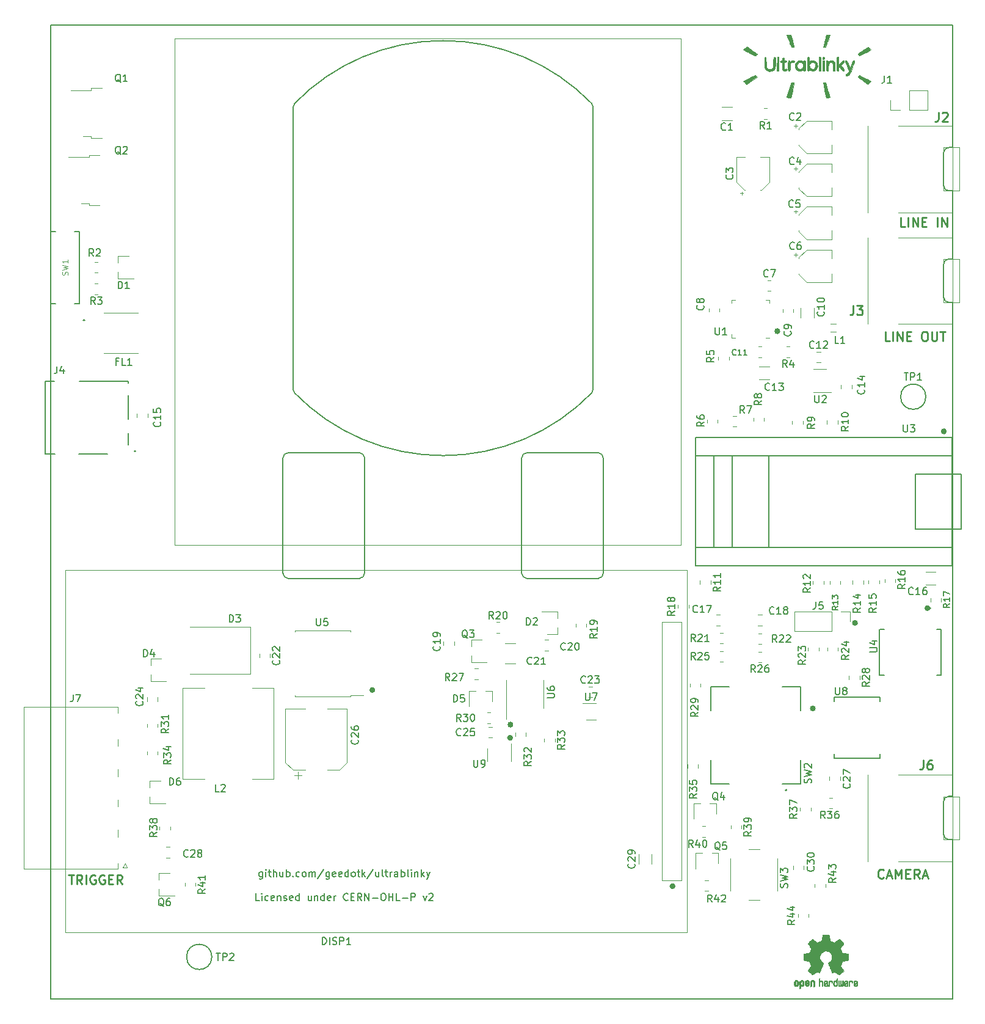
<source format=gbr>
%TF.GenerationSoftware,KiCad,Pcbnew,5.1.10-88a1d61d58~88~ubuntu20.04.1*%
%TF.CreationDate,2021-06-19T17:21:23-07:00*%
%TF.ProjectId,ultrablinky,756c7472-6162-46c6-996e-6b792e6b6963,B*%
%TF.SameCoordinates,Original*%
%TF.FileFunction,Legend,Top*%
%TF.FilePolarity,Positive*%
%FSLAX46Y46*%
G04 Gerber Fmt 4.6, Leading zero omitted, Abs format (unit mm)*
G04 Created by KiCad (PCBNEW 5.1.10-88a1d61d58~88~ubuntu20.04.1) date 2021-06-19 17:21:23*
%MOMM*%
%LPD*%
G01*
G04 APERTURE LIST*
%ADD10C,0.150000*%
%ADD11C,0.400000*%
%TA.AperFunction,Profile*%
%ADD12C,0.150000*%
%TD*%
%ADD13C,0.254000*%
%ADD14C,0.120000*%
%ADD15C,0.300000*%
%ADD16C,0.127000*%
%ADD17C,0.010000*%
%ADD18C,0.200000*%
%ADD19C,0.100000*%
%ADD20C,0.015000*%
G04 APERTURE END LIST*
D10*
X83042857Y-146485714D02*
X83042857Y-147295238D01*
X82995238Y-147390476D01*
X82947619Y-147438095D01*
X82852380Y-147485714D01*
X82709523Y-147485714D01*
X82614285Y-147438095D01*
X83042857Y-147104761D02*
X82947619Y-147152380D01*
X82757142Y-147152380D01*
X82661904Y-147104761D01*
X82614285Y-147057142D01*
X82566666Y-146961904D01*
X82566666Y-146676190D01*
X82614285Y-146580952D01*
X82661904Y-146533333D01*
X82757142Y-146485714D01*
X82947619Y-146485714D01*
X83042857Y-146533333D01*
X83519047Y-147152380D02*
X83519047Y-146485714D01*
X83519047Y-146152380D02*
X83471428Y-146200000D01*
X83519047Y-146247619D01*
X83566666Y-146200000D01*
X83519047Y-146152380D01*
X83519047Y-146247619D01*
X83852380Y-146485714D02*
X84233333Y-146485714D01*
X83995238Y-146152380D02*
X83995238Y-147009523D01*
X84042857Y-147104761D01*
X84138095Y-147152380D01*
X84233333Y-147152380D01*
X84566666Y-147152380D02*
X84566666Y-146152380D01*
X84995238Y-147152380D02*
X84995238Y-146628571D01*
X84947619Y-146533333D01*
X84852380Y-146485714D01*
X84709523Y-146485714D01*
X84614285Y-146533333D01*
X84566666Y-146580952D01*
X85900000Y-146485714D02*
X85900000Y-147152380D01*
X85471428Y-146485714D02*
X85471428Y-147009523D01*
X85519047Y-147104761D01*
X85614285Y-147152380D01*
X85757142Y-147152380D01*
X85852380Y-147104761D01*
X85900000Y-147057142D01*
X86376190Y-147152380D02*
X86376190Y-146152380D01*
X86376190Y-146533333D02*
X86471428Y-146485714D01*
X86661904Y-146485714D01*
X86757142Y-146533333D01*
X86804761Y-146580952D01*
X86852380Y-146676190D01*
X86852380Y-146961904D01*
X86804761Y-147057142D01*
X86757142Y-147104761D01*
X86661904Y-147152380D01*
X86471428Y-147152380D01*
X86376190Y-147104761D01*
X87280952Y-147057142D02*
X87328571Y-147104761D01*
X87280952Y-147152380D01*
X87233333Y-147104761D01*
X87280952Y-147057142D01*
X87280952Y-147152380D01*
X88185714Y-147104761D02*
X88090476Y-147152380D01*
X87900000Y-147152380D01*
X87804761Y-147104761D01*
X87757142Y-147057142D01*
X87709523Y-146961904D01*
X87709523Y-146676190D01*
X87757142Y-146580952D01*
X87804761Y-146533333D01*
X87900000Y-146485714D01*
X88090476Y-146485714D01*
X88185714Y-146533333D01*
X88757142Y-147152380D02*
X88661904Y-147104761D01*
X88614285Y-147057142D01*
X88566666Y-146961904D01*
X88566666Y-146676190D01*
X88614285Y-146580952D01*
X88661904Y-146533333D01*
X88757142Y-146485714D01*
X88900000Y-146485714D01*
X88995238Y-146533333D01*
X89042857Y-146580952D01*
X89090476Y-146676190D01*
X89090476Y-146961904D01*
X89042857Y-147057142D01*
X88995238Y-147104761D01*
X88900000Y-147152380D01*
X88757142Y-147152380D01*
X89519047Y-147152380D02*
X89519047Y-146485714D01*
X89519047Y-146580952D02*
X89566666Y-146533333D01*
X89661904Y-146485714D01*
X89804761Y-146485714D01*
X89900000Y-146533333D01*
X89947619Y-146628571D01*
X89947619Y-147152380D01*
X89947619Y-146628571D02*
X89995238Y-146533333D01*
X90090476Y-146485714D01*
X90233333Y-146485714D01*
X90328571Y-146533333D01*
X90376190Y-146628571D01*
X90376190Y-147152380D01*
X91566666Y-146104761D02*
X90709523Y-147390476D01*
X92328571Y-146485714D02*
X92328571Y-147295238D01*
X92280952Y-147390476D01*
X92233333Y-147438095D01*
X92138095Y-147485714D01*
X91995238Y-147485714D01*
X91900000Y-147438095D01*
X92328571Y-147104761D02*
X92233333Y-147152380D01*
X92042857Y-147152380D01*
X91947619Y-147104761D01*
X91900000Y-147057142D01*
X91852380Y-146961904D01*
X91852380Y-146676190D01*
X91900000Y-146580952D01*
X91947619Y-146533333D01*
X92042857Y-146485714D01*
X92233333Y-146485714D01*
X92328571Y-146533333D01*
X93185714Y-147104761D02*
X93090476Y-147152380D01*
X92900000Y-147152380D01*
X92804761Y-147104761D01*
X92757142Y-147009523D01*
X92757142Y-146628571D01*
X92804761Y-146533333D01*
X92900000Y-146485714D01*
X93090476Y-146485714D01*
X93185714Y-146533333D01*
X93233333Y-146628571D01*
X93233333Y-146723809D01*
X92757142Y-146819047D01*
X94042857Y-147104761D02*
X93947619Y-147152380D01*
X93757142Y-147152380D01*
X93661904Y-147104761D01*
X93614285Y-147009523D01*
X93614285Y-146628571D01*
X93661904Y-146533333D01*
X93757142Y-146485714D01*
X93947619Y-146485714D01*
X94042857Y-146533333D01*
X94090476Y-146628571D01*
X94090476Y-146723809D01*
X93614285Y-146819047D01*
X94947619Y-147152380D02*
X94947619Y-146152380D01*
X94947619Y-147104761D02*
X94852380Y-147152380D01*
X94661904Y-147152380D01*
X94566666Y-147104761D01*
X94519047Y-147057142D01*
X94471428Y-146961904D01*
X94471428Y-146676190D01*
X94519047Y-146580952D01*
X94566666Y-146533333D01*
X94661904Y-146485714D01*
X94852380Y-146485714D01*
X94947619Y-146533333D01*
X95566666Y-147152380D02*
X95471428Y-147104761D01*
X95423809Y-147057142D01*
X95376190Y-146961904D01*
X95376190Y-146676190D01*
X95423809Y-146580952D01*
X95471428Y-146533333D01*
X95566666Y-146485714D01*
X95709523Y-146485714D01*
X95804761Y-146533333D01*
X95852380Y-146580952D01*
X95900000Y-146676190D01*
X95900000Y-146961904D01*
X95852380Y-147057142D01*
X95804761Y-147104761D01*
X95709523Y-147152380D01*
X95566666Y-147152380D01*
X96185714Y-146485714D02*
X96566666Y-146485714D01*
X96328571Y-146152380D02*
X96328571Y-147009523D01*
X96376190Y-147104761D01*
X96471428Y-147152380D01*
X96566666Y-147152380D01*
X96900000Y-147152380D02*
X96900000Y-146152380D01*
X96995238Y-146771428D02*
X97280952Y-147152380D01*
X97280952Y-146485714D02*
X96900000Y-146866666D01*
X98423809Y-146104761D02*
X97566666Y-147390476D01*
X99185714Y-146485714D02*
X99185714Y-147152380D01*
X98757142Y-146485714D02*
X98757142Y-147009523D01*
X98804761Y-147104761D01*
X98900000Y-147152380D01*
X99042857Y-147152380D01*
X99138095Y-147104761D01*
X99185714Y-147057142D01*
X99804761Y-147152380D02*
X99709523Y-147104761D01*
X99661904Y-147009523D01*
X99661904Y-146152380D01*
X100042857Y-146485714D02*
X100423809Y-146485714D01*
X100185714Y-146152380D02*
X100185714Y-147009523D01*
X100233333Y-147104761D01*
X100328571Y-147152380D01*
X100423809Y-147152380D01*
X100757142Y-147152380D02*
X100757142Y-146485714D01*
X100757142Y-146676190D02*
X100804761Y-146580952D01*
X100852380Y-146533333D01*
X100947619Y-146485714D01*
X101042857Y-146485714D01*
X101804761Y-147152380D02*
X101804761Y-146628571D01*
X101757142Y-146533333D01*
X101661904Y-146485714D01*
X101471428Y-146485714D01*
X101376190Y-146533333D01*
X101804761Y-147104761D02*
X101709523Y-147152380D01*
X101471428Y-147152380D01*
X101376190Y-147104761D01*
X101328571Y-147009523D01*
X101328571Y-146914285D01*
X101376190Y-146819047D01*
X101471428Y-146771428D01*
X101709523Y-146771428D01*
X101804761Y-146723809D01*
X102280952Y-147152380D02*
X102280952Y-146152380D01*
X102280952Y-146533333D02*
X102376190Y-146485714D01*
X102566666Y-146485714D01*
X102661904Y-146533333D01*
X102709523Y-146580952D01*
X102757142Y-146676190D01*
X102757142Y-146961904D01*
X102709523Y-147057142D01*
X102661904Y-147104761D01*
X102566666Y-147152380D01*
X102376190Y-147152380D01*
X102280952Y-147104761D01*
X103328571Y-147152380D02*
X103233333Y-147104761D01*
X103185714Y-147009523D01*
X103185714Y-146152380D01*
X103709523Y-147152380D02*
X103709523Y-146485714D01*
X103709523Y-146152380D02*
X103661904Y-146200000D01*
X103709523Y-146247619D01*
X103757142Y-146200000D01*
X103709523Y-146152380D01*
X103709523Y-146247619D01*
X104185714Y-146485714D02*
X104185714Y-147152380D01*
X104185714Y-146580952D02*
X104233333Y-146533333D01*
X104328571Y-146485714D01*
X104471428Y-146485714D01*
X104566666Y-146533333D01*
X104614285Y-146628571D01*
X104614285Y-147152380D01*
X105090476Y-147152380D02*
X105090476Y-146152380D01*
X105185714Y-146771428D02*
X105471428Y-147152380D01*
X105471428Y-146485714D02*
X105090476Y-146866666D01*
X105804761Y-146485714D02*
X106042857Y-147152380D01*
X106280952Y-146485714D02*
X106042857Y-147152380D01*
X105947619Y-147390476D01*
X105899999Y-147438095D01*
X105804761Y-147485714D01*
X82614285Y-150452380D02*
X82138095Y-150452380D01*
X82138095Y-149452380D01*
X82947619Y-150452380D02*
X82947619Y-149785714D01*
X82947619Y-149452380D02*
X82900000Y-149500000D01*
X82947619Y-149547619D01*
X82995238Y-149500000D01*
X82947619Y-149452380D01*
X82947619Y-149547619D01*
X83852380Y-150404761D02*
X83757142Y-150452380D01*
X83566666Y-150452380D01*
X83471428Y-150404761D01*
X83423809Y-150357142D01*
X83376190Y-150261904D01*
X83376190Y-149976190D01*
X83423809Y-149880952D01*
X83471428Y-149833333D01*
X83566666Y-149785714D01*
X83757142Y-149785714D01*
X83852380Y-149833333D01*
X84661904Y-150404761D02*
X84566666Y-150452380D01*
X84376190Y-150452380D01*
X84280952Y-150404761D01*
X84233333Y-150309523D01*
X84233333Y-149928571D01*
X84280952Y-149833333D01*
X84376190Y-149785714D01*
X84566666Y-149785714D01*
X84661904Y-149833333D01*
X84709523Y-149928571D01*
X84709523Y-150023809D01*
X84233333Y-150119047D01*
X85138095Y-149785714D02*
X85138095Y-150452380D01*
X85138095Y-149880952D02*
X85185714Y-149833333D01*
X85280952Y-149785714D01*
X85423809Y-149785714D01*
X85519047Y-149833333D01*
X85566666Y-149928571D01*
X85566666Y-150452380D01*
X85995238Y-150404761D02*
X86090476Y-150452380D01*
X86280952Y-150452380D01*
X86376190Y-150404761D01*
X86423809Y-150309523D01*
X86423809Y-150261904D01*
X86376190Y-150166666D01*
X86280952Y-150119047D01*
X86138095Y-150119047D01*
X86042857Y-150071428D01*
X85995238Y-149976190D01*
X85995238Y-149928571D01*
X86042857Y-149833333D01*
X86138095Y-149785714D01*
X86280952Y-149785714D01*
X86376190Y-149833333D01*
X87233333Y-150404761D02*
X87138095Y-150452380D01*
X86947619Y-150452380D01*
X86852380Y-150404761D01*
X86804761Y-150309523D01*
X86804761Y-149928571D01*
X86852380Y-149833333D01*
X86947619Y-149785714D01*
X87138095Y-149785714D01*
X87233333Y-149833333D01*
X87280952Y-149928571D01*
X87280952Y-150023809D01*
X86804761Y-150119047D01*
X88138095Y-150452380D02*
X88138095Y-149452380D01*
X88138095Y-150404761D02*
X88042857Y-150452380D01*
X87852380Y-150452380D01*
X87757142Y-150404761D01*
X87709523Y-150357142D01*
X87661904Y-150261904D01*
X87661904Y-149976190D01*
X87709523Y-149880952D01*
X87757142Y-149833333D01*
X87852380Y-149785714D01*
X88042857Y-149785714D01*
X88138095Y-149833333D01*
X89804761Y-149785714D02*
X89804761Y-150452380D01*
X89376190Y-149785714D02*
X89376190Y-150309523D01*
X89423809Y-150404761D01*
X89519047Y-150452380D01*
X89661904Y-150452380D01*
X89757142Y-150404761D01*
X89804761Y-150357142D01*
X90280952Y-149785714D02*
X90280952Y-150452380D01*
X90280952Y-149880952D02*
X90328571Y-149833333D01*
X90423809Y-149785714D01*
X90566666Y-149785714D01*
X90661904Y-149833333D01*
X90709523Y-149928571D01*
X90709523Y-150452380D01*
X91614285Y-150452380D02*
X91614285Y-149452380D01*
X91614285Y-150404761D02*
X91519047Y-150452380D01*
X91328571Y-150452380D01*
X91233333Y-150404761D01*
X91185714Y-150357142D01*
X91138095Y-150261904D01*
X91138095Y-149976190D01*
X91185714Y-149880952D01*
X91233333Y-149833333D01*
X91328571Y-149785714D01*
X91519047Y-149785714D01*
X91614285Y-149833333D01*
X92471428Y-150404761D02*
X92376190Y-150452380D01*
X92185714Y-150452380D01*
X92090476Y-150404761D01*
X92042857Y-150309523D01*
X92042857Y-149928571D01*
X92090476Y-149833333D01*
X92185714Y-149785714D01*
X92376190Y-149785714D01*
X92471428Y-149833333D01*
X92519047Y-149928571D01*
X92519047Y-150023809D01*
X92042857Y-150119047D01*
X92947619Y-150452380D02*
X92947619Y-149785714D01*
X92947619Y-149976190D02*
X92995238Y-149880952D01*
X93042857Y-149833333D01*
X93138095Y-149785714D01*
X93233333Y-149785714D01*
X94900000Y-150357142D02*
X94852380Y-150404761D01*
X94709523Y-150452380D01*
X94614285Y-150452380D01*
X94471428Y-150404761D01*
X94376190Y-150309523D01*
X94328571Y-150214285D01*
X94280952Y-150023809D01*
X94280952Y-149880952D01*
X94328571Y-149690476D01*
X94376190Y-149595238D01*
X94471428Y-149500000D01*
X94614285Y-149452380D01*
X94709523Y-149452380D01*
X94852380Y-149500000D01*
X94900000Y-149547619D01*
X95328571Y-149928571D02*
X95661904Y-149928571D01*
X95804761Y-150452380D02*
X95328571Y-150452380D01*
X95328571Y-149452380D01*
X95804761Y-149452380D01*
X96804761Y-150452380D02*
X96471428Y-149976190D01*
X96233333Y-150452380D02*
X96233333Y-149452380D01*
X96614285Y-149452380D01*
X96709523Y-149500000D01*
X96757142Y-149547619D01*
X96804761Y-149642857D01*
X96804761Y-149785714D01*
X96757142Y-149880952D01*
X96709523Y-149928571D01*
X96614285Y-149976190D01*
X96233333Y-149976190D01*
X97233333Y-150452380D02*
X97233333Y-149452380D01*
X97804761Y-150452380D01*
X97804761Y-149452380D01*
X98280952Y-150071428D02*
X99042857Y-150071428D01*
X99709523Y-149452380D02*
X99900000Y-149452380D01*
X99995238Y-149500000D01*
X100090476Y-149595238D01*
X100138095Y-149785714D01*
X100138095Y-150119047D01*
X100090476Y-150309523D01*
X99995238Y-150404761D01*
X99900000Y-150452380D01*
X99709523Y-150452380D01*
X99614285Y-150404761D01*
X99519047Y-150309523D01*
X99471428Y-150119047D01*
X99471428Y-149785714D01*
X99519047Y-149595238D01*
X99614285Y-149500000D01*
X99709523Y-149452380D01*
X100566666Y-150452380D02*
X100566666Y-149452380D01*
X100566666Y-149928571D02*
X101138095Y-149928571D01*
X101138095Y-150452380D02*
X101138095Y-149452380D01*
X102090476Y-150452380D02*
X101614285Y-150452380D01*
X101614285Y-149452380D01*
X102423809Y-150071428D02*
X103185714Y-150071428D01*
X103661904Y-150452380D02*
X103661904Y-149452380D01*
X104042857Y-149452380D01*
X104138095Y-149500000D01*
X104185714Y-149547619D01*
X104233333Y-149642857D01*
X104233333Y-149785714D01*
X104185714Y-149880952D01*
X104138095Y-149928571D01*
X104042857Y-149976190D01*
X103661904Y-149976190D01*
X105328571Y-149785714D02*
X105566666Y-150452380D01*
X105804761Y-149785714D01*
X106138095Y-149547619D02*
X106185714Y-149500000D01*
X106280952Y-149452380D01*
X106519047Y-149452380D01*
X106614285Y-149500000D01*
X106661904Y-149547619D01*
X106709523Y-149642857D01*
X106709523Y-149738095D01*
X106661904Y-149880952D01*
X106090476Y-150452380D01*
X106709523Y-150452380D01*
D11*
X177725000Y-85425000D02*
G75*
G03*
X177725000Y-85425000I-200000J0D01*
G01*
X140100000Y-148450000D02*
G75*
G03*
X140100000Y-148450000I-200000J0D01*
G01*
X165400000Y-111975000D02*
G75*
G03*
X165400000Y-111975000I-200000J0D01*
G01*
X175450000Y-109925000D02*
G75*
G03*
X175450000Y-109925000I-200000J0D01*
G01*
X159550000Y-123825000D02*
G75*
G03*
X159550000Y-123825000I-200000J0D01*
G01*
X154625000Y-71550000D02*
G75*
G03*
X154625000Y-71550000I-200000J0D01*
G01*
X98475000Y-121275000D02*
G75*
G03*
X98475000Y-121275000I-200000J0D01*
G01*
X117625000Y-126075000D02*
G75*
G03*
X117625000Y-126075000I-200000J0D01*
G01*
X117575000Y-127900000D02*
G75*
G03*
X117575000Y-127900000I-200000J0D01*
G01*
D12*
X178700000Y-142000000D02*
X178700000Y-164100000D01*
X178200000Y-142000000D02*
G75*
G02*
X177500000Y-141300000I0J700000D01*
G01*
X177500000Y-136700000D02*
G75*
G02*
X178200000Y-136000000I700000J0D01*
G01*
X177500000Y-136700000D02*
X177500000Y-141300000D01*
X178200000Y-142000000D02*
X178700000Y-142000000D01*
X178200000Y-136000000D02*
X178700000Y-136000000D01*
X178700000Y-67550000D02*
X178700000Y-136000000D01*
X178700000Y-61550000D02*
X178700000Y-52100000D01*
X177500000Y-62250000D02*
G75*
G02*
X178200000Y-61550000I700000J0D01*
G01*
X178200000Y-61550000D02*
X178700000Y-61550000D01*
X178200000Y-67550000D02*
G75*
G02*
X177500000Y-66850000I0J700000D01*
G01*
X178200000Y-67550000D02*
X178700000Y-67550000D01*
X177500000Y-62250000D02*
X177500000Y-66850000D01*
X178200000Y-52100000D02*
X178700000Y-52100000D01*
X178200000Y-46100000D02*
X178700000Y-46100000D01*
X177500000Y-46800000D02*
X177500000Y-51400000D01*
X178200000Y-52100000D02*
G75*
G02*
X177500000Y-51400000I0J700000D01*
G01*
X177500000Y-46800000D02*
G75*
G02*
X178200000Y-46100000I700000J0D01*
G01*
X87505025Y-80109975D02*
G75*
G02*
X87300000Y-79615000I494975J494975D01*
G01*
X128694975Y-39985025D02*
G75*
G02*
X128900000Y-40480000I-494975J-494975D01*
G01*
X87510025Y-39982025D02*
G75*
G03*
X87305000Y-40477000I494975J-494975D01*
G01*
X128694975Y-80104975D02*
G75*
G03*
X128900000Y-79610000I-494975J494975D01*
G01*
X130300000Y-105100000D02*
G75*
G02*
X129600000Y-105800000I-700000J0D01*
G01*
X119700000Y-105800000D02*
G75*
G02*
X119000000Y-105100000I0J700000D01*
G01*
X129600000Y-88400000D02*
G75*
G02*
X130300000Y-89100000I0J-700000D01*
G01*
X119000000Y-89100000D02*
G75*
G02*
X119700000Y-88400000I700000J0D01*
G01*
X85900000Y-89100000D02*
G75*
G02*
X86600000Y-88400000I700000J0D01*
G01*
X96500000Y-88400000D02*
G75*
G02*
X97200000Y-89100000I0J-700000D01*
G01*
X97200000Y-105100000D02*
G75*
G02*
X96500000Y-105800000I-700000J0D01*
G01*
X86600000Y-105800000D02*
G75*
G02*
X85900000Y-105100000I0J700000D01*
G01*
D13*
X56164238Y-146878523D02*
X56889952Y-146878523D01*
X56527095Y-148148523D02*
X56527095Y-146878523D01*
X58039000Y-148148523D02*
X57615666Y-147543761D01*
X57313285Y-148148523D02*
X57313285Y-146878523D01*
X57797095Y-146878523D01*
X57918047Y-146939000D01*
X57978523Y-146999476D01*
X58039000Y-147120428D01*
X58039000Y-147301857D01*
X57978523Y-147422809D01*
X57918047Y-147483285D01*
X57797095Y-147543761D01*
X57313285Y-147543761D01*
X58583285Y-148148523D02*
X58583285Y-146878523D01*
X59853285Y-146939000D02*
X59732333Y-146878523D01*
X59550904Y-146878523D01*
X59369476Y-146939000D01*
X59248523Y-147059952D01*
X59188047Y-147180904D01*
X59127571Y-147422809D01*
X59127571Y-147604238D01*
X59188047Y-147846142D01*
X59248523Y-147967095D01*
X59369476Y-148088047D01*
X59550904Y-148148523D01*
X59671857Y-148148523D01*
X59853285Y-148088047D01*
X59913761Y-148027571D01*
X59913761Y-147604238D01*
X59671857Y-147604238D01*
X61123285Y-146939000D02*
X61002333Y-146878523D01*
X60820904Y-146878523D01*
X60639476Y-146939000D01*
X60518523Y-147059952D01*
X60458047Y-147180904D01*
X60397571Y-147422809D01*
X60397571Y-147604238D01*
X60458047Y-147846142D01*
X60518523Y-147967095D01*
X60639476Y-148088047D01*
X60820904Y-148148523D01*
X60941857Y-148148523D01*
X61123285Y-148088047D01*
X61183761Y-148027571D01*
X61183761Y-147604238D01*
X60941857Y-147604238D01*
X61728047Y-147483285D02*
X62151380Y-147483285D01*
X62332809Y-148148523D02*
X61728047Y-148148523D01*
X61728047Y-146878523D01*
X62332809Y-146878523D01*
X63602809Y-148148523D02*
X63179476Y-147543761D01*
X62877095Y-148148523D02*
X62877095Y-146878523D01*
X63360904Y-146878523D01*
X63481857Y-146939000D01*
X63542333Y-146999476D01*
X63602809Y-147120428D01*
X63602809Y-147301857D01*
X63542333Y-147422809D01*
X63481857Y-147483285D01*
X63360904Y-147543761D01*
X62877095Y-147543761D01*
X169169285Y-147253571D02*
X169108809Y-147314047D01*
X168927380Y-147374523D01*
X168806428Y-147374523D01*
X168625000Y-147314047D01*
X168504047Y-147193095D01*
X168443571Y-147072142D01*
X168383095Y-146830238D01*
X168383095Y-146648809D01*
X168443571Y-146406904D01*
X168504047Y-146285952D01*
X168625000Y-146165000D01*
X168806428Y-146104523D01*
X168927380Y-146104523D01*
X169108809Y-146165000D01*
X169169285Y-146225476D01*
X169653095Y-147011666D02*
X170257857Y-147011666D01*
X169532142Y-147374523D02*
X169955476Y-146104523D01*
X170378809Y-147374523D01*
X170802142Y-147374523D02*
X170802142Y-146104523D01*
X171225476Y-147011666D01*
X171648809Y-146104523D01*
X171648809Y-147374523D01*
X172253571Y-146709285D02*
X172676904Y-146709285D01*
X172858333Y-147374523D02*
X172253571Y-147374523D01*
X172253571Y-146104523D01*
X172858333Y-146104523D01*
X174128333Y-147374523D02*
X173705000Y-146769761D01*
X173402619Y-147374523D02*
X173402619Y-146104523D01*
X173886428Y-146104523D01*
X174007380Y-146165000D01*
X174067857Y-146225476D01*
X174128333Y-146346428D01*
X174128333Y-146527857D01*
X174067857Y-146648809D01*
X174007380Y-146709285D01*
X173886428Y-146769761D01*
X173402619Y-146769761D01*
X174612142Y-147011666D02*
X175216904Y-147011666D01*
X174491190Y-147374523D02*
X174914523Y-146104523D01*
X175337857Y-147374523D01*
X170027857Y-72874523D02*
X169423095Y-72874523D01*
X169423095Y-71604523D01*
X170451190Y-72874523D02*
X170451190Y-71604523D01*
X171055952Y-72874523D02*
X171055952Y-71604523D01*
X171781666Y-72874523D01*
X171781666Y-71604523D01*
X172386428Y-72209285D02*
X172809761Y-72209285D01*
X172991190Y-72874523D02*
X172386428Y-72874523D01*
X172386428Y-71604523D01*
X172991190Y-71604523D01*
X174745000Y-71604523D02*
X174986904Y-71604523D01*
X175107857Y-71665000D01*
X175228809Y-71785952D01*
X175289285Y-72027857D01*
X175289285Y-72451190D01*
X175228809Y-72693095D01*
X175107857Y-72814047D01*
X174986904Y-72874523D01*
X174745000Y-72874523D01*
X174624047Y-72814047D01*
X174503095Y-72693095D01*
X174442619Y-72451190D01*
X174442619Y-72027857D01*
X174503095Y-71785952D01*
X174624047Y-71665000D01*
X174745000Y-71604523D01*
X175833571Y-71604523D02*
X175833571Y-72632619D01*
X175894047Y-72753571D01*
X175954523Y-72814047D01*
X176075476Y-72874523D01*
X176317380Y-72874523D01*
X176438333Y-72814047D01*
X176498809Y-72753571D01*
X176559285Y-72632619D01*
X176559285Y-71604523D01*
X176982619Y-71604523D02*
X177708333Y-71604523D01*
X177345476Y-72874523D02*
X177345476Y-71604523D01*
X172174523Y-57049523D02*
X171569761Y-57049523D01*
X171569761Y-55779523D01*
X172597857Y-57049523D02*
X172597857Y-55779523D01*
X173202619Y-57049523D02*
X173202619Y-55779523D01*
X173928333Y-57049523D01*
X173928333Y-55779523D01*
X174533095Y-56384285D02*
X174956428Y-56384285D01*
X175137857Y-57049523D02*
X174533095Y-57049523D01*
X174533095Y-55779523D01*
X175137857Y-55779523D01*
X176649761Y-57049523D02*
X176649761Y-55779523D01*
X177254523Y-57049523D02*
X177254523Y-55779523D01*
X177980238Y-57049523D01*
X177980238Y-55779523D01*
D12*
X119000000Y-105100000D02*
X119000000Y-89100000D01*
X129600000Y-105800000D02*
X119700000Y-105800000D01*
X129600000Y-88400000D02*
X119700000Y-88400000D01*
X130300000Y-105100000D02*
X130300000Y-89100000D01*
X96500000Y-105800000D02*
X86600000Y-105800000D01*
X97200000Y-105100000D02*
X97200000Y-89100000D01*
X96500000Y-88400000D02*
X86600000Y-88400000D01*
X85900000Y-105100000D02*
X85900000Y-89100000D01*
X128697474Y-80107415D02*
G75*
G02*
X87505025Y-80109975I-20597474J20107415D01*
G01*
X87300000Y-79615000D02*
X87305000Y-40477000D01*
X128900000Y-79610000D02*
X128900000Y-40480000D01*
X87508953Y-39980983D02*
G75*
G02*
X128694975Y-39985025I20591047J-20019017D01*
G01*
X53700000Y-29100000D02*
X178700000Y-29100000D01*
X53700000Y-164100000D02*
X178700000Y-164100000D01*
X178700000Y-46100000D02*
X178700000Y-29100000D01*
X53700000Y-164100000D02*
X53700000Y-29100000D01*
D14*
%TO.C,U7*%
X127900000Y-125410000D02*
X129300000Y-125410000D01*
X129300000Y-123090000D02*
X127400000Y-123090000D01*
%TO.C,C19*%
X108165000Y-114538748D02*
X108165000Y-115061252D01*
X109635000Y-114538748D02*
X109635000Y-115061252D01*
%TO.C,C23*%
X128811252Y-120815000D02*
X128288748Y-120815000D01*
X128811252Y-122285000D02*
X128288748Y-122285000D01*
%TO.C,C12*%
X159888748Y-75885000D02*
X160411252Y-75885000D01*
X159888748Y-74415000D02*
X160411252Y-74415000D01*
D15*
%TO.C,U4*%
X175575000Y-109940000D02*
G75*
G03*
X175575000Y-109940000I-100000J0D01*
G01*
D16*
X168620000Y-112875000D02*
X168620000Y-119175000D01*
X168625000Y-112850000D02*
X169225000Y-112850000D01*
X168625000Y-119200000D02*
X169225000Y-119200000D01*
X177130000Y-112850000D02*
X176525000Y-112850000D01*
X177130000Y-119200000D02*
X177130000Y-112850000D01*
X176525000Y-119200000D02*
X177130000Y-119200000D01*
D15*
%TO.C,U8*%
X159465000Y-123900000D02*
G75*
G03*
X159465000Y-123900000I-100000J0D01*
G01*
D16*
X162300000Y-130755000D02*
X168600000Y-130755000D01*
X162275000Y-130750000D02*
X162275000Y-130150000D01*
X168625000Y-130750000D02*
X168625000Y-130150000D01*
X162275000Y-122245000D02*
X162275000Y-122850000D01*
X168625000Y-122245000D02*
X162275000Y-122245000D01*
X168625000Y-122850000D02*
X168625000Y-122245000D01*
D14*
%TO.C,J7*%
X63684000Y-145856000D02*
X63984000Y-145256000D01*
X64284000Y-145856000D02*
X63684000Y-145856000D01*
X63984000Y-145256000D02*
X64284000Y-145856000D01*
X62984000Y-129046000D02*
X62984000Y-128066000D01*
X62984000Y-133246000D02*
X62984000Y-132266000D01*
X62984000Y-137446000D02*
X62984000Y-136466000D01*
X62984000Y-141646000D02*
X62984000Y-140666000D01*
X49974000Y-123646000D02*
X49974000Y-134856000D01*
X62994000Y-123646000D02*
X49974000Y-123646000D01*
X62994000Y-124456000D02*
X62994000Y-123646000D01*
X49974000Y-146066000D02*
X49974000Y-134856000D01*
X62994000Y-146066000D02*
X49974000Y-146066000D01*
X62994000Y-145256000D02*
X62994000Y-146066000D01*
%TO.C,DISP1*%
X55680000Y-104620000D02*
X55680000Y-154860000D01*
X141920000Y-104620000D02*
X55680000Y-104620000D01*
X141920000Y-154860000D02*
X141920000Y-104620000D01*
X55680000Y-154860000D02*
X141920000Y-154860000D01*
X138410000Y-147640000D02*
X141190000Y-147640000D01*
X141190000Y-147640000D02*
X141190000Y-111840000D01*
X141190000Y-111840000D02*
X138410000Y-111840000D01*
X138410000Y-111840000D02*
X138410000Y-147640000D01*
%TO.C,C20*%
X122711252Y-115785000D02*
X122188748Y-115785000D01*
X122711252Y-114315000D02*
X122188748Y-114315000D01*
D17*
%TO.C,LOGO1*%
G36*
X161442960Y-30455229D02*
G01*
X161562212Y-30463090D01*
X161655567Y-30473803D01*
X161705932Y-30485298D01*
X161709328Y-30487494D01*
X161704257Y-30521583D01*
X161679469Y-30607408D01*
X161637543Y-30737247D01*
X161581057Y-30903379D01*
X161512589Y-31098082D01*
X161434719Y-31313636D01*
X161420451Y-31352561D01*
X161110445Y-32196500D01*
X160953905Y-32196500D01*
X160861352Y-32194172D01*
X160817840Y-32182275D01*
X160808947Y-32153433D01*
X160814197Y-32125062D01*
X160825633Y-32075528D01*
X160849082Y-31973197D01*
X160882460Y-31827188D01*
X160923685Y-31646622D01*
X160970672Y-31440616D01*
X161014375Y-31248858D01*
X161197720Y-30444093D01*
X161442960Y-30455229D01*
G37*
X161442960Y-30455229D02*
X161562212Y-30463090D01*
X161655567Y-30473803D01*
X161705932Y-30485298D01*
X161709328Y-30487494D01*
X161704257Y-30521583D01*
X161679469Y-30607408D01*
X161637543Y-30737247D01*
X161581057Y-30903379D01*
X161512589Y-31098082D01*
X161434719Y-31313636D01*
X161420451Y-31352561D01*
X161110445Y-32196500D01*
X160953905Y-32196500D01*
X160861352Y-32194172D01*
X160817840Y-32182275D01*
X160808947Y-32153433D01*
X160814197Y-32125062D01*
X160825633Y-32075528D01*
X160849082Y-31973197D01*
X160882460Y-31827188D01*
X160923685Y-31646622D01*
X160970672Y-31440616D01*
X161014375Y-31248858D01*
X161197720Y-30444093D01*
X161442960Y-30455229D01*
G36*
X156527710Y-31270580D02*
G01*
X156584135Y-31492038D01*
X156634928Y-31694793D01*
X156678013Y-31870276D01*
X156711313Y-32009922D01*
X156732750Y-32105162D01*
X156740250Y-32147294D01*
X156713065Y-32180492D01*
X156645541Y-32197826D01*
X156558723Y-32199685D01*
X156473658Y-32186459D01*
X156411390Y-32158536D01*
X156396236Y-32140937D01*
X156361278Y-32066961D01*
X156310553Y-31951074D01*
X156247700Y-31802383D01*
X156176358Y-31629996D01*
X156100165Y-31443021D01*
X156022762Y-31250566D01*
X155947787Y-31061738D01*
X155878878Y-30885645D01*
X155819676Y-30731395D01*
X155773818Y-30608097D01*
X155744945Y-30524856D01*
X155736694Y-30490783D01*
X155736838Y-30490578D01*
X155776014Y-30479796D01*
X155862859Y-30468804D01*
X155981571Y-30459404D01*
X156036430Y-30456398D01*
X156315170Y-30443073D01*
X156527710Y-31270580D01*
G37*
X156527710Y-31270580D02*
X156584135Y-31492038D01*
X156634928Y-31694793D01*
X156678013Y-31870276D01*
X156711313Y-32009922D01*
X156732750Y-32105162D01*
X156740250Y-32147294D01*
X156713065Y-32180492D01*
X156645541Y-32197826D01*
X156558723Y-32199685D01*
X156473658Y-32186459D01*
X156411390Y-32158536D01*
X156396236Y-32140937D01*
X156361278Y-32066961D01*
X156310553Y-31951074D01*
X156247700Y-31802383D01*
X156176358Y-31629996D01*
X156100165Y-31443021D01*
X156022762Y-31250566D01*
X155947787Y-31061738D01*
X155878878Y-30885645D01*
X155819676Y-30731395D01*
X155773818Y-30608097D01*
X155744945Y-30524856D01*
X155736694Y-30490783D01*
X155736838Y-30490578D01*
X155776014Y-30479796D01*
X155862859Y-30468804D01*
X155981571Y-30459404D01*
X156036430Y-30456398D01*
X156315170Y-30443073D01*
X156527710Y-31270580D01*
G36*
X167010971Y-32161627D02*
G01*
X167080660Y-32212972D01*
X167169308Y-32291804D01*
X167213675Y-32335263D01*
X167415150Y-32538546D01*
X167022762Y-32744147D01*
X166727999Y-32898521D01*
X166484526Y-33025831D01*
X166287439Y-33128585D01*
X166131836Y-33209291D01*
X166012813Y-33270457D01*
X165925466Y-33314593D01*
X165864892Y-33344206D01*
X165826188Y-33361804D01*
X165804451Y-33369897D01*
X165796863Y-33371250D01*
X165760641Y-33350224D01*
X165699020Y-33296744D01*
X165661940Y-33260063D01*
X165599984Y-33185164D01*
X165579152Y-33133822D01*
X165584274Y-33121817D01*
X165623631Y-33091407D01*
X165705232Y-33031841D01*
X165820565Y-32949097D01*
X165961119Y-32849150D01*
X166118380Y-32737976D01*
X166283836Y-32621552D01*
X166448975Y-32505855D01*
X166605285Y-32396860D01*
X166744253Y-32300543D01*
X166857367Y-32222881D01*
X166936115Y-32169850D01*
X166971984Y-32147427D01*
X166972408Y-32147250D01*
X167010971Y-32161627D01*
G37*
X167010971Y-32161627D02*
X167080660Y-32212972D01*
X167169308Y-32291804D01*
X167213675Y-32335263D01*
X167415150Y-32538546D01*
X167022762Y-32744147D01*
X166727999Y-32898521D01*
X166484526Y-33025831D01*
X166287439Y-33128585D01*
X166131836Y-33209291D01*
X166012813Y-33270457D01*
X165925466Y-33314593D01*
X165864892Y-33344206D01*
X165826188Y-33361804D01*
X165804451Y-33369897D01*
X165796863Y-33371250D01*
X165760641Y-33350224D01*
X165699020Y-33296744D01*
X165661940Y-33260063D01*
X165599984Y-33185164D01*
X165579152Y-33133822D01*
X165584274Y-33121817D01*
X165623631Y-33091407D01*
X165705232Y-33031841D01*
X165820565Y-32949097D01*
X165961119Y-32849150D01*
X166118380Y-32737976D01*
X166283836Y-32621552D01*
X166448975Y-32505855D01*
X166605285Y-32396860D01*
X166744253Y-32300543D01*
X166857367Y-32222881D01*
X166936115Y-32169850D01*
X166971984Y-32147427D01*
X166972408Y-32147250D01*
X167010971Y-32161627D01*
G36*
X150874795Y-32611808D02*
G01*
X151062998Y-32740899D01*
X151234538Y-32858984D01*
X151382260Y-32961103D01*
X151499009Y-33042298D01*
X151577630Y-33097608D01*
X151610969Y-33122076D01*
X151610975Y-33122081D01*
X151607739Y-33156293D01*
X151570601Y-33214647D01*
X151514307Y-33280473D01*
X151453602Y-33337101D01*
X151403233Y-33367860D01*
X151392084Y-33369540D01*
X151356123Y-33355329D01*
X151270974Y-33316014D01*
X151144081Y-33255205D01*
X150982890Y-33176517D01*
X150794847Y-33083560D01*
X150587398Y-32979948D01*
X150541062Y-32956669D01*
X150332187Y-32851315D01*
X150143015Y-32755305D01*
X149980631Y-32672283D01*
X149852119Y-32605892D01*
X149764564Y-32559776D01*
X149725048Y-32537577D01*
X149723500Y-32536225D01*
X149745531Y-32512486D01*
X149804694Y-32456374D01*
X149890596Y-32377632D01*
X149946108Y-32327636D01*
X150168716Y-32128330D01*
X150874795Y-32611808D01*
G37*
X150874795Y-32611808D02*
X151062998Y-32740899D01*
X151234538Y-32858984D01*
X151382260Y-32961103D01*
X151499009Y-33042298D01*
X151577630Y-33097608D01*
X151610969Y-33122076D01*
X151610975Y-33122081D01*
X151607739Y-33156293D01*
X151570601Y-33214647D01*
X151514307Y-33280473D01*
X151453602Y-33337101D01*
X151403233Y-33367860D01*
X151392084Y-33369540D01*
X151356123Y-33355329D01*
X151270974Y-33316014D01*
X151144081Y-33255205D01*
X150982890Y-33176517D01*
X150794847Y-33083560D01*
X150587398Y-32979948D01*
X150541062Y-32956669D01*
X150332187Y-32851315D01*
X150143015Y-32755305D01*
X149980631Y-32672283D01*
X149852119Y-32605892D01*
X149764564Y-32559776D01*
X149725048Y-32537577D01*
X149723500Y-32536225D01*
X149745531Y-32512486D01*
X149804694Y-32456374D01*
X149890596Y-32377632D01*
X149946108Y-32327636D01*
X150168716Y-32128330D01*
X150874795Y-32611808D01*
G36*
X160914167Y-33571056D02*
G01*
X160952163Y-33653787D01*
X160957228Y-33686088D01*
X160947870Y-33791814D01*
X160900457Y-33859640D01*
X160836000Y-33879250D01*
X160768699Y-33856351D01*
X160742471Y-33833699D01*
X160715780Y-33761494D01*
X160718909Y-33668568D01*
X160747817Y-33585203D01*
X160780437Y-33549239D01*
X160852891Y-33533084D01*
X160914167Y-33571056D01*
G37*
X160914167Y-33571056D02*
X160952163Y-33653787D01*
X160957228Y-33686088D01*
X160947870Y-33791814D01*
X160900457Y-33859640D01*
X160836000Y-33879250D01*
X160768699Y-33856351D01*
X160742471Y-33833699D01*
X160715780Y-33761494D01*
X160718909Y-33668568D01*
X160747817Y-33585203D01*
X160780437Y-33549239D01*
X160852891Y-33533084D01*
X160914167Y-33571056D01*
G36*
X162847405Y-33535811D02*
G01*
X162881747Y-33558856D01*
X162905384Y-33607552D01*
X162920259Y-33690316D01*
X162928310Y-33815564D01*
X162931481Y-33991712D01*
X162931841Y-34099912D01*
X162932182Y-34593625D01*
X163222384Y-34299937D01*
X163357134Y-34167059D01*
X163457927Y-34077672D01*
X163532387Y-34027277D01*
X163588137Y-34011372D01*
X163632803Y-34025457D01*
X163655399Y-34044349D01*
X163687532Y-34096650D01*
X163682801Y-34160038D01*
X163637530Y-34242266D01*
X163548044Y-34351084D01*
X163471250Y-34432725D01*
X163377676Y-34531467D01*
X163303545Y-34613954D01*
X163258355Y-34669367D01*
X163249000Y-34685877D01*
X163267263Y-34719150D01*
X163316874Y-34791488D01*
X163390067Y-34891936D01*
X163471250Y-34999362D01*
X163585316Y-35155552D01*
X163656541Y-35273544D01*
X163687139Y-35359882D01*
X163679327Y-35421112D01*
X163635321Y-35463778D01*
X163629579Y-35466975D01*
X163584771Y-35484284D01*
X163541717Y-35479813D01*
X163491835Y-35446907D01*
X163426540Y-35378914D01*
X163337250Y-35269178D01*
X163281153Y-35196875D01*
X163180111Y-35065857D01*
X163110334Y-34977984D01*
X163064090Y-34926288D01*
X163033646Y-34903798D01*
X163011270Y-34903546D01*
X162989230Y-34918563D01*
X162980470Y-34925883D01*
X162950897Y-34974255D01*
X162935318Y-35064886D01*
X162931500Y-35182619D01*
X162925417Y-35322293D01*
X162905809Y-35410407D01*
X162881607Y-35448607D01*
X162822626Y-35491958D01*
X162768521Y-35484418D01*
X162709250Y-35435000D01*
X162690419Y-35413284D01*
X162675726Y-35385261D01*
X162664658Y-35343407D01*
X162656705Y-35280199D01*
X162651356Y-35188114D01*
X162648098Y-35059629D01*
X162646421Y-34887219D01*
X162645813Y-34663362D01*
X162645750Y-34500642D01*
X162646170Y-34237706D01*
X162647690Y-34031117D01*
X162650696Y-33873729D01*
X162655576Y-33758394D01*
X162662717Y-33677965D01*
X162672507Y-33625292D01*
X162685332Y-33593230D01*
X162695642Y-33579892D01*
X162759907Y-33539063D01*
X162800417Y-33530000D01*
X162847405Y-33535811D01*
G37*
X162847405Y-33535811D02*
X162881747Y-33558856D01*
X162905384Y-33607552D01*
X162920259Y-33690316D01*
X162928310Y-33815564D01*
X162931481Y-33991712D01*
X162931841Y-34099912D01*
X162932182Y-34593625D01*
X163222384Y-34299937D01*
X163357134Y-34167059D01*
X163457927Y-34077672D01*
X163532387Y-34027277D01*
X163588137Y-34011372D01*
X163632803Y-34025457D01*
X163655399Y-34044349D01*
X163687532Y-34096650D01*
X163682801Y-34160038D01*
X163637530Y-34242266D01*
X163548044Y-34351084D01*
X163471250Y-34432725D01*
X163377676Y-34531467D01*
X163303545Y-34613954D01*
X163258355Y-34669367D01*
X163249000Y-34685877D01*
X163267263Y-34719150D01*
X163316874Y-34791488D01*
X163390067Y-34891936D01*
X163471250Y-34999362D01*
X163585316Y-35155552D01*
X163656541Y-35273544D01*
X163687139Y-35359882D01*
X163679327Y-35421112D01*
X163635321Y-35463778D01*
X163629579Y-35466975D01*
X163584771Y-35484284D01*
X163541717Y-35479813D01*
X163491835Y-35446907D01*
X163426540Y-35378914D01*
X163337250Y-35269178D01*
X163281153Y-35196875D01*
X163180111Y-35065857D01*
X163110334Y-34977984D01*
X163064090Y-34926288D01*
X163033646Y-34903798D01*
X163011270Y-34903546D01*
X162989230Y-34918563D01*
X162980470Y-34925883D01*
X162950897Y-34974255D01*
X162935318Y-35064886D01*
X162931500Y-35182619D01*
X162925417Y-35322293D01*
X162905809Y-35410407D01*
X162881607Y-35448607D01*
X162822626Y-35491958D01*
X162768521Y-35484418D01*
X162709250Y-35435000D01*
X162690419Y-35413284D01*
X162675726Y-35385261D01*
X162664658Y-35343407D01*
X162656705Y-35280199D01*
X162651356Y-35188114D01*
X162648098Y-35059629D01*
X162646421Y-34887219D01*
X162645813Y-34663362D01*
X162645750Y-34500642D01*
X162646170Y-34237706D01*
X162647690Y-34031117D01*
X162650696Y-33873729D01*
X162655576Y-33758394D01*
X162662717Y-33677965D01*
X162672507Y-33625292D01*
X162685332Y-33593230D01*
X162695642Y-33579892D01*
X162759907Y-33539063D01*
X162800417Y-33530000D01*
X162847405Y-33535811D01*
G36*
X161397283Y-34028034D02*
G01*
X161446359Y-34093562D01*
X161475263Y-34159068D01*
X161491218Y-34192018D01*
X161518176Y-34181574D01*
X161577583Y-34142226D01*
X161608838Y-34119064D01*
X161761000Y-34037237D01*
X161916836Y-34013258D01*
X162066469Y-34042935D01*
X162200022Y-34122080D01*
X162307615Y-34246502D01*
X162379371Y-34412012D01*
X162388582Y-34449809D01*
X162402521Y-34547456D01*
X162413816Y-34688718D01*
X162421212Y-34853727D01*
X162423500Y-35003016D01*
X162422352Y-35170866D01*
X162417884Y-35286990D01*
X162408554Y-35363136D01*
X162392823Y-35411053D01*
X162369150Y-35442490D01*
X162365437Y-35445954D01*
X162292610Y-35492812D01*
X162229124Y-35482540D01*
X162187642Y-35448607D01*
X162167153Y-35416956D01*
X162152919Y-35363176D01*
X162143930Y-35277164D01*
X162139175Y-35148817D01*
X162137645Y-34968032D01*
X162137631Y-34948544D01*
X162136561Y-34764732D01*
X162132539Y-34632203D01*
X162124174Y-34538758D01*
X162110077Y-34472199D01*
X162088859Y-34420327D01*
X162074597Y-34395187D01*
X162021068Y-34324991D01*
X161957965Y-34296364D01*
X161888498Y-34292000D01*
X161747401Y-34321860D01*
X161629314Y-34405916D01*
X161546527Y-34534436D01*
X161522433Y-34634248D01*
X161507770Y-34794569D01*
X161502750Y-35013084D01*
X161502750Y-35016309D01*
X161501521Y-35181138D01*
X161496755Y-35294492D01*
X161486831Y-35368365D01*
X161470127Y-35414752D01*
X161445023Y-35445649D01*
X161444687Y-35445954D01*
X161371860Y-35492812D01*
X161308374Y-35482540D01*
X161266892Y-35448607D01*
X161249768Y-35422927D01*
X161236957Y-35379309D01*
X161227873Y-35309460D01*
X161221933Y-35205085D01*
X161218551Y-35057892D01*
X161217145Y-34859588D01*
X161217000Y-34740582D01*
X161218323Y-34492797D01*
X161222461Y-34303918D01*
X161229661Y-34169399D01*
X161240172Y-34084697D01*
X161254243Y-34045269D01*
X161255100Y-34044349D01*
X161326894Y-34007506D01*
X161397283Y-34028034D01*
G37*
X161397283Y-34028034D02*
X161446359Y-34093562D01*
X161475263Y-34159068D01*
X161491218Y-34192018D01*
X161518176Y-34181574D01*
X161577583Y-34142226D01*
X161608838Y-34119064D01*
X161761000Y-34037237D01*
X161916836Y-34013258D01*
X162066469Y-34042935D01*
X162200022Y-34122080D01*
X162307615Y-34246502D01*
X162379371Y-34412012D01*
X162388582Y-34449809D01*
X162402521Y-34547456D01*
X162413816Y-34688718D01*
X162421212Y-34853727D01*
X162423500Y-35003016D01*
X162422352Y-35170866D01*
X162417884Y-35286990D01*
X162408554Y-35363136D01*
X162392823Y-35411053D01*
X162369150Y-35442490D01*
X162365437Y-35445954D01*
X162292610Y-35492812D01*
X162229124Y-35482540D01*
X162187642Y-35448607D01*
X162167153Y-35416956D01*
X162152919Y-35363176D01*
X162143930Y-35277164D01*
X162139175Y-35148817D01*
X162137645Y-34968032D01*
X162137631Y-34948544D01*
X162136561Y-34764732D01*
X162132539Y-34632203D01*
X162124174Y-34538758D01*
X162110077Y-34472199D01*
X162088859Y-34420327D01*
X162074597Y-34395187D01*
X162021068Y-34324991D01*
X161957965Y-34296364D01*
X161888498Y-34292000D01*
X161747401Y-34321860D01*
X161629314Y-34405916D01*
X161546527Y-34534436D01*
X161522433Y-34634248D01*
X161507770Y-34794569D01*
X161502750Y-35013084D01*
X161502750Y-35016309D01*
X161501521Y-35181138D01*
X161496755Y-35294492D01*
X161486831Y-35368365D01*
X161470127Y-35414752D01*
X161445023Y-35445649D01*
X161444687Y-35445954D01*
X161371860Y-35492812D01*
X161308374Y-35482540D01*
X161266892Y-35448607D01*
X161249768Y-35422927D01*
X161236957Y-35379309D01*
X161227873Y-35309460D01*
X161221933Y-35205085D01*
X161218551Y-35057892D01*
X161217145Y-34859588D01*
X161217000Y-34740582D01*
X161218323Y-34492797D01*
X161222461Y-34303918D01*
X161229661Y-34169399D01*
X161240172Y-34084697D01*
X161254243Y-34045269D01*
X161255100Y-34044349D01*
X161326894Y-34007506D01*
X161397283Y-34028034D01*
G36*
X160891562Y-34025720D02*
G01*
X160910206Y-34043089D01*
X160924441Y-34074092D01*
X160935012Y-34126964D01*
X160942662Y-34209941D01*
X160948135Y-34331257D01*
X160952175Y-34499149D01*
X160955525Y-34721850D01*
X160955705Y-34735905D01*
X160957884Y-34977228D01*
X160956871Y-35162323D01*
X160951701Y-35298422D01*
X160941409Y-35392758D01*
X160925033Y-35452564D01*
X160901607Y-35485073D01*
X160870168Y-35497516D01*
X160854055Y-35498500D01*
X160799123Y-35481086D01*
X160762038Y-35458759D01*
X160744004Y-35440162D01*
X160730662Y-35408906D01*
X160721486Y-35356698D01*
X160715947Y-35275246D01*
X160713517Y-35156258D01*
X160713669Y-34991441D01*
X160715876Y-34772504D01*
X160716283Y-34739880D01*
X160719608Y-34513186D01*
X160723573Y-34341783D01*
X160728913Y-34217460D01*
X160736368Y-34132009D01*
X160746673Y-34077219D01*
X160760566Y-34044882D01*
X160778786Y-34026788D01*
X160780437Y-34025720D01*
X160848717Y-34007672D01*
X160891562Y-34025720D01*
G37*
X160891562Y-34025720D02*
X160910206Y-34043089D01*
X160924441Y-34074092D01*
X160935012Y-34126964D01*
X160942662Y-34209941D01*
X160948135Y-34331257D01*
X160952175Y-34499149D01*
X160955525Y-34721850D01*
X160955705Y-34735905D01*
X160957884Y-34977228D01*
X160956871Y-35162323D01*
X160951701Y-35298422D01*
X160941409Y-35392758D01*
X160925033Y-35452564D01*
X160901607Y-35485073D01*
X160870168Y-35497516D01*
X160854055Y-35498500D01*
X160799123Y-35481086D01*
X160762038Y-35458759D01*
X160744004Y-35440162D01*
X160730662Y-35408906D01*
X160721486Y-35356698D01*
X160715947Y-35275246D01*
X160713517Y-35156258D01*
X160713669Y-34991441D01*
X160715876Y-34772504D01*
X160716283Y-34739880D01*
X160719608Y-34513186D01*
X160723573Y-34341783D01*
X160728913Y-34217460D01*
X160736368Y-34132009D01*
X160746673Y-34077219D01*
X160760566Y-34044882D01*
X160778786Y-34026788D01*
X160780437Y-34025720D01*
X160848717Y-34007672D01*
X160891562Y-34025720D01*
G36*
X160388889Y-33549770D02*
G01*
X160408260Y-33562484D01*
X160422217Y-33581747D01*
X160433016Y-33618123D01*
X160440934Y-33678404D01*
X160446249Y-33769385D01*
X160449239Y-33897859D01*
X160450182Y-34070618D01*
X160449356Y-34294457D01*
X160447535Y-34522842D01*
X160439125Y-35443625D01*
X160366940Y-35470316D01*
X160295256Y-35477006D01*
X160232003Y-35434253D01*
X160213018Y-35412125D01*
X160198302Y-35383202D01*
X160187319Y-35339778D01*
X160179535Y-35274146D01*
X160174412Y-35178601D01*
X160171415Y-35045437D01*
X160170008Y-34866947D01*
X160169655Y-34635426D01*
X160169683Y-34538062D01*
X160170514Y-34310764D01*
X160172630Y-34101553D01*
X160175830Y-33919704D01*
X160179912Y-33774493D01*
X160184674Y-33675197D01*
X160189352Y-33632840D01*
X160234715Y-33568770D01*
X160310526Y-33538091D01*
X160388889Y-33549770D01*
G37*
X160388889Y-33549770D02*
X160408260Y-33562484D01*
X160422217Y-33581747D01*
X160433016Y-33618123D01*
X160440934Y-33678404D01*
X160446249Y-33769385D01*
X160449239Y-33897859D01*
X160450182Y-34070618D01*
X160449356Y-34294457D01*
X160447535Y-34522842D01*
X160439125Y-35443625D01*
X160366940Y-35470316D01*
X160295256Y-35477006D01*
X160232003Y-35434253D01*
X160213018Y-35412125D01*
X160198302Y-35383202D01*
X160187319Y-35339778D01*
X160179535Y-35274146D01*
X160174412Y-35178601D01*
X160171415Y-35045437D01*
X160170008Y-34866947D01*
X160169655Y-34635426D01*
X160169683Y-34538062D01*
X160170514Y-34310764D01*
X160172630Y-34101553D01*
X160175830Y-33919704D01*
X160179912Y-33774493D01*
X160184674Y-33675197D01*
X160189352Y-33632840D01*
X160234715Y-33568770D01*
X160310526Y-33538091D01*
X160388889Y-33549770D01*
G36*
X158783153Y-33551461D02*
G01*
X158817607Y-33579892D01*
X158843450Y-33623164D01*
X158859114Y-33698001D01*
X158866400Y-33816531D01*
X158867500Y-33916090D01*
X158867500Y-34202394D01*
X158963684Y-34121460D01*
X159108988Y-34037563D01*
X159272391Y-34006580D01*
X159442563Y-34025158D01*
X159608171Y-34089942D01*
X159757885Y-34197579D01*
X159880374Y-34344715D01*
X159913516Y-34402583D01*
X159980221Y-34594316D01*
X159992505Y-34791183D01*
X159954987Y-34982196D01*
X159872285Y-35156369D01*
X159749019Y-35302714D01*
X159589807Y-35410244D01*
X159471730Y-35453476D01*
X159372606Y-35475307D01*
X159296270Y-35485178D01*
X159271071Y-35483804D01*
X159212298Y-35468432D01*
X159147759Y-35453536D01*
X159066953Y-35420561D01*
X158978473Y-35363547D01*
X158965262Y-35352866D01*
X158902147Y-35303110D01*
X158869970Y-35292861D01*
X158852754Y-35318834D01*
X158849399Y-35329045D01*
X158800209Y-35440144D01*
X158742042Y-35489817D01*
X158676254Y-35477351D01*
X158635359Y-35441612D01*
X158619345Y-35418125D01*
X158606833Y-35382339D01*
X158597403Y-35326911D01*
X158590634Y-35244500D01*
X158586105Y-35127762D01*
X158583395Y-34969356D01*
X158582083Y-34761940D01*
X158582071Y-34752426D01*
X158873807Y-34752426D01*
X158894384Y-34854493D01*
X158895491Y-34858650D01*
X158950147Y-35003980D01*
X159029520Y-35103077D01*
X159137375Y-35168220D01*
X159281819Y-35207895D01*
X159413776Y-35188951D01*
X159505742Y-35140679D01*
X159622597Y-35031448D01*
X159692860Y-34899873D01*
X159719319Y-34757387D01*
X159704763Y-34615423D01*
X159651981Y-34485413D01*
X159563762Y-34378790D01*
X159442896Y-34306985D01*
X159296125Y-34281416D01*
X159142089Y-34309792D01*
X159017983Y-34393472D01*
X158926739Y-34530288D01*
X158911948Y-34565774D01*
X158878966Y-34668555D01*
X158873807Y-34752426D01*
X158582071Y-34752426D01*
X158581750Y-34506080D01*
X158582166Y-34242267D01*
X158583672Y-34034826D01*
X158586650Y-33876633D01*
X158591485Y-33760564D01*
X158598561Y-33679494D01*
X158608260Y-33626299D01*
X158620968Y-33593856D01*
X158631642Y-33579892D01*
X158707766Y-33533990D01*
X158783153Y-33551461D01*
G37*
X158783153Y-33551461D02*
X158817607Y-33579892D01*
X158843450Y-33623164D01*
X158859114Y-33698001D01*
X158866400Y-33816531D01*
X158867500Y-33916090D01*
X158867500Y-34202394D01*
X158963684Y-34121460D01*
X159108988Y-34037563D01*
X159272391Y-34006580D01*
X159442563Y-34025158D01*
X159608171Y-34089942D01*
X159757885Y-34197579D01*
X159880374Y-34344715D01*
X159913516Y-34402583D01*
X159980221Y-34594316D01*
X159992505Y-34791183D01*
X159954987Y-34982196D01*
X159872285Y-35156369D01*
X159749019Y-35302714D01*
X159589807Y-35410244D01*
X159471730Y-35453476D01*
X159372606Y-35475307D01*
X159296270Y-35485178D01*
X159271071Y-35483804D01*
X159212298Y-35468432D01*
X159147759Y-35453536D01*
X159066953Y-35420561D01*
X158978473Y-35363547D01*
X158965262Y-35352866D01*
X158902147Y-35303110D01*
X158869970Y-35292861D01*
X158852754Y-35318834D01*
X158849399Y-35329045D01*
X158800209Y-35440144D01*
X158742042Y-35489817D01*
X158676254Y-35477351D01*
X158635359Y-35441612D01*
X158619345Y-35418125D01*
X158606833Y-35382339D01*
X158597403Y-35326911D01*
X158590634Y-35244500D01*
X158586105Y-35127762D01*
X158583395Y-34969356D01*
X158582083Y-34761940D01*
X158582071Y-34752426D01*
X158873807Y-34752426D01*
X158894384Y-34854493D01*
X158895491Y-34858650D01*
X158950147Y-35003980D01*
X159029520Y-35103077D01*
X159137375Y-35168220D01*
X159281819Y-35207895D01*
X159413776Y-35188951D01*
X159505742Y-35140679D01*
X159622597Y-35031448D01*
X159692860Y-34899873D01*
X159719319Y-34757387D01*
X159704763Y-34615423D01*
X159651981Y-34485413D01*
X159563762Y-34378790D01*
X159442896Y-34306985D01*
X159296125Y-34281416D01*
X159142089Y-34309792D01*
X159017983Y-34393472D01*
X158926739Y-34530288D01*
X158911948Y-34565774D01*
X158878966Y-34668555D01*
X158873807Y-34752426D01*
X158582071Y-34752426D01*
X158581750Y-34506080D01*
X158582166Y-34242267D01*
X158583672Y-34034826D01*
X158586650Y-33876633D01*
X158591485Y-33760564D01*
X158598561Y-33679494D01*
X158608260Y-33626299D01*
X158620968Y-33593856D01*
X158631642Y-33579892D01*
X158707766Y-33533990D01*
X158783153Y-33551461D01*
G36*
X157733931Y-34027063D02*
G01*
X157904294Y-34110201D01*
X157910023Y-34114026D01*
X158070178Y-34221802D01*
X158079901Y-34141041D01*
X158111743Y-34057264D01*
X158172120Y-34013005D01*
X158244396Y-34019137D01*
X158256312Y-34025747D01*
X158274655Y-34042482D01*
X158288488Y-34071880D01*
X158298437Y-34122099D01*
X158305124Y-34201299D01*
X158309174Y-34317639D01*
X158311210Y-34479277D01*
X158311857Y-34694373D01*
X158311875Y-34752375D01*
X158311460Y-34980945D01*
X158309799Y-35154178D01*
X158306268Y-35280232D01*
X158300244Y-35367267D01*
X158291102Y-35423440D01*
X158278219Y-35456912D01*
X158260971Y-35475842D01*
X158256312Y-35479002D01*
X158183709Y-35494676D01*
X158120622Y-35457662D01*
X158082607Y-35378481D01*
X158079485Y-35359390D01*
X158069345Y-35274311D01*
X157975311Y-35353435D01*
X157857606Y-35426425D01*
X157716072Y-35478052D01*
X157584192Y-35496182D01*
X157581625Y-35496111D01*
X157513815Y-35485737D01*
X157415994Y-35461879D01*
X157370129Y-35448524D01*
X157230733Y-35378303D01*
X157096142Y-35263324D01*
X156982836Y-35121242D01*
X156907296Y-34969716D01*
X156899342Y-34944099D01*
X156873526Y-34741974D01*
X156874363Y-34736500D01*
X157153237Y-34736500D01*
X157179605Y-34897234D01*
X157251427Y-35031689D01*
X157357776Y-35133018D01*
X157487727Y-35194373D01*
X157630355Y-35208907D01*
X157774734Y-35169774D01*
X157812102Y-35149421D01*
X157933270Y-35044847D01*
X158007343Y-34916349D01*
X158037099Y-34775366D01*
X158025314Y-34633340D01*
X157974766Y-34501712D01*
X157888231Y-34391922D01*
X157768487Y-34315411D01*
X157618310Y-34283620D01*
X157601886Y-34283340D01*
X157437433Y-34311823D01*
X157302775Y-34391409D01*
X157206615Y-34513308D01*
X157157657Y-34668728D01*
X157153237Y-34736500D01*
X156874363Y-34736500D01*
X156903925Y-34543315D01*
X156984372Y-34359886D01*
X157108700Y-34203451D01*
X157270742Y-34085773D01*
X157372050Y-34042384D01*
X157560257Y-34004955D01*
X157733931Y-34027063D01*
G37*
X157733931Y-34027063D02*
X157904294Y-34110201D01*
X157910023Y-34114026D01*
X158070178Y-34221802D01*
X158079901Y-34141041D01*
X158111743Y-34057264D01*
X158172120Y-34013005D01*
X158244396Y-34019137D01*
X158256312Y-34025747D01*
X158274655Y-34042482D01*
X158288488Y-34071880D01*
X158298437Y-34122099D01*
X158305124Y-34201299D01*
X158309174Y-34317639D01*
X158311210Y-34479277D01*
X158311857Y-34694373D01*
X158311875Y-34752375D01*
X158311460Y-34980945D01*
X158309799Y-35154178D01*
X158306268Y-35280232D01*
X158300244Y-35367267D01*
X158291102Y-35423440D01*
X158278219Y-35456912D01*
X158260971Y-35475842D01*
X158256312Y-35479002D01*
X158183709Y-35494676D01*
X158120622Y-35457662D01*
X158082607Y-35378481D01*
X158079485Y-35359390D01*
X158069345Y-35274311D01*
X157975311Y-35353435D01*
X157857606Y-35426425D01*
X157716072Y-35478052D01*
X157584192Y-35496182D01*
X157581625Y-35496111D01*
X157513815Y-35485737D01*
X157415994Y-35461879D01*
X157370129Y-35448524D01*
X157230733Y-35378303D01*
X157096142Y-35263324D01*
X156982836Y-35121242D01*
X156907296Y-34969716D01*
X156899342Y-34944099D01*
X156873526Y-34741974D01*
X156874363Y-34736500D01*
X157153237Y-34736500D01*
X157179605Y-34897234D01*
X157251427Y-35031689D01*
X157357776Y-35133018D01*
X157487727Y-35194373D01*
X157630355Y-35208907D01*
X157774734Y-35169774D01*
X157812102Y-35149421D01*
X157933270Y-35044847D01*
X158007343Y-34916349D01*
X158037099Y-34775366D01*
X158025314Y-34633340D01*
X157974766Y-34501712D01*
X157888231Y-34391922D01*
X157768487Y-34315411D01*
X157618310Y-34283620D01*
X157601886Y-34283340D01*
X157437433Y-34311823D01*
X157302775Y-34391409D01*
X157206615Y-34513308D01*
X157157657Y-34668728D01*
X157153237Y-34736500D01*
X156874363Y-34736500D01*
X156903925Y-34543315D01*
X156984372Y-34359886D01*
X157108700Y-34203451D01*
X157270742Y-34085773D01*
X157372050Y-34042384D01*
X157560257Y-34004955D01*
X157733931Y-34027063D01*
G36*
X156094532Y-34026237D02*
G01*
X156145909Y-34099355D01*
X156145918Y-34099379D01*
X156181071Y-34192509D01*
X156287140Y-34099379D01*
X156390588Y-34035746D01*
X156505404Y-34006635D01*
X156617584Y-34009509D01*
X156713128Y-34041831D01*
X156778034Y-34101064D01*
X156798298Y-34184671D01*
X156797625Y-34191882D01*
X156789413Y-34236955D01*
X156767999Y-34261251D01*
X156718358Y-34269910D01*
X156625470Y-34268076D01*
X156581183Y-34265966D01*
X156465881Y-34262801D01*
X156393151Y-34270969D01*
X156342345Y-34295808D01*
X156295433Y-34339873D01*
X156265657Y-34374422D01*
X156244036Y-34412035D01*
X156228837Y-34463496D01*
X156218328Y-34539587D01*
X156210776Y-34651092D01*
X156204449Y-34808794D01*
X156200500Y-34930710D01*
X156193106Y-35130005D01*
X156184638Y-35274345D01*
X156174083Y-35372276D01*
X156160432Y-35432344D01*
X156142674Y-35463093D01*
X156137000Y-35467505D01*
X156064382Y-35495197D01*
X155989292Y-35474676D01*
X155970312Y-35464206D01*
X155951775Y-35448243D01*
X155937849Y-35419396D01*
X155927889Y-35369427D01*
X155921247Y-35290102D01*
X155917276Y-35173185D01*
X155915328Y-35010439D01*
X155914757Y-34793628D01*
X155914750Y-34757147D01*
X155916023Y-34506492D01*
X155920008Y-34314717D01*
X155926948Y-34177250D01*
X155937088Y-34089519D01*
X155950672Y-34046952D01*
X155952850Y-34044349D01*
X156024997Y-34006425D01*
X156094532Y-34026237D01*
G37*
X156094532Y-34026237D02*
X156145909Y-34099355D01*
X156145918Y-34099379D01*
X156181071Y-34192509D01*
X156287140Y-34099379D01*
X156390588Y-34035746D01*
X156505404Y-34006635D01*
X156617584Y-34009509D01*
X156713128Y-34041831D01*
X156778034Y-34101064D01*
X156798298Y-34184671D01*
X156797625Y-34191882D01*
X156789413Y-34236955D01*
X156767999Y-34261251D01*
X156718358Y-34269910D01*
X156625470Y-34268076D01*
X156581183Y-34265966D01*
X156465881Y-34262801D01*
X156393151Y-34270969D01*
X156342345Y-34295808D01*
X156295433Y-34339873D01*
X156265657Y-34374422D01*
X156244036Y-34412035D01*
X156228837Y-34463496D01*
X156218328Y-34539587D01*
X156210776Y-34651092D01*
X156204449Y-34808794D01*
X156200500Y-34930710D01*
X156193106Y-35130005D01*
X156184638Y-35274345D01*
X156174083Y-35372276D01*
X156160432Y-35432344D01*
X156142674Y-35463093D01*
X156137000Y-35467505D01*
X156064382Y-35495197D01*
X155989292Y-35474676D01*
X155970312Y-35464206D01*
X155951775Y-35448243D01*
X155937849Y-35419396D01*
X155927889Y-35369427D01*
X155921247Y-35290102D01*
X155917276Y-35173185D01*
X155915328Y-35010439D01*
X155914757Y-34793628D01*
X155914750Y-34757147D01*
X155916023Y-34506492D01*
X155920008Y-34314717D01*
X155926948Y-34177250D01*
X155937088Y-34089519D01*
X155950672Y-34046952D01*
X155952850Y-34044349D01*
X156024997Y-34006425D01*
X156094532Y-34026237D01*
G36*
X155311500Y-33657000D02*
G01*
X155349823Y-33690051D01*
X155369135Y-33748050D01*
X155374948Y-33849003D01*
X155375000Y-33864492D01*
X155375000Y-34038000D01*
X155500882Y-34038000D01*
X155598181Y-34049208D01*
X155652104Y-34087169D01*
X155659632Y-34099412D01*
X155687778Y-34160694D01*
X155680416Y-34200164D01*
X155642607Y-34242107D01*
X155577304Y-34276736D01*
X155487863Y-34291966D01*
X155483857Y-34292000D01*
X155375000Y-34292000D01*
X155375000Y-34737496D01*
X155376500Y-34930587D01*
X155382952Y-35067544D01*
X155397280Y-35155702D01*
X155422409Y-35202394D01*
X155461262Y-35214954D01*
X155516765Y-35200717D01*
X155553464Y-35185027D01*
X155646234Y-35167756D01*
X155718583Y-35199291D01*
X155754551Y-35271165D01*
X155756000Y-35292510D01*
X155727599Y-35373525D01*
X155653155Y-35436224D01*
X155548800Y-35475182D01*
X155430667Y-35484971D01*
X155314891Y-35460167D01*
X155290451Y-35449079D01*
X155223280Y-35406080D01*
X155174377Y-35349190D01*
X155141382Y-35268924D01*
X155121937Y-35155797D01*
X155113684Y-35000323D01*
X155114265Y-34793018D01*
X155115234Y-34744437D01*
X155125161Y-34292000D01*
X154997197Y-34292000D01*
X154900771Y-34281748D01*
X154846550Y-34246112D01*
X154835250Y-34228500D01*
X154815698Y-34143474D01*
X154851706Y-34078937D01*
X154936580Y-34042867D01*
X154995117Y-34038000D01*
X155121000Y-34038000D01*
X155121000Y-33864492D01*
X155125589Y-33757320D01*
X155143033Y-33695215D01*
X155178841Y-33660170D01*
X155184500Y-33657000D01*
X155265689Y-33640384D01*
X155311500Y-33657000D01*
G37*
X155311500Y-33657000D02*
X155349823Y-33690051D01*
X155369135Y-33748050D01*
X155374948Y-33849003D01*
X155375000Y-33864492D01*
X155375000Y-34038000D01*
X155500882Y-34038000D01*
X155598181Y-34049208D01*
X155652104Y-34087169D01*
X155659632Y-34099412D01*
X155687778Y-34160694D01*
X155680416Y-34200164D01*
X155642607Y-34242107D01*
X155577304Y-34276736D01*
X155487863Y-34291966D01*
X155483857Y-34292000D01*
X155375000Y-34292000D01*
X155375000Y-34737496D01*
X155376500Y-34930587D01*
X155382952Y-35067544D01*
X155397280Y-35155702D01*
X155422409Y-35202394D01*
X155461262Y-35214954D01*
X155516765Y-35200717D01*
X155553464Y-35185027D01*
X155646234Y-35167756D01*
X155718583Y-35199291D01*
X155754551Y-35271165D01*
X155756000Y-35292510D01*
X155727599Y-35373525D01*
X155653155Y-35436224D01*
X155548800Y-35475182D01*
X155430667Y-35484971D01*
X155314891Y-35460167D01*
X155290451Y-35449079D01*
X155223280Y-35406080D01*
X155174377Y-35349190D01*
X155141382Y-35268924D01*
X155121937Y-35155797D01*
X155113684Y-35000323D01*
X155114265Y-34793018D01*
X155115234Y-34744437D01*
X155125161Y-34292000D01*
X154997197Y-34292000D01*
X154900771Y-34281748D01*
X154846550Y-34246112D01*
X154835250Y-34228500D01*
X154815698Y-34143474D01*
X154851706Y-34078937D01*
X154936580Y-34042867D01*
X154995117Y-34038000D01*
X155121000Y-34038000D01*
X155121000Y-33864492D01*
X155125589Y-33757320D01*
X155143033Y-33695215D01*
X155178841Y-33660170D01*
X155184500Y-33657000D01*
X155265689Y-33640384D01*
X155311500Y-33657000D01*
G36*
X154573312Y-33549482D02*
G01*
X154589473Y-33564306D01*
X154602328Y-33590771D01*
X154612344Y-33635853D01*
X154619985Y-33706528D01*
X154625718Y-33809773D01*
X154630007Y-33952564D01*
X154633318Y-34141876D01*
X154636117Y-34384686D01*
X154637289Y-34508384D01*
X154639488Y-34775789D01*
X154640424Y-34986665D01*
X154639749Y-35147979D01*
X154637115Y-35266695D01*
X154632175Y-35349778D01*
X154624579Y-35404194D01*
X154613981Y-35436908D01*
X154600032Y-35454886D01*
X154589664Y-35461625D01*
X154512179Y-35474479D01*
X154461706Y-35463843D01*
X154389788Y-35436690D01*
X154398206Y-34510602D01*
X154400925Y-34242070D01*
X154403952Y-34030070D01*
X154407752Y-33867636D01*
X154412787Y-33747799D01*
X154419523Y-33663592D01*
X154428422Y-33608048D01*
X154439949Y-33574200D01*
X154454568Y-33555080D01*
X154462187Y-33549482D01*
X154530433Y-33531417D01*
X154573312Y-33549482D01*
G37*
X154573312Y-33549482D02*
X154589473Y-33564306D01*
X154602328Y-33590771D01*
X154612344Y-33635853D01*
X154619985Y-33706528D01*
X154625718Y-33809773D01*
X154630007Y-33952564D01*
X154633318Y-34141876D01*
X154636117Y-34384686D01*
X154637289Y-34508384D01*
X154639488Y-34775789D01*
X154640424Y-34986665D01*
X154639749Y-35147979D01*
X154637115Y-35266695D01*
X154632175Y-35349778D01*
X154624579Y-35404194D01*
X154613981Y-35436908D01*
X154600032Y-35454886D01*
X154589664Y-35461625D01*
X154512179Y-35474479D01*
X154461706Y-35463843D01*
X154389788Y-35436690D01*
X154398206Y-34510602D01*
X154400925Y-34242070D01*
X154403952Y-34030070D01*
X154407752Y-33867636D01*
X154412787Y-33747799D01*
X154419523Y-33663592D01*
X154428422Y-33608048D01*
X154439949Y-33574200D01*
X154454568Y-33555080D01*
X154462187Y-33549482D01*
X154530433Y-33531417D01*
X154573312Y-33549482D01*
G36*
X152795312Y-33581132D02*
G01*
X152814492Y-33600072D01*
X152829919Y-33635435D01*
X152842630Y-33695397D01*
X152853660Y-33788136D01*
X152864047Y-33921831D01*
X152874827Y-34104660D01*
X152883819Y-34279470D01*
X152897646Y-34531965D01*
X152912464Y-34729141D01*
X152930428Y-34879169D01*
X152953688Y-34990220D01*
X152984398Y-35070463D01*
X153024709Y-35128069D01*
X153076775Y-35171208D01*
X153126251Y-35199720D01*
X153245716Y-35236195D01*
X153389848Y-35244322D01*
X153535126Y-35226186D01*
X153658031Y-35183876D01*
X153711191Y-35147810D01*
X153767667Y-35090043D01*
X153810332Y-35028416D01*
X153841079Y-34953304D01*
X153861798Y-34855086D01*
X153874381Y-34724137D01*
X153880721Y-34550834D01*
X153882708Y-34325555D01*
X153882750Y-34275057D01*
X153884520Y-34065864D01*
X153889528Y-33886607D01*
X153897315Y-33746355D01*
X153907425Y-33654181D01*
X153915617Y-33623162D01*
X153972763Y-33574292D01*
X154052119Y-33564734D01*
X154124513Y-33596491D01*
X154135654Y-33608055D01*
X154149358Y-33644362D01*
X154158729Y-33718770D01*
X154163981Y-33837132D01*
X154165329Y-34005301D01*
X154162985Y-34229130D01*
X154161471Y-34314492D01*
X154155895Y-34557227D01*
X154148342Y-34746389D01*
X154136934Y-34891901D01*
X154119794Y-35003692D01*
X154095043Y-35091685D01*
X154060806Y-35165808D01*
X154015203Y-35235986D01*
X153977882Y-35285073D01*
X153860228Y-35388772D01*
X153700885Y-35466090D01*
X153517616Y-35512954D01*
X153328186Y-35525291D01*
X153150357Y-35499028D01*
X153106710Y-35484818D01*
X152961202Y-35416806D01*
X152852094Y-35327616D01*
X152760570Y-35199940D01*
X152723875Y-35132675D01*
X152628625Y-34947635D01*
X152628625Y-34282061D01*
X152629066Y-34058254D01*
X152630831Y-33889614D01*
X152634581Y-33767810D01*
X152640975Y-33684511D01*
X152650674Y-33631389D01*
X152664340Y-33600111D01*
X152682631Y-33582349D01*
X152684187Y-33581343D01*
X152752537Y-33563188D01*
X152795312Y-33581132D01*
G37*
X152795312Y-33581132D02*
X152814492Y-33600072D01*
X152829919Y-33635435D01*
X152842630Y-33695397D01*
X152853660Y-33788136D01*
X152864047Y-33921831D01*
X152874827Y-34104660D01*
X152883819Y-34279470D01*
X152897646Y-34531965D01*
X152912464Y-34729141D01*
X152930428Y-34879169D01*
X152953688Y-34990220D01*
X152984398Y-35070463D01*
X153024709Y-35128069D01*
X153076775Y-35171208D01*
X153126251Y-35199720D01*
X153245716Y-35236195D01*
X153389848Y-35244322D01*
X153535126Y-35226186D01*
X153658031Y-35183876D01*
X153711191Y-35147810D01*
X153767667Y-35090043D01*
X153810332Y-35028416D01*
X153841079Y-34953304D01*
X153861798Y-34855086D01*
X153874381Y-34724137D01*
X153880721Y-34550834D01*
X153882708Y-34325555D01*
X153882750Y-34275057D01*
X153884520Y-34065864D01*
X153889528Y-33886607D01*
X153897315Y-33746355D01*
X153907425Y-33654181D01*
X153915617Y-33623162D01*
X153972763Y-33574292D01*
X154052119Y-33564734D01*
X154124513Y-33596491D01*
X154135654Y-33608055D01*
X154149358Y-33644362D01*
X154158729Y-33718770D01*
X154163981Y-33837132D01*
X154165329Y-34005301D01*
X154162985Y-34229130D01*
X154161471Y-34314492D01*
X154155895Y-34557227D01*
X154148342Y-34746389D01*
X154136934Y-34891901D01*
X154119794Y-35003692D01*
X154095043Y-35091685D01*
X154060806Y-35165808D01*
X154015203Y-35235986D01*
X153977882Y-35285073D01*
X153860228Y-35388772D01*
X153700885Y-35466090D01*
X153517616Y-35512954D01*
X153328186Y-35525291D01*
X153150357Y-35499028D01*
X153106710Y-35484818D01*
X152961202Y-35416806D01*
X152852094Y-35327616D01*
X152760570Y-35199940D01*
X152723875Y-35132675D01*
X152628625Y-34947635D01*
X152628625Y-34282061D01*
X152629066Y-34058254D01*
X152630831Y-33889614D01*
X152634581Y-33767810D01*
X152640975Y-33684511D01*
X152650674Y-33631389D01*
X152664340Y-33600111D01*
X152682631Y-33582349D01*
X152684187Y-33581343D01*
X152752537Y-33563188D01*
X152795312Y-33581132D01*
G36*
X164022056Y-34033521D02*
G01*
X164033772Y-34045937D01*
X164056055Y-34087118D01*
X164098541Y-34176198D01*
X164156425Y-34302708D01*
X164224900Y-34456180D01*
X164281455Y-34585308D01*
X164352753Y-34748028D01*
X164415081Y-34887700D01*
X164464219Y-34995079D01*
X164495948Y-35060919D01*
X164506009Y-35077433D01*
X164519115Y-35046680D01*
X164550448Y-34966728D01*
X164596044Y-34847876D01*
X164651941Y-34700420D01*
X164687731Y-34605281D01*
X164750448Y-34439904D01*
X164808001Y-34291431D01*
X164855594Y-34171999D01*
X164888427Y-34093741D01*
X164898009Y-34073469D01*
X164956886Y-34017772D01*
X165032713Y-34007768D01*
X165100636Y-34042991D01*
X165123988Y-34077687D01*
X165130231Y-34108487D01*
X165125753Y-34156774D01*
X165108450Y-34229111D01*
X165076220Y-34332061D01*
X165026960Y-34472186D01*
X164958566Y-34656051D01*
X164868936Y-34890217D01*
X164838044Y-34970089D01*
X164731818Y-35242792D01*
X164644473Y-35462513D01*
X164572723Y-35635778D01*
X164513285Y-35769111D01*
X164462873Y-35869037D01*
X164418203Y-35942081D01*
X164375990Y-35994767D01*
X164332951Y-36033620D01*
X164287212Y-36064321D01*
X164151747Y-36130851D01*
X164044927Y-36147527D01*
X163957509Y-36115451D01*
X163943959Y-36105267D01*
X163894511Y-36054898D01*
X163891716Y-36004506D01*
X163908273Y-35962604D01*
X163959710Y-35897587D01*
X164009818Y-35879500D01*
X164087136Y-35852325D01*
X164173481Y-35780365D01*
X164254733Y-35677967D01*
X164311121Y-35573342D01*
X164366823Y-35441810D01*
X164075896Y-34788974D01*
X163979875Y-34571712D01*
X163908232Y-34404589D01*
X163858347Y-34280268D01*
X163827602Y-34191413D01*
X163813379Y-34130686D01*
X163813058Y-34090750D01*
X163819726Y-34071194D01*
X163876073Y-34021101D01*
X163953439Y-34007372D01*
X164022056Y-34033521D01*
G37*
X164022056Y-34033521D02*
X164033772Y-34045937D01*
X164056055Y-34087118D01*
X164098541Y-34176198D01*
X164156425Y-34302708D01*
X164224900Y-34456180D01*
X164281455Y-34585308D01*
X164352753Y-34748028D01*
X164415081Y-34887700D01*
X164464219Y-34995079D01*
X164495948Y-35060919D01*
X164506009Y-35077433D01*
X164519115Y-35046680D01*
X164550448Y-34966728D01*
X164596044Y-34847876D01*
X164651941Y-34700420D01*
X164687731Y-34605281D01*
X164750448Y-34439904D01*
X164808001Y-34291431D01*
X164855594Y-34171999D01*
X164888427Y-34093741D01*
X164898009Y-34073469D01*
X164956886Y-34017772D01*
X165032713Y-34007768D01*
X165100636Y-34042991D01*
X165123988Y-34077687D01*
X165130231Y-34108487D01*
X165125753Y-34156774D01*
X165108450Y-34229111D01*
X165076220Y-34332061D01*
X165026960Y-34472186D01*
X164958566Y-34656051D01*
X164868936Y-34890217D01*
X164838044Y-34970089D01*
X164731818Y-35242792D01*
X164644473Y-35462513D01*
X164572723Y-35635778D01*
X164513285Y-35769111D01*
X164462873Y-35869037D01*
X164418203Y-35942081D01*
X164375990Y-35994767D01*
X164332951Y-36033620D01*
X164287212Y-36064321D01*
X164151747Y-36130851D01*
X164044927Y-36147527D01*
X163957509Y-36115451D01*
X163943959Y-36105267D01*
X163894511Y-36054898D01*
X163891716Y-36004506D01*
X163908273Y-35962604D01*
X163959710Y-35897587D01*
X164009818Y-35879500D01*
X164087136Y-35852325D01*
X164173481Y-35780365D01*
X164254733Y-35677967D01*
X164311121Y-35573342D01*
X164366823Y-35441810D01*
X164075896Y-34788974D01*
X163979875Y-34571712D01*
X163908232Y-34404589D01*
X163858347Y-34280268D01*
X163827602Y-34191413D01*
X163813379Y-34130686D01*
X163813058Y-34090750D01*
X163819726Y-34071194D01*
X163876073Y-34021101D01*
X163953439Y-34007372D01*
X164022056Y-34033521D01*
G36*
X166573487Y-36449959D02*
G01*
X166778559Y-36559516D01*
X166965386Y-36659972D01*
X167126591Y-36747309D01*
X167254799Y-36817509D01*
X167342635Y-36866554D01*
X167382723Y-36890427D01*
X167384068Y-36891496D01*
X167373207Y-36921752D01*
X167324824Y-36984785D01*
X167247667Y-37069886D01*
X167193568Y-37124751D01*
X166979625Y-37335692D01*
X166298480Y-36829738D01*
X166116581Y-36694375D01*
X165951307Y-36570907D01*
X165809566Y-36464533D01*
X165698265Y-36380452D01*
X165624310Y-36323862D01*
X165594720Y-36300080D01*
X165600811Y-36265050D01*
X165640959Y-36201023D01*
X165679228Y-36153555D01*
X165786350Y-36030735D01*
X166573487Y-36449959D01*
G37*
X166573487Y-36449959D02*
X166778559Y-36559516D01*
X166965386Y-36659972D01*
X167126591Y-36747309D01*
X167254799Y-36817509D01*
X167342635Y-36866554D01*
X167382723Y-36890427D01*
X167384068Y-36891496D01*
X167373207Y-36921752D01*
X167324824Y-36984785D01*
X167247667Y-37069886D01*
X167193568Y-37124751D01*
X166979625Y-37335692D01*
X166298480Y-36829738D01*
X166116581Y-36694375D01*
X165951307Y-36570907D01*
X165809566Y-36464533D01*
X165698265Y-36380452D01*
X165624310Y-36323862D01*
X165594720Y-36300080D01*
X165600811Y-36265050D01*
X165640959Y-36201023D01*
X165679228Y-36153555D01*
X165786350Y-36030735D01*
X166573487Y-36449959D01*
G36*
X151635386Y-36284195D02*
G01*
X150925505Y-36790715D01*
X150737898Y-36924419D01*
X150566407Y-37046332D01*
X150418058Y-37151485D01*
X150299877Y-37234908D01*
X150218888Y-37291630D01*
X150182117Y-37316683D01*
X150181482Y-37317064D01*
X150145961Y-37304504D01*
X150078283Y-37254563D01*
X149989742Y-37176168D01*
X149931958Y-37119849D01*
X149716578Y-36902805D01*
X150378851Y-36561828D01*
X150578239Y-36458913D01*
X150769064Y-36359943D01*
X150940580Y-36270528D01*
X151082040Y-36196277D01*
X151182700Y-36142799D01*
X151212414Y-36126681D01*
X151383703Y-36032512D01*
X151635386Y-36284195D01*
G37*
X151635386Y-36284195D02*
X150925505Y-36790715D01*
X150737898Y-36924419D01*
X150566407Y-37046332D01*
X150418058Y-37151485D01*
X150299877Y-37234908D01*
X150218888Y-37291630D01*
X150182117Y-37316683D01*
X150181482Y-37317064D01*
X150145961Y-37304504D01*
X150078283Y-37254563D01*
X149989742Y-37176168D01*
X149931958Y-37119849D01*
X149716578Y-36902805D01*
X150378851Y-36561828D01*
X150578239Y-36458913D01*
X150769064Y-36359943D01*
X150940580Y-36270528D01*
X151082040Y-36196277D01*
X151182700Y-36142799D01*
X151212414Y-36126681D01*
X151383703Y-36032512D01*
X151635386Y-36284195D01*
G36*
X161420972Y-38087030D02*
G01*
X161494402Y-38331381D01*
X161560799Y-38556011D01*
X161618147Y-38753815D01*
X161664432Y-38917685D01*
X161697640Y-39040516D01*
X161715756Y-39115201D01*
X161718167Y-39135415D01*
X161681289Y-39145006D01*
X161597349Y-39156533D01*
X161482654Y-39167861D01*
X161450538Y-39170454D01*
X161198513Y-39189888D01*
X161001130Y-38145881D01*
X160954111Y-37896457D01*
X160911114Y-37666976D01*
X160873513Y-37464876D01*
X160842682Y-37297598D01*
X160819993Y-37172579D01*
X160806821Y-37097260D01*
X160803998Y-37078062D01*
X160832650Y-37064219D01*
X160905308Y-37055631D01*
X160956211Y-37054250D01*
X161108173Y-37054250D01*
X161420972Y-38087030D01*
G37*
X161420972Y-38087030D02*
X161494402Y-38331381D01*
X161560799Y-38556011D01*
X161618147Y-38753815D01*
X161664432Y-38917685D01*
X161697640Y-39040516D01*
X161715756Y-39115201D01*
X161718167Y-39135415D01*
X161681289Y-39145006D01*
X161597349Y-39156533D01*
X161482654Y-39167861D01*
X161450538Y-39170454D01*
X161198513Y-39189888D01*
X161001130Y-38145881D01*
X160954111Y-37896457D01*
X160911114Y-37666976D01*
X160873513Y-37464876D01*
X160842682Y-37297598D01*
X160819993Y-37172579D01*
X160806821Y-37097260D01*
X160803998Y-37078062D01*
X160832650Y-37064219D01*
X160905308Y-37055631D01*
X160956211Y-37054250D01*
X161108173Y-37054250D01*
X161420972Y-38087030D01*
G36*
X156679859Y-37075423D02*
G01*
X156739769Y-37089218D01*
X156751755Y-37101875D01*
X156744374Y-37139563D01*
X156725449Y-37231834D01*
X156696552Y-37371143D01*
X156659257Y-37549942D01*
X156615136Y-37760684D01*
X156565763Y-37995823D01*
X156531727Y-38157562D01*
X156316068Y-39181500D01*
X156123346Y-39176994D01*
X155996822Y-39171185D01*
X155877699Y-39161074D01*
X155818641Y-39153182D01*
X155706658Y-39133875D01*
X156412784Y-37070125D01*
X156584454Y-37070125D01*
X156679859Y-37075423D01*
G37*
X156679859Y-37075423D02*
X156739769Y-37089218D01*
X156751755Y-37101875D01*
X156744374Y-37139563D01*
X156725449Y-37231834D01*
X156696552Y-37371143D01*
X156659257Y-37549942D01*
X156615136Y-37760684D01*
X156565763Y-37995823D01*
X156531727Y-38157562D01*
X156316068Y-39181500D01*
X156123346Y-39176994D01*
X155996822Y-39171185D01*
X155877699Y-39161074D01*
X155818641Y-39153182D01*
X155706658Y-39133875D01*
X156412784Y-37070125D01*
X156584454Y-37070125D01*
X156679859Y-37075423D01*
%TO.C,LOGO2*%
G36*
X157918886Y-161484505D02*
G01*
X157993539Y-161521727D01*
X158059431Y-161590261D01*
X158077577Y-161615648D01*
X158097345Y-161648866D01*
X158110172Y-161684945D01*
X158117510Y-161733098D01*
X158120813Y-161802536D01*
X158121538Y-161894206D01*
X158118263Y-162019830D01*
X158106877Y-162114154D01*
X158085041Y-162184523D01*
X158050419Y-162238286D01*
X158000670Y-162282788D01*
X157997014Y-162285423D01*
X157947985Y-162312377D01*
X157888945Y-162325712D01*
X157813859Y-162329000D01*
X157691795Y-162329000D01*
X157691744Y-162447497D01*
X157690608Y-162513492D01*
X157683686Y-162552202D01*
X157665598Y-162575419D01*
X157630962Y-162594933D01*
X157622645Y-162598920D01*
X157583720Y-162617603D01*
X157553583Y-162629403D01*
X157531174Y-162630422D01*
X157515433Y-162616761D01*
X157505302Y-162584522D01*
X157499723Y-162529804D01*
X157497635Y-162448711D01*
X157497981Y-162337344D01*
X157499700Y-162191802D01*
X157500237Y-162148269D01*
X157502172Y-161998205D01*
X157503904Y-161900042D01*
X157691692Y-161900042D01*
X157692748Y-161983364D01*
X157697438Y-162037880D01*
X157708051Y-162073837D01*
X157726872Y-162101482D01*
X157739650Y-162114965D01*
X157791890Y-162154417D01*
X157838142Y-162157628D01*
X157885867Y-162125049D01*
X157887077Y-162123846D01*
X157906494Y-162098668D01*
X157918307Y-162064447D01*
X157924265Y-162011748D01*
X157926120Y-161931131D01*
X157926154Y-161913271D01*
X157921670Y-161802175D01*
X157907074Y-161725161D01*
X157880650Y-161678147D01*
X157840683Y-161657050D01*
X157817584Y-161654923D01*
X157762762Y-161664900D01*
X157725158Y-161697752D01*
X157702523Y-161757857D01*
X157692606Y-161849598D01*
X157691692Y-161900042D01*
X157503904Y-161900042D01*
X157504222Y-161882060D01*
X157506873Y-161794679D01*
X157510606Y-161730905D01*
X157515907Y-161685582D01*
X157523258Y-161653555D01*
X157533143Y-161629668D01*
X157546046Y-161608764D01*
X157551579Y-161600898D01*
X157624969Y-161526595D01*
X157717760Y-161484467D01*
X157825096Y-161472722D01*
X157918886Y-161484505D01*
G37*
X157918886Y-161484505D02*
X157993539Y-161521727D01*
X158059431Y-161590261D01*
X158077577Y-161615648D01*
X158097345Y-161648866D01*
X158110172Y-161684945D01*
X158117510Y-161733098D01*
X158120813Y-161802536D01*
X158121538Y-161894206D01*
X158118263Y-162019830D01*
X158106877Y-162114154D01*
X158085041Y-162184523D01*
X158050419Y-162238286D01*
X158000670Y-162282788D01*
X157997014Y-162285423D01*
X157947985Y-162312377D01*
X157888945Y-162325712D01*
X157813859Y-162329000D01*
X157691795Y-162329000D01*
X157691744Y-162447497D01*
X157690608Y-162513492D01*
X157683686Y-162552202D01*
X157665598Y-162575419D01*
X157630962Y-162594933D01*
X157622645Y-162598920D01*
X157583720Y-162617603D01*
X157553583Y-162629403D01*
X157531174Y-162630422D01*
X157515433Y-162616761D01*
X157505302Y-162584522D01*
X157499723Y-162529804D01*
X157497635Y-162448711D01*
X157497981Y-162337344D01*
X157499700Y-162191802D01*
X157500237Y-162148269D01*
X157502172Y-161998205D01*
X157503904Y-161900042D01*
X157691692Y-161900042D01*
X157692748Y-161983364D01*
X157697438Y-162037880D01*
X157708051Y-162073837D01*
X157726872Y-162101482D01*
X157739650Y-162114965D01*
X157791890Y-162154417D01*
X157838142Y-162157628D01*
X157885867Y-162125049D01*
X157887077Y-162123846D01*
X157906494Y-162098668D01*
X157918307Y-162064447D01*
X157924265Y-162011748D01*
X157926120Y-161931131D01*
X157926154Y-161913271D01*
X157921670Y-161802175D01*
X157907074Y-161725161D01*
X157880650Y-161678147D01*
X157840683Y-161657050D01*
X157817584Y-161654923D01*
X157762762Y-161664900D01*
X157725158Y-161697752D01*
X157702523Y-161757857D01*
X157692606Y-161849598D01*
X157691692Y-161900042D01*
X157503904Y-161900042D01*
X157504222Y-161882060D01*
X157506873Y-161794679D01*
X157510606Y-161730905D01*
X157515907Y-161685582D01*
X157523258Y-161653555D01*
X157533143Y-161629668D01*
X157546046Y-161608764D01*
X157551579Y-161600898D01*
X157624969Y-161526595D01*
X157717760Y-161484467D01*
X157825096Y-161472722D01*
X157918886Y-161484505D01*
G36*
X159421664Y-161495089D02*
G01*
X159484367Y-161531358D01*
X159527961Y-161567358D01*
X159559845Y-161605075D01*
X159581810Y-161651199D01*
X159595649Y-161712421D01*
X159603153Y-161795431D01*
X159606117Y-161906919D01*
X159606461Y-161987062D01*
X159606461Y-162282065D01*
X159440385Y-162356515D01*
X159430615Y-162033402D01*
X159426579Y-161912729D01*
X159422344Y-161825141D01*
X159417097Y-161764650D01*
X159410025Y-161725268D01*
X159400311Y-161701007D01*
X159387144Y-161685880D01*
X159382919Y-161682606D01*
X159318909Y-161657034D01*
X159254208Y-161667153D01*
X159215692Y-161694000D01*
X159200025Y-161713024D01*
X159189180Y-161737988D01*
X159182288Y-161775834D01*
X159178479Y-161833502D01*
X159176883Y-161917935D01*
X159176615Y-162005928D01*
X159176563Y-162116323D01*
X159174672Y-162194463D01*
X159168345Y-162247165D01*
X159154983Y-162281242D01*
X159131985Y-162303511D01*
X159096754Y-162320787D01*
X159049697Y-162338738D01*
X158998303Y-162358278D01*
X159004421Y-162011485D01*
X159006884Y-161886468D01*
X159009767Y-161794082D01*
X159013898Y-161727881D01*
X159020107Y-161681420D01*
X159029226Y-161648256D01*
X159042083Y-161621944D01*
X159057584Y-161598729D01*
X159132371Y-161524569D01*
X159223628Y-161481684D01*
X159322883Y-161471412D01*
X159421664Y-161495089D01*
G37*
X159421664Y-161495089D02*
X159484367Y-161531358D01*
X159527961Y-161567358D01*
X159559845Y-161605075D01*
X159581810Y-161651199D01*
X159595649Y-161712421D01*
X159603153Y-161795431D01*
X159606117Y-161906919D01*
X159606461Y-161987062D01*
X159606461Y-162282065D01*
X159440385Y-162356515D01*
X159430615Y-162033402D01*
X159426579Y-161912729D01*
X159422344Y-161825141D01*
X159417097Y-161764650D01*
X159410025Y-161725268D01*
X159400311Y-161701007D01*
X159387144Y-161685880D01*
X159382919Y-161682606D01*
X159318909Y-161657034D01*
X159254208Y-161667153D01*
X159215692Y-161694000D01*
X159200025Y-161713024D01*
X159189180Y-161737988D01*
X159182288Y-161775834D01*
X159178479Y-161833502D01*
X159176883Y-161917935D01*
X159176615Y-162005928D01*
X159176563Y-162116323D01*
X159174672Y-162194463D01*
X159168345Y-162247165D01*
X159154983Y-162281242D01*
X159131985Y-162303511D01*
X159096754Y-162320787D01*
X159049697Y-162338738D01*
X158998303Y-162358278D01*
X159004421Y-162011485D01*
X159006884Y-161886468D01*
X159009767Y-161794082D01*
X159013898Y-161727881D01*
X159020107Y-161681420D01*
X159029226Y-161648256D01*
X159042083Y-161621944D01*
X159057584Y-161598729D01*
X159132371Y-161524569D01*
X159223628Y-161481684D01*
X159322883Y-161471412D01*
X159421664Y-161495089D01*
G36*
X157166886Y-161487256D02*
G01*
X157258464Y-161535409D01*
X157326049Y-161612905D01*
X157350057Y-161662727D01*
X157368738Y-161737533D01*
X157378301Y-161832052D01*
X157379208Y-161935210D01*
X157371921Y-162035935D01*
X157356903Y-162123153D01*
X157334615Y-162185791D01*
X157327765Y-162196579D01*
X157246632Y-162277105D01*
X157150266Y-162325336D01*
X157045701Y-162339450D01*
X156939968Y-162317629D01*
X156910543Y-162304547D01*
X156853241Y-162264231D01*
X156802950Y-162210775D01*
X156798197Y-162203995D01*
X156778878Y-162171321D01*
X156766108Y-162136394D01*
X156758564Y-162090414D01*
X156754924Y-162024584D01*
X156753865Y-161930105D01*
X156753846Y-161908923D01*
X156753894Y-161902182D01*
X156949231Y-161902182D01*
X156950368Y-161991349D01*
X156954841Y-162050520D01*
X156964246Y-162088741D01*
X156980176Y-162115053D01*
X156988308Y-162123846D01*
X157035058Y-162157261D01*
X157080447Y-162155737D01*
X157126340Y-162126752D01*
X157153712Y-162095809D01*
X157169923Y-162050643D01*
X157179026Y-161979420D01*
X157179651Y-161971114D01*
X157181204Y-161842037D01*
X157164965Y-161746172D01*
X157131152Y-161684107D01*
X157079984Y-161656432D01*
X157061720Y-161654923D01*
X157013760Y-161662513D01*
X156980953Y-161688808D01*
X156960895Y-161739095D01*
X156951178Y-161818664D01*
X156949231Y-161902182D01*
X156753894Y-161902182D01*
X156754574Y-161808249D01*
X156757629Y-161737906D01*
X156764322Y-161689163D01*
X156775960Y-161653288D01*
X156793853Y-161621548D01*
X156797808Y-161615648D01*
X156864267Y-161536104D01*
X156936685Y-161489929D01*
X157024849Y-161471599D01*
X157054787Y-161470703D01*
X157166886Y-161487256D01*
G37*
X157166886Y-161487256D02*
X157258464Y-161535409D01*
X157326049Y-161612905D01*
X157350057Y-161662727D01*
X157368738Y-161737533D01*
X157378301Y-161832052D01*
X157379208Y-161935210D01*
X157371921Y-162035935D01*
X157356903Y-162123153D01*
X157334615Y-162185791D01*
X157327765Y-162196579D01*
X157246632Y-162277105D01*
X157150266Y-162325336D01*
X157045701Y-162339450D01*
X156939968Y-162317629D01*
X156910543Y-162304547D01*
X156853241Y-162264231D01*
X156802950Y-162210775D01*
X156798197Y-162203995D01*
X156778878Y-162171321D01*
X156766108Y-162136394D01*
X156758564Y-162090414D01*
X156754924Y-162024584D01*
X156753865Y-161930105D01*
X156753846Y-161908923D01*
X156753894Y-161902182D01*
X156949231Y-161902182D01*
X156950368Y-161991349D01*
X156954841Y-162050520D01*
X156964246Y-162088741D01*
X156980176Y-162115053D01*
X156988308Y-162123846D01*
X157035058Y-162157261D01*
X157080447Y-162155737D01*
X157126340Y-162126752D01*
X157153712Y-162095809D01*
X157169923Y-162050643D01*
X157179026Y-161979420D01*
X157179651Y-161971114D01*
X157181204Y-161842037D01*
X157164965Y-161746172D01*
X157131152Y-161684107D01*
X157079984Y-161656432D01*
X157061720Y-161654923D01*
X157013760Y-161662513D01*
X156980953Y-161688808D01*
X156960895Y-161739095D01*
X156951178Y-161818664D01*
X156949231Y-161902182D01*
X156753894Y-161902182D01*
X156754574Y-161808249D01*
X156757629Y-161737906D01*
X156764322Y-161689163D01*
X156775960Y-161653288D01*
X156793853Y-161621548D01*
X156797808Y-161615648D01*
X156864267Y-161536104D01*
X156936685Y-161489929D01*
X157024849Y-161471599D01*
X157054787Y-161470703D01*
X157166886Y-161487256D01*
G36*
X158684254Y-161499745D02*
G01*
X158761286Y-161551567D01*
X158820816Y-161626412D01*
X158856378Y-161721654D01*
X158863571Y-161791756D01*
X158862754Y-161821009D01*
X158855914Y-161843407D01*
X158837112Y-161863474D01*
X158800408Y-161885733D01*
X158739862Y-161914709D01*
X158649534Y-161954927D01*
X158649077Y-161955129D01*
X158565933Y-161993210D01*
X158497753Y-162027025D01*
X158451505Y-162052933D01*
X158434158Y-162067295D01*
X158434154Y-162067411D01*
X158449443Y-162098685D01*
X158485196Y-162133157D01*
X158526242Y-162157990D01*
X158547037Y-162162923D01*
X158603770Y-162145862D01*
X158652627Y-162103133D01*
X158676465Y-162056155D01*
X158699397Y-162021522D01*
X158744318Y-161982081D01*
X158797123Y-161948009D01*
X158843710Y-161929480D01*
X158853452Y-161928462D01*
X158864418Y-161945215D01*
X158865079Y-161988039D01*
X158857020Y-162045781D01*
X158841827Y-162107289D01*
X158821086Y-162161409D01*
X158820038Y-162163510D01*
X158757621Y-162250660D01*
X158676726Y-162309939D01*
X158584856Y-162339034D01*
X158489513Y-162335634D01*
X158398198Y-162297428D01*
X158394138Y-162294741D01*
X158322306Y-162229642D01*
X158275073Y-162144705D01*
X158248934Y-162033021D01*
X158245426Y-162001643D01*
X158239213Y-161853536D01*
X158246661Y-161784468D01*
X158434154Y-161784468D01*
X158436590Y-161827552D01*
X158449914Y-161840126D01*
X158483132Y-161830719D01*
X158535494Y-161808483D01*
X158594024Y-161780610D01*
X158595479Y-161779872D01*
X158645089Y-161753777D01*
X158665000Y-161736363D01*
X158660090Y-161718107D01*
X158639416Y-161694120D01*
X158586819Y-161659406D01*
X158530177Y-161656856D01*
X158479369Y-161682119D01*
X158444276Y-161730847D01*
X158434154Y-161784468D01*
X158246661Y-161784468D01*
X158251992Y-161735036D01*
X158284778Y-161641055D01*
X158330421Y-161575215D01*
X158412802Y-161508681D01*
X158503546Y-161475676D01*
X158596185Y-161473573D01*
X158684254Y-161499745D01*
G37*
X158684254Y-161499745D02*
X158761286Y-161551567D01*
X158820816Y-161626412D01*
X158856378Y-161721654D01*
X158863571Y-161791756D01*
X158862754Y-161821009D01*
X158855914Y-161843407D01*
X158837112Y-161863474D01*
X158800408Y-161885733D01*
X158739862Y-161914709D01*
X158649534Y-161954927D01*
X158649077Y-161955129D01*
X158565933Y-161993210D01*
X158497753Y-162027025D01*
X158451505Y-162052933D01*
X158434158Y-162067295D01*
X158434154Y-162067411D01*
X158449443Y-162098685D01*
X158485196Y-162133157D01*
X158526242Y-162157990D01*
X158547037Y-162162923D01*
X158603770Y-162145862D01*
X158652627Y-162103133D01*
X158676465Y-162056155D01*
X158699397Y-162021522D01*
X158744318Y-161982081D01*
X158797123Y-161948009D01*
X158843710Y-161929480D01*
X158853452Y-161928462D01*
X158864418Y-161945215D01*
X158865079Y-161988039D01*
X158857020Y-162045781D01*
X158841827Y-162107289D01*
X158821086Y-162161409D01*
X158820038Y-162163510D01*
X158757621Y-162250660D01*
X158676726Y-162309939D01*
X158584856Y-162339034D01*
X158489513Y-162335634D01*
X158398198Y-162297428D01*
X158394138Y-162294741D01*
X158322306Y-162229642D01*
X158275073Y-162144705D01*
X158248934Y-162033021D01*
X158245426Y-162001643D01*
X158239213Y-161853536D01*
X158246661Y-161784468D01*
X158434154Y-161784468D01*
X158436590Y-161827552D01*
X158449914Y-161840126D01*
X158483132Y-161830719D01*
X158535494Y-161808483D01*
X158594024Y-161780610D01*
X158595479Y-161779872D01*
X158645089Y-161753777D01*
X158665000Y-161736363D01*
X158660090Y-161718107D01*
X158639416Y-161694120D01*
X158586819Y-161659406D01*
X158530177Y-161656856D01*
X158479369Y-161682119D01*
X158444276Y-161730847D01*
X158434154Y-161784468D01*
X158246661Y-161784468D01*
X158251992Y-161735036D01*
X158284778Y-161641055D01*
X158330421Y-161575215D01*
X158412802Y-161508681D01*
X158503546Y-161475676D01*
X158596185Y-161473573D01*
X158684254Y-161499745D01*
G36*
X160309846Y-161392120D02*
G01*
X160315572Y-161471980D01*
X160322149Y-161519039D01*
X160331262Y-161539566D01*
X160344598Y-161539829D01*
X160348923Y-161537378D01*
X160406444Y-161519636D01*
X160481268Y-161520672D01*
X160557339Y-161538910D01*
X160604918Y-161562505D01*
X160653702Y-161600198D01*
X160689364Y-161642855D01*
X160713845Y-161697057D01*
X160729087Y-161769384D01*
X160737030Y-161866419D01*
X160739616Y-161994742D01*
X160739662Y-162019358D01*
X160739692Y-162295870D01*
X160678161Y-162317320D01*
X160634459Y-162331912D01*
X160610482Y-162338706D01*
X160609777Y-162338769D01*
X160607415Y-162320345D01*
X160605406Y-162269526D01*
X160603901Y-162192993D01*
X160603053Y-162097430D01*
X160602923Y-162039329D01*
X160602651Y-161924771D01*
X160601252Y-161842667D01*
X160597849Y-161786393D01*
X160591567Y-161749326D01*
X160581529Y-161724844D01*
X160566861Y-161706325D01*
X160557702Y-161697406D01*
X160494789Y-161661466D01*
X160426136Y-161658775D01*
X160363848Y-161689170D01*
X160352329Y-161700144D01*
X160335433Y-161720779D01*
X160323714Y-161745256D01*
X160316233Y-161780647D01*
X160312054Y-161834026D01*
X160310237Y-161912466D01*
X160309846Y-162020617D01*
X160309846Y-162295870D01*
X160248315Y-162317320D01*
X160204613Y-162331912D01*
X160180636Y-162338706D01*
X160179930Y-162338769D01*
X160178126Y-162320069D01*
X160176500Y-162267322D01*
X160175117Y-162185557D01*
X160174042Y-162079805D01*
X160173340Y-161955094D01*
X160173077Y-161816455D01*
X160173077Y-161281806D01*
X160300077Y-161228236D01*
X160309846Y-161392120D01*
G37*
X160309846Y-161392120D02*
X160315572Y-161471980D01*
X160322149Y-161519039D01*
X160331262Y-161539566D01*
X160344598Y-161539829D01*
X160348923Y-161537378D01*
X160406444Y-161519636D01*
X160481268Y-161520672D01*
X160557339Y-161538910D01*
X160604918Y-161562505D01*
X160653702Y-161600198D01*
X160689364Y-161642855D01*
X160713845Y-161697057D01*
X160729087Y-161769384D01*
X160737030Y-161866419D01*
X160739616Y-161994742D01*
X160739662Y-162019358D01*
X160739692Y-162295870D01*
X160678161Y-162317320D01*
X160634459Y-162331912D01*
X160610482Y-162338706D01*
X160609777Y-162338769D01*
X160607415Y-162320345D01*
X160605406Y-162269526D01*
X160603901Y-162192993D01*
X160603053Y-162097430D01*
X160602923Y-162039329D01*
X160602651Y-161924771D01*
X160601252Y-161842667D01*
X160597849Y-161786393D01*
X160591567Y-161749326D01*
X160581529Y-161724844D01*
X160566861Y-161706325D01*
X160557702Y-161697406D01*
X160494789Y-161661466D01*
X160426136Y-161658775D01*
X160363848Y-161689170D01*
X160352329Y-161700144D01*
X160335433Y-161720779D01*
X160323714Y-161745256D01*
X160316233Y-161780647D01*
X160312054Y-161834026D01*
X160310237Y-161912466D01*
X160309846Y-162020617D01*
X160309846Y-162295870D01*
X160248315Y-162317320D01*
X160204613Y-162331912D01*
X160180636Y-162338706D01*
X160179930Y-162338769D01*
X160178126Y-162320069D01*
X160176500Y-162267322D01*
X160175117Y-162185557D01*
X160174042Y-162079805D01*
X160173340Y-161955094D01*
X160173077Y-161816455D01*
X160173077Y-161281806D01*
X160300077Y-161228236D01*
X160309846Y-161392120D01*
G36*
X161203501Y-161526303D02*
G01*
X161280060Y-161554733D01*
X161280936Y-161555279D01*
X161328285Y-161590127D01*
X161363241Y-161630852D01*
X161387825Y-161683925D01*
X161404062Y-161755814D01*
X161413975Y-161852992D01*
X161419586Y-161981928D01*
X161420077Y-162000298D01*
X161427141Y-162277287D01*
X161367695Y-162308028D01*
X161324681Y-162328802D01*
X161298710Y-162338646D01*
X161297509Y-162338769D01*
X161293014Y-162320606D01*
X161289444Y-162271612D01*
X161287248Y-162200031D01*
X161286769Y-162142068D01*
X161286758Y-162048170D01*
X161282466Y-161989203D01*
X161267503Y-161961079D01*
X161235482Y-161959706D01*
X161180014Y-161980998D01*
X161096269Y-162020136D01*
X161034689Y-162052643D01*
X161003017Y-162080845D01*
X160993706Y-162111582D01*
X160993692Y-162113104D01*
X161009057Y-162166054D01*
X161054547Y-162194660D01*
X161124166Y-162198803D01*
X161174313Y-162198084D01*
X161200754Y-162212527D01*
X161217243Y-162247218D01*
X161226733Y-162291416D01*
X161213057Y-162316493D01*
X161207907Y-162320082D01*
X161159425Y-162334496D01*
X161091531Y-162336537D01*
X161021612Y-162326983D01*
X160972068Y-162309522D01*
X160903570Y-162251364D01*
X160864634Y-162170408D01*
X160856923Y-162107160D01*
X160862807Y-162050111D01*
X160884101Y-162003542D01*
X160926265Y-161962181D01*
X160994759Y-161920755D01*
X161095044Y-161873993D01*
X161101154Y-161871350D01*
X161191490Y-161829617D01*
X161247235Y-161795391D01*
X161271129Y-161764635D01*
X161265913Y-161733311D01*
X161234328Y-161697383D01*
X161224883Y-161689116D01*
X161161617Y-161657058D01*
X161096064Y-161658407D01*
X161038972Y-161689838D01*
X161001093Y-161748024D01*
X160997574Y-161759446D01*
X160963300Y-161814837D01*
X160919809Y-161841518D01*
X160856923Y-161867960D01*
X160856923Y-161799548D01*
X160876052Y-161700110D01*
X160932831Y-161608902D01*
X160962378Y-161578389D01*
X161029542Y-161539228D01*
X161114956Y-161521500D01*
X161203501Y-161526303D01*
G37*
X161203501Y-161526303D02*
X161280060Y-161554733D01*
X161280936Y-161555279D01*
X161328285Y-161590127D01*
X161363241Y-161630852D01*
X161387825Y-161683925D01*
X161404062Y-161755814D01*
X161413975Y-161852992D01*
X161419586Y-161981928D01*
X161420077Y-162000298D01*
X161427141Y-162277287D01*
X161367695Y-162308028D01*
X161324681Y-162328802D01*
X161298710Y-162338646D01*
X161297509Y-162338769D01*
X161293014Y-162320606D01*
X161289444Y-162271612D01*
X161287248Y-162200031D01*
X161286769Y-162142068D01*
X161286758Y-162048170D01*
X161282466Y-161989203D01*
X161267503Y-161961079D01*
X161235482Y-161959706D01*
X161180014Y-161980998D01*
X161096269Y-162020136D01*
X161034689Y-162052643D01*
X161003017Y-162080845D01*
X160993706Y-162111582D01*
X160993692Y-162113104D01*
X161009057Y-162166054D01*
X161054547Y-162194660D01*
X161124166Y-162198803D01*
X161174313Y-162198084D01*
X161200754Y-162212527D01*
X161217243Y-162247218D01*
X161226733Y-162291416D01*
X161213057Y-162316493D01*
X161207907Y-162320082D01*
X161159425Y-162334496D01*
X161091531Y-162336537D01*
X161021612Y-162326983D01*
X160972068Y-162309522D01*
X160903570Y-162251364D01*
X160864634Y-162170408D01*
X160856923Y-162107160D01*
X160862807Y-162050111D01*
X160884101Y-162003542D01*
X160926265Y-161962181D01*
X160994759Y-161920755D01*
X161095044Y-161873993D01*
X161101154Y-161871350D01*
X161191490Y-161829617D01*
X161247235Y-161795391D01*
X161271129Y-161764635D01*
X161265913Y-161733311D01*
X161234328Y-161697383D01*
X161224883Y-161689116D01*
X161161617Y-161657058D01*
X161096064Y-161658407D01*
X161038972Y-161689838D01*
X161001093Y-161748024D01*
X160997574Y-161759446D01*
X160963300Y-161814837D01*
X160919809Y-161841518D01*
X160856923Y-161867960D01*
X160856923Y-161799548D01*
X160876052Y-161700110D01*
X160932831Y-161608902D01*
X160962378Y-161578389D01*
X161029542Y-161539228D01*
X161114956Y-161521500D01*
X161203501Y-161526303D01*
G36*
X161863362Y-161524670D02*
G01*
X161952117Y-161557421D01*
X162024022Y-161615350D01*
X162052144Y-161656128D01*
X162082802Y-161730954D01*
X162082165Y-161785058D01*
X162049987Y-161821446D01*
X162038081Y-161827633D01*
X161986675Y-161846925D01*
X161960422Y-161841982D01*
X161951530Y-161809587D01*
X161951077Y-161791692D01*
X161934797Y-161725859D01*
X161892365Y-161679807D01*
X161833388Y-161657564D01*
X161767475Y-161663161D01*
X161713895Y-161692229D01*
X161695798Y-161708810D01*
X161682971Y-161728925D01*
X161674306Y-161759332D01*
X161668696Y-161806788D01*
X161665035Y-161878050D01*
X161662215Y-161979875D01*
X161661484Y-162012115D01*
X161658820Y-162122410D01*
X161655792Y-162200036D01*
X161651250Y-162251396D01*
X161644046Y-162282890D01*
X161633033Y-162300920D01*
X161617060Y-162311888D01*
X161606834Y-162316733D01*
X161563406Y-162333301D01*
X161537842Y-162338769D01*
X161529395Y-162320507D01*
X161524239Y-162265296D01*
X161522346Y-162172499D01*
X161523689Y-162041478D01*
X161524107Y-162021269D01*
X161527058Y-161901733D01*
X161530548Y-161814449D01*
X161535514Y-161752591D01*
X161542893Y-161709336D01*
X161553624Y-161677860D01*
X161568645Y-161651339D01*
X161576502Y-161639975D01*
X161621553Y-161589692D01*
X161671940Y-161550581D01*
X161678108Y-161547167D01*
X161768458Y-161520212D01*
X161863362Y-161524670D01*
G37*
X161863362Y-161524670D02*
X161952117Y-161557421D01*
X162024022Y-161615350D01*
X162052144Y-161656128D01*
X162082802Y-161730954D01*
X162082165Y-161785058D01*
X162049987Y-161821446D01*
X162038081Y-161827633D01*
X161986675Y-161846925D01*
X161960422Y-161841982D01*
X161951530Y-161809587D01*
X161951077Y-161791692D01*
X161934797Y-161725859D01*
X161892365Y-161679807D01*
X161833388Y-161657564D01*
X161767475Y-161663161D01*
X161713895Y-161692229D01*
X161695798Y-161708810D01*
X161682971Y-161728925D01*
X161674306Y-161759332D01*
X161668696Y-161806788D01*
X161665035Y-161878050D01*
X161662215Y-161979875D01*
X161661484Y-162012115D01*
X161658820Y-162122410D01*
X161655792Y-162200036D01*
X161651250Y-162251396D01*
X161644046Y-162282890D01*
X161633033Y-162300920D01*
X161617060Y-162311888D01*
X161606834Y-162316733D01*
X161563406Y-162333301D01*
X161537842Y-162338769D01*
X161529395Y-162320507D01*
X161524239Y-162265296D01*
X161522346Y-162172499D01*
X161523689Y-162041478D01*
X161524107Y-162021269D01*
X161527058Y-161901733D01*
X161530548Y-161814449D01*
X161535514Y-161752591D01*
X161542893Y-161709336D01*
X161553624Y-161677860D01*
X161568645Y-161651339D01*
X161576502Y-161639975D01*
X161621553Y-161589692D01*
X161671940Y-161550581D01*
X161678108Y-161547167D01*
X161768458Y-161520212D01*
X161863362Y-161524670D01*
G36*
X162752081Y-161680289D02*
G01*
X162751833Y-161826320D01*
X162750872Y-161938655D01*
X162748794Y-162022678D01*
X162745193Y-162083769D01*
X162739665Y-162127309D01*
X162731804Y-162158679D01*
X162721207Y-162183262D01*
X162713182Y-162197294D01*
X162646728Y-162273388D01*
X162562470Y-162321084D01*
X162469249Y-162338199D01*
X162375900Y-162322546D01*
X162320312Y-162294418D01*
X162261957Y-162245760D01*
X162222186Y-162186333D01*
X162198190Y-162108507D01*
X162187161Y-162004652D01*
X162185599Y-161928462D01*
X162185809Y-161922986D01*
X162322308Y-161922986D01*
X162323141Y-162010355D01*
X162326961Y-162068192D01*
X162335746Y-162106029D01*
X162351474Y-162133398D01*
X162370266Y-162154042D01*
X162433375Y-162193890D01*
X162501137Y-162197295D01*
X162565179Y-162164025D01*
X162570164Y-162159517D01*
X162591439Y-162136067D01*
X162604779Y-162108166D01*
X162612001Y-162066641D01*
X162614923Y-162002316D01*
X162615385Y-161931200D01*
X162614383Y-161841858D01*
X162610238Y-161782258D01*
X162601236Y-161743089D01*
X162585667Y-161715040D01*
X162572902Y-161700144D01*
X162513600Y-161662575D01*
X162445301Y-161658057D01*
X162380110Y-161686753D01*
X162367528Y-161697406D01*
X162346111Y-161721063D01*
X162332744Y-161749251D01*
X162325566Y-161791245D01*
X162322719Y-161856319D01*
X162322308Y-161922986D01*
X162185809Y-161922986D01*
X162190322Y-161805765D01*
X162206362Y-161713577D01*
X162236528Y-161644269D01*
X162283629Y-161590211D01*
X162320312Y-161562505D01*
X162386990Y-161532572D01*
X162464272Y-161518678D01*
X162536110Y-161522397D01*
X162576308Y-161537400D01*
X162592082Y-161541670D01*
X162602550Y-161525750D01*
X162609856Y-161483089D01*
X162615385Y-161418106D01*
X162621437Y-161345732D01*
X162629844Y-161302187D01*
X162645141Y-161277287D01*
X162671864Y-161260845D01*
X162688654Y-161253564D01*
X162752154Y-161226963D01*
X162752081Y-161680289D01*
G37*
X162752081Y-161680289D02*
X162751833Y-161826320D01*
X162750872Y-161938655D01*
X162748794Y-162022678D01*
X162745193Y-162083769D01*
X162739665Y-162127309D01*
X162731804Y-162158679D01*
X162721207Y-162183262D01*
X162713182Y-162197294D01*
X162646728Y-162273388D01*
X162562470Y-162321084D01*
X162469249Y-162338199D01*
X162375900Y-162322546D01*
X162320312Y-162294418D01*
X162261957Y-162245760D01*
X162222186Y-162186333D01*
X162198190Y-162108507D01*
X162187161Y-162004652D01*
X162185599Y-161928462D01*
X162185809Y-161922986D01*
X162322308Y-161922986D01*
X162323141Y-162010355D01*
X162326961Y-162068192D01*
X162335746Y-162106029D01*
X162351474Y-162133398D01*
X162370266Y-162154042D01*
X162433375Y-162193890D01*
X162501137Y-162197295D01*
X162565179Y-162164025D01*
X162570164Y-162159517D01*
X162591439Y-162136067D01*
X162604779Y-162108166D01*
X162612001Y-162066641D01*
X162614923Y-162002316D01*
X162615385Y-161931200D01*
X162614383Y-161841858D01*
X162610238Y-161782258D01*
X162601236Y-161743089D01*
X162585667Y-161715040D01*
X162572902Y-161700144D01*
X162513600Y-161662575D01*
X162445301Y-161658057D01*
X162380110Y-161686753D01*
X162367528Y-161697406D01*
X162346111Y-161721063D01*
X162332744Y-161749251D01*
X162325566Y-161791245D01*
X162322719Y-161856319D01*
X162322308Y-161922986D01*
X162185809Y-161922986D01*
X162190322Y-161805765D01*
X162206362Y-161713577D01*
X162236528Y-161644269D01*
X162283629Y-161590211D01*
X162320312Y-161562505D01*
X162386990Y-161532572D01*
X162464272Y-161518678D01*
X162536110Y-161522397D01*
X162576308Y-161537400D01*
X162592082Y-161541670D01*
X162602550Y-161525750D01*
X162609856Y-161483089D01*
X162615385Y-161418106D01*
X162621437Y-161345732D01*
X162629844Y-161302187D01*
X162645141Y-161277287D01*
X162671864Y-161260845D01*
X162688654Y-161253564D01*
X162752154Y-161226963D01*
X162752081Y-161680289D01*
G36*
X163545929Y-161536662D02*
G01*
X163548911Y-161588068D01*
X163551247Y-161666192D01*
X163552749Y-161764857D01*
X163553231Y-161868343D01*
X163553231Y-162218533D01*
X163491401Y-162280363D01*
X163448793Y-162318462D01*
X163411390Y-162333895D01*
X163360270Y-162332918D01*
X163339978Y-162330433D01*
X163276554Y-162323200D01*
X163224095Y-162319055D01*
X163211308Y-162318672D01*
X163168199Y-162321176D01*
X163106544Y-162327462D01*
X163082638Y-162330433D01*
X163023922Y-162335028D01*
X162984464Y-162325046D01*
X162945338Y-162294228D01*
X162931215Y-162280363D01*
X162869385Y-162218533D01*
X162869385Y-161563503D01*
X162919150Y-161540829D01*
X162962002Y-161524034D01*
X162987073Y-161518154D01*
X162993501Y-161536736D01*
X162999509Y-161588655D01*
X163004697Y-161668172D01*
X163008664Y-161769546D01*
X163010577Y-161855192D01*
X163015923Y-162192231D01*
X163062560Y-162198825D01*
X163104976Y-162194214D01*
X163125760Y-162179287D01*
X163131570Y-162151377D01*
X163136530Y-162091925D01*
X163140246Y-162008466D01*
X163142324Y-161908532D01*
X163142624Y-161857104D01*
X163142923Y-161561054D01*
X163204454Y-161539604D01*
X163248004Y-161525020D01*
X163271694Y-161518219D01*
X163272377Y-161518154D01*
X163274754Y-161536642D01*
X163277366Y-161587906D01*
X163279995Y-161665649D01*
X163282421Y-161763574D01*
X163284115Y-161855192D01*
X163289461Y-162192231D01*
X163406692Y-162192231D01*
X163412072Y-161884746D01*
X163417451Y-161577261D01*
X163474601Y-161547707D01*
X163516797Y-161527413D01*
X163541770Y-161518204D01*
X163542491Y-161518154D01*
X163545929Y-161536662D01*
G37*
X163545929Y-161536662D02*
X163548911Y-161588068D01*
X163551247Y-161666192D01*
X163552749Y-161764857D01*
X163553231Y-161868343D01*
X163553231Y-162218533D01*
X163491401Y-162280363D01*
X163448793Y-162318462D01*
X163411390Y-162333895D01*
X163360270Y-162332918D01*
X163339978Y-162330433D01*
X163276554Y-162323200D01*
X163224095Y-162319055D01*
X163211308Y-162318672D01*
X163168199Y-162321176D01*
X163106544Y-162327462D01*
X163082638Y-162330433D01*
X163023922Y-162335028D01*
X162984464Y-162325046D01*
X162945338Y-162294228D01*
X162931215Y-162280363D01*
X162869385Y-162218533D01*
X162869385Y-161563503D01*
X162919150Y-161540829D01*
X162962002Y-161524034D01*
X162987073Y-161518154D01*
X162993501Y-161536736D01*
X162999509Y-161588655D01*
X163004697Y-161668172D01*
X163008664Y-161769546D01*
X163010577Y-161855192D01*
X163015923Y-162192231D01*
X163062560Y-162198825D01*
X163104976Y-162194214D01*
X163125760Y-162179287D01*
X163131570Y-162151377D01*
X163136530Y-162091925D01*
X163140246Y-162008466D01*
X163142324Y-161908532D01*
X163142624Y-161857104D01*
X163142923Y-161561054D01*
X163204454Y-161539604D01*
X163248004Y-161525020D01*
X163271694Y-161518219D01*
X163272377Y-161518154D01*
X163274754Y-161536642D01*
X163277366Y-161587906D01*
X163279995Y-161665649D01*
X163282421Y-161763574D01*
X163284115Y-161855192D01*
X163289461Y-162192231D01*
X163406692Y-162192231D01*
X163412072Y-161884746D01*
X163417451Y-161577261D01*
X163474601Y-161547707D01*
X163516797Y-161527413D01*
X163541770Y-161518204D01*
X163542491Y-161518154D01*
X163545929Y-161536662D01*
G36*
X164037333Y-161533528D02*
G01*
X164093590Y-161559117D01*
X164137747Y-161590124D01*
X164170101Y-161624795D01*
X164192438Y-161669520D01*
X164206546Y-161730692D01*
X164214211Y-161814701D01*
X164217220Y-161927940D01*
X164217538Y-162002509D01*
X164217538Y-162293420D01*
X164167773Y-162316095D01*
X164128576Y-162332667D01*
X164109157Y-162338769D01*
X164105442Y-162320610D01*
X164102495Y-162271648D01*
X164100691Y-162200153D01*
X164100308Y-162143385D01*
X164098661Y-162061371D01*
X164094222Y-161996309D01*
X164087740Y-161956467D01*
X164082590Y-161948000D01*
X164047977Y-161956646D01*
X163993640Y-161978823D01*
X163930722Y-162008886D01*
X163870368Y-162041192D01*
X163823721Y-162070098D01*
X163801926Y-162089961D01*
X163801839Y-162090175D01*
X163803714Y-162126935D01*
X163820525Y-162162026D01*
X163850039Y-162190528D01*
X163893116Y-162200061D01*
X163929932Y-162198950D01*
X163982074Y-162198133D01*
X164009444Y-162210349D01*
X164025882Y-162242624D01*
X164027955Y-162248710D01*
X164035081Y-162294739D01*
X164016024Y-162322687D01*
X163966353Y-162336007D01*
X163912697Y-162338470D01*
X163816142Y-162320210D01*
X163766159Y-162294131D01*
X163704429Y-162232868D01*
X163671690Y-162157670D01*
X163668753Y-162078211D01*
X163696424Y-162004167D01*
X163738047Y-161957769D01*
X163779604Y-161931793D01*
X163844922Y-161898907D01*
X163921038Y-161865557D01*
X163933726Y-161860461D01*
X164017333Y-161823565D01*
X164065530Y-161791046D01*
X164081030Y-161758718D01*
X164066550Y-161722394D01*
X164041692Y-161694000D01*
X163982939Y-161659039D01*
X163918293Y-161656417D01*
X163859008Y-161683358D01*
X163816339Y-161737088D01*
X163810739Y-161750950D01*
X163778133Y-161801936D01*
X163730530Y-161839787D01*
X163670461Y-161870850D01*
X163670461Y-161782768D01*
X163673997Y-161728951D01*
X163689156Y-161686534D01*
X163722768Y-161641279D01*
X163755035Y-161606420D01*
X163805209Y-161557062D01*
X163844193Y-161530547D01*
X163886064Y-161519911D01*
X163933460Y-161518154D01*
X164037333Y-161533528D01*
G37*
X164037333Y-161533528D02*
X164093590Y-161559117D01*
X164137747Y-161590124D01*
X164170101Y-161624795D01*
X164192438Y-161669520D01*
X164206546Y-161730692D01*
X164214211Y-161814701D01*
X164217220Y-161927940D01*
X164217538Y-162002509D01*
X164217538Y-162293420D01*
X164167773Y-162316095D01*
X164128576Y-162332667D01*
X164109157Y-162338769D01*
X164105442Y-162320610D01*
X164102495Y-162271648D01*
X164100691Y-162200153D01*
X164100308Y-162143385D01*
X164098661Y-162061371D01*
X164094222Y-161996309D01*
X164087740Y-161956467D01*
X164082590Y-161948000D01*
X164047977Y-161956646D01*
X163993640Y-161978823D01*
X163930722Y-162008886D01*
X163870368Y-162041192D01*
X163823721Y-162070098D01*
X163801926Y-162089961D01*
X163801839Y-162090175D01*
X163803714Y-162126935D01*
X163820525Y-162162026D01*
X163850039Y-162190528D01*
X163893116Y-162200061D01*
X163929932Y-162198950D01*
X163982074Y-162198133D01*
X164009444Y-162210349D01*
X164025882Y-162242624D01*
X164027955Y-162248710D01*
X164035081Y-162294739D01*
X164016024Y-162322687D01*
X163966353Y-162336007D01*
X163912697Y-162338470D01*
X163816142Y-162320210D01*
X163766159Y-162294131D01*
X163704429Y-162232868D01*
X163671690Y-162157670D01*
X163668753Y-162078211D01*
X163696424Y-162004167D01*
X163738047Y-161957769D01*
X163779604Y-161931793D01*
X163844922Y-161898907D01*
X163921038Y-161865557D01*
X163933726Y-161860461D01*
X164017333Y-161823565D01*
X164065530Y-161791046D01*
X164081030Y-161758718D01*
X164066550Y-161722394D01*
X164041692Y-161694000D01*
X163982939Y-161659039D01*
X163918293Y-161656417D01*
X163859008Y-161683358D01*
X163816339Y-161737088D01*
X163810739Y-161750950D01*
X163778133Y-161801936D01*
X163730530Y-161839787D01*
X163670461Y-161870850D01*
X163670461Y-161782768D01*
X163673997Y-161728951D01*
X163689156Y-161686534D01*
X163722768Y-161641279D01*
X163755035Y-161606420D01*
X163805209Y-161557062D01*
X163844193Y-161530547D01*
X163886064Y-161519911D01*
X163933460Y-161518154D01*
X164037333Y-161533528D01*
G36*
X164720807Y-161536782D02*
G01*
X164744161Y-161546988D01*
X164799902Y-161591134D01*
X164847569Y-161654967D01*
X164877048Y-161723087D01*
X164881846Y-161756670D01*
X164865760Y-161803556D01*
X164830475Y-161828365D01*
X164792644Y-161843387D01*
X164775321Y-161846155D01*
X164766886Y-161826066D01*
X164750230Y-161782351D01*
X164742923Y-161762598D01*
X164701948Y-161694271D01*
X164642622Y-161660191D01*
X164566552Y-161661239D01*
X164560918Y-161662581D01*
X164520305Y-161681836D01*
X164490448Y-161719375D01*
X164470055Y-161779809D01*
X164457836Y-161867751D01*
X164452500Y-161987813D01*
X164452000Y-162051698D01*
X164451752Y-162152403D01*
X164450126Y-162221054D01*
X164445801Y-162264673D01*
X164437454Y-162290282D01*
X164423765Y-162304903D01*
X164403411Y-162315558D01*
X164402234Y-162316095D01*
X164363038Y-162332667D01*
X164343619Y-162338769D01*
X164340635Y-162320319D01*
X164338081Y-162269323D01*
X164336140Y-162192308D01*
X164334997Y-162095805D01*
X164334769Y-162025184D01*
X164335932Y-161888525D01*
X164340479Y-161784851D01*
X164349999Y-161708108D01*
X164366081Y-161652246D01*
X164390313Y-161611212D01*
X164424286Y-161578954D01*
X164457833Y-161556440D01*
X164538499Y-161526476D01*
X164632381Y-161519718D01*
X164720807Y-161536782D01*
G37*
X164720807Y-161536782D02*
X164744161Y-161546988D01*
X164799902Y-161591134D01*
X164847569Y-161654967D01*
X164877048Y-161723087D01*
X164881846Y-161756670D01*
X164865760Y-161803556D01*
X164830475Y-161828365D01*
X164792644Y-161843387D01*
X164775321Y-161846155D01*
X164766886Y-161826066D01*
X164750230Y-161782351D01*
X164742923Y-161762598D01*
X164701948Y-161694271D01*
X164642622Y-161660191D01*
X164566552Y-161661239D01*
X164560918Y-161662581D01*
X164520305Y-161681836D01*
X164490448Y-161719375D01*
X164470055Y-161779809D01*
X164457836Y-161867751D01*
X164452500Y-161987813D01*
X164452000Y-162051698D01*
X164451752Y-162152403D01*
X164450126Y-162221054D01*
X164445801Y-162264673D01*
X164437454Y-162290282D01*
X164423765Y-162304903D01*
X164403411Y-162315558D01*
X164402234Y-162316095D01*
X164363038Y-162332667D01*
X164343619Y-162338769D01*
X164340635Y-162320319D01*
X164338081Y-162269323D01*
X164336140Y-162192308D01*
X164334997Y-162095805D01*
X164334769Y-162025184D01*
X164335932Y-161888525D01*
X164340479Y-161784851D01*
X164349999Y-161708108D01*
X164366081Y-161652246D01*
X164390313Y-161611212D01*
X164424286Y-161578954D01*
X164457833Y-161556440D01*
X164538499Y-161526476D01*
X164632381Y-161519718D01*
X164720807Y-161536782D01*
G36*
X165395224Y-161547838D02*
G01*
X165472528Y-161598361D01*
X165509814Y-161643590D01*
X165539353Y-161725663D01*
X165541699Y-161790607D01*
X165536385Y-161877445D01*
X165336115Y-161965103D01*
X165238739Y-162009887D01*
X165175113Y-162045913D01*
X165142029Y-162077117D01*
X165136280Y-162107436D01*
X165154658Y-162140805D01*
X165174923Y-162162923D01*
X165233889Y-162198393D01*
X165298024Y-162200879D01*
X165356926Y-162173235D01*
X165400197Y-162118320D01*
X165407936Y-162098928D01*
X165445006Y-162038364D01*
X165487654Y-162012552D01*
X165546154Y-161990471D01*
X165546154Y-162074184D01*
X165540982Y-162131150D01*
X165520723Y-162179189D01*
X165478262Y-162234346D01*
X165471951Y-162241514D01*
X165424720Y-162290585D01*
X165384121Y-162316920D01*
X165333328Y-162329035D01*
X165291220Y-162333003D01*
X165215902Y-162333991D01*
X165162286Y-162321466D01*
X165128838Y-162302869D01*
X165076268Y-162261975D01*
X165039879Y-162217748D01*
X165016850Y-162162126D01*
X165004359Y-162087047D01*
X164999587Y-161984449D01*
X164999206Y-161932376D01*
X165000501Y-161869948D01*
X165118471Y-161869948D01*
X165119839Y-161903438D01*
X165123249Y-161908923D01*
X165145753Y-161901472D01*
X165194182Y-161881753D01*
X165258908Y-161853718D01*
X165272443Y-161847692D01*
X165354244Y-161806096D01*
X165399312Y-161769538D01*
X165409217Y-161735296D01*
X165385526Y-161700648D01*
X165365960Y-161685339D01*
X165295360Y-161654721D01*
X165229280Y-161659780D01*
X165173959Y-161697151D01*
X165135636Y-161763473D01*
X165123349Y-161816116D01*
X165118471Y-161869948D01*
X165000501Y-161869948D01*
X165001730Y-161810720D01*
X165011032Y-161720710D01*
X165029460Y-161655167D01*
X165059360Y-161606912D01*
X165103080Y-161568767D01*
X165122141Y-161556440D01*
X165208726Y-161524336D01*
X165303522Y-161522316D01*
X165395224Y-161547838D01*
G37*
X165395224Y-161547838D02*
X165472528Y-161598361D01*
X165509814Y-161643590D01*
X165539353Y-161725663D01*
X165541699Y-161790607D01*
X165536385Y-161877445D01*
X165336115Y-161965103D01*
X165238739Y-162009887D01*
X165175113Y-162045913D01*
X165142029Y-162077117D01*
X165136280Y-162107436D01*
X165154658Y-162140805D01*
X165174923Y-162162923D01*
X165233889Y-162198393D01*
X165298024Y-162200879D01*
X165356926Y-162173235D01*
X165400197Y-162118320D01*
X165407936Y-162098928D01*
X165445006Y-162038364D01*
X165487654Y-162012552D01*
X165546154Y-161990471D01*
X165546154Y-162074184D01*
X165540982Y-162131150D01*
X165520723Y-162179189D01*
X165478262Y-162234346D01*
X165471951Y-162241514D01*
X165424720Y-162290585D01*
X165384121Y-162316920D01*
X165333328Y-162329035D01*
X165291220Y-162333003D01*
X165215902Y-162333991D01*
X165162286Y-162321466D01*
X165128838Y-162302869D01*
X165076268Y-162261975D01*
X165039879Y-162217748D01*
X165016850Y-162162126D01*
X165004359Y-162087047D01*
X164999587Y-161984449D01*
X164999206Y-161932376D01*
X165000501Y-161869948D01*
X165118471Y-161869948D01*
X165119839Y-161903438D01*
X165123249Y-161908923D01*
X165145753Y-161901472D01*
X165194182Y-161881753D01*
X165258908Y-161853718D01*
X165272443Y-161847692D01*
X165354244Y-161806096D01*
X165399312Y-161769538D01*
X165409217Y-161735296D01*
X165385526Y-161700648D01*
X165365960Y-161685339D01*
X165295360Y-161654721D01*
X165229280Y-161659780D01*
X165173959Y-161697151D01*
X165135636Y-161763473D01*
X165123349Y-161816116D01*
X165118471Y-161869948D01*
X165000501Y-161869948D01*
X165001730Y-161810720D01*
X165011032Y-161720710D01*
X165029460Y-161655167D01*
X165059360Y-161606912D01*
X165103080Y-161568767D01*
X165122141Y-161556440D01*
X165208726Y-161524336D01*
X165303522Y-161522316D01*
X165395224Y-161547838D01*
G36*
X161289878Y-155187776D02*
G01*
X161395612Y-155188355D01*
X161472132Y-155189922D01*
X161524372Y-155192972D01*
X161557263Y-155197996D01*
X161575737Y-155205489D01*
X161584727Y-155215944D01*
X161589163Y-155229853D01*
X161589594Y-155231654D01*
X161596333Y-155264145D01*
X161608808Y-155328252D01*
X161625719Y-155417151D01*
X161645771Y-155524019D01*
X161667664Y-155642033D01*
X161668429Y-155646178D01*
X161690359Y-155761831D01*
X161710877Y-155864014D01*
X161728659Y-155946598D01*
X161742381Y-156003456D01*
X161750718Y-156028458D01*
X161751116Y-156028901D01*
X161775677Y-156041110D01*
X161826315Y-156061456D01*
X161892095Y-156085545D01*
X161892461Y-156085674D01*
X161975317Y-156116818D01*
X162073000Y-156156491D01*
X162165077Y-156196381D01*
X162169434Y-156198353D01*
X162319407Y-156266420D01*
X162651498Y-156039639D01*
X162753374Y-155970504D01*
X162845657Y-155908697D01*
X162923003Y-155857733D01*
X162980064Y-155821127D01*
X163011495Y-155802394D01*
X163014479Y-155801004D01*
X163037321Y-155807190D01*
X163079982Y-155837035D01*
X163144128Y-155891947D01*
X163231421Y-155973334D01*
X163320535Y-156059922D01*
X163406441Y-156145247D01*
X163483327Y-156223108D01*
X163546564Y-156288697D01*
X163591523Y-156337205D01*
X163613576Y-156363825D01*
X163614396Y-156365195D01*
X163616834Y-156383463D01*
X163607650Y-156413295D01*
X163584574Y-156458721D01*
X163545337Y-156523770D01*
X163487670Y-156612470D01*
X163410795Y-156726657D01*
X163342570Y-156827162D01*
X163281582Y-156917303D01*
X163231356Y-156991849D01*
X163195416Y-157045565D01*
X163177287Y-157073218D01*
X163176146Y-157075095D01*
X163178359Y-157101590D01*
X163195138Y-157153086D01*
X163223142Y-157219851D01*
X163233122Y-157241172D01*
X163276672Y-157336159D01*
X163323134Y-157443937D01*
X163360877Y-157537192D01*
X163388073Y-157606406D01*
X163409675Y-157659006D01*
X163422158Y-157686497D01*
X163423709Y-157688616D01*
X163446668Y-157692124D01*
X163500786Y-157701738D01*
X163578868Y-157716089D01*
X163673719Y-157733807D01*
X163778143Y-157753525D01*
X163884944Y-157773874D01*
X163986926Y-157793486D01*
X164076894Y-157810991D01*
X164147653Y-157825022D01*
X164192006Y-157834209D01*
X164202885Y-157836807D01*
X164214122Y-157843218D01*
X164222605Y-157857697D01*
X164228714Y-157885133D01*
X164232832Y-157930411D01*
X164235341Y-157998420D01*
X164236621Y-158094047D01*
X164237054Y-158222180D01*
X164237077Y-158274701D01*
X164237077Y-158701845D01*
X164134500Y-158722091D01*
X164077431Y-158733070D01*
X163992269Y-158749095D01*
X163889372Y-158768233D01*
X163779096Y-158788551D01*
X163748615Y-158794132D01*
X163646855Y-158813917D01*
X163558205Y-158833373D01*
X163490108Y-158850697D01*
X163450004Y-158864088D01*
X163443323Y-158868079D01*
X163426919Y-158896342D01*
X163403399Y-158951109D01*
X163377316Y-159021588D01*
X163372142Y-159036769D01*
X163337956Y-159130896D01*
X163295523Y-159237101D01*
X163253997Y-159332473D01*
X163253792Y-159332916D01*
X163184640Y-159482525D01*
X163639512Y-160151617D01*
X163347500Y-160444116D01*
X163259180Y-160531170D01*
X163178625Y-160607909D01*
X163110360Y-160670237D01*
X163058908Y-160714056D01*
X163028794Y-160735270D01*
X163024474Y-160736616D01*
X162999111Y-160726016D01*
X162947358Y-160696547D01*
X162874868Y-160651705D01*
X162787294Y-160594984D01*
X162692612Y-160531462D01*
X162596516Y-160466668D01*
X162510837Y-160410287D01*
X162441016Y-160365788D01*
X162392494Y-160336639D01*
X162370782Y-160326308D01*
X162344293Y-160335050D01*
X162294062Y-160358087D01*
X162230451Y-160390631D01*
X162223708Y-160394249D01*
X162138046Y-160437210D01*
X162079306Y-160458279D01*
X162042772Y-160458503D01*
X162023731Y-160438928D01*
X162023620Y-160438654D01*
X162014102Y-160415472D01*
X161991403Y-160360441D01*
X161957282Y-160277822D01*
X161913500Y-160171872D01*
X161861816Y-160046852D01*
X161803992Y-159907020D01*
X161747991Y-159771637D01*
X161686447Y-159622234D01*
X161629939Y-159483832D01*
X161580161Y-159360673D01*
X161538806Y-159257002D01*
X161507568Y-159177059D01*
X161488141Y-159125088D01*
X161482154Y-159105692D01*
X161497168Y-159083443D01*
X161536439Y-159047982D01*
X161588807Y-159008887D01*
X161737941Y-158885245D01*
X161854511Y-158743522D01*
X161937118Y-158586704D01*
X161984366Y-158417775D01*
X161994857Y-158239722D01*
X161987231Y-158157539D01*
X161945682Y-157987031D01*
X161874123Y-157836459D01*
X161776995Y-157707309D01*
X161658734Y-157601064D01*
X161523780Y-157519210D01*
X161376571Y-157463232D01*
X161221544Y-157434615D01*
X161063139Y-157434844D01*
X160905794Y-157465405D01*
X160753946Y-157527782D01*
X160612035Y-157623460D01*
X160552803Y-157677572D01*
X160439203Y-157816520D01*
X160360106Y-157968361D01*
X160314986Y-158128667D01*
X160303316Y-158293012D01*
X160324569Y-158456971D01*
X160378220Y-158616118D01*
X160463740Y-158766025D01*
X160580605Y-158902267D01*
X160711193Y-159008887D01*
X160765588Y-159049642D01*
X160804014Y-159084718D01*
X160817846Y-159105726D01*
X160810603Y-159128635D01*
X160790005Y-159183365D01*
X160757746Y-159265672D01*
X160715521Y-159371315D01*
X160665023Y-159496050D01*
X160607948Y-159635636D01*
X160551854Y-159771670D01*
X160489967Y-159921201D01*
X160432644Y-160059767D01*
X160381644Y-160183107D01*
X160338727Y-160286964D01*
X160305653Y-160367080D01*
X160284181Y-160419195D01*
X160276225Y-160438654D01*
X160257429Y-160458423D01*
X160221074Y-160458365D01*
X160162479Y-160437441D01*
X160076968Y-160394613D01*
X160076292Y-160394249D01*
X160011907Y-160361012D01*
X159959861Y-160336802D01*
X159930512Y-160326404D01*
X159929217Y-160326308D01*
X159907124Y-160336855D01*
X159858348Y-160366184D01*
X159788331Y-160410827D01*
X159702514Y-160467314D01*
X159607388Y-160531462D01*
X159510540Y-160596411D01*
X159423253Y-160652896D01*
X159351181Y-160697421D01*
X159299977Y-160726490D01*
X159275526Y-160736616D01*
X159253010Y-160723307D01*
X159207742Y-160686112D01*
X159144244Y-160629128D01*
X159067039Y-160556449D01*
X158980651Y-160472171D01*
X158952399Y-160444016D01*
X158660287Y-160151416D01*
X158882631Y-159825104D01*
X158950202Y-159724897D01*
X159009507Y-159634963D01*
X159057217Y-159560510D01*
X159090007Y-159506751D01*
X159104548Y-159478894D01*
X159104974Y-159476912D01*
X159097308Y-159450655D01*
X159076689Y-159397837D01*
X159046685Y-159327310D01*
X159025625Y-159280093D01*
X158986248Y-159189694D01*
X158949165Y-159098366D01*
X158920415Y-159021200D01*
X158912605Y-158997692D01*
X158890417Y-158934916D01*
X158868727Y-158886411D01*
X158856813Y-158868079D01*
X158830523Y-158856859D01*
X158773142Y-158840954D01*
X158692118Y-158822167D01*
X158594895Y-158802299D01*
X158551385Y-158794132D01*
X158440896Y-158773829D01*
X158334916Y-158754170D01*
X158243801Y-158737088D01*
X158177908Y-158724518D01*
X158165500Y-158722091D01*
X158062923Y-158701845D01*
X158062923Y-158274701D01*
X158063153Y-158134246D01*
X158064099Y-158027979D01*
X158066141Y-157951013D01*
X158069662Y-157898460D01*
X158075043Y-157865433D01*
X158082666Y-157847045D01*
X158092912Y-157838408D01*
X158097115Y-157836807D01*
X158122470Y-157831127D01*
X158178484Y-157819795D01*
X158257964Y-157804179D01*
X158353712Y-157785647D01*
X158458533Y-157765569D01*
X158565232Y-157745312D01*
X158666613Y-157726246D01*
X158755479Y-157709739D01*
X158824637Y-157697159D01*
X158866889Y-157689875D01*
X158876290Y-157688616D01*
X158884807Y-157671763D01*
X158903660Y-157626870D01*
X158929324Y-157562430D01*
X158939123Y-157537192D01*
X158978648Y-157439686D01*
X159025192Y-157331959D01*
X159066877Y-157241172D01*
X159097550Y-157171753D01*
X159117956Y-157114710D01*
X159124768Y-157079777D01*
X159123682Y-157075095D01*
X159109285Y-157052991D01*
X159076412Y-157003831D01*
X159028590Y-156932848D01*
X158969348Y-156845278D01*
X158902215Y-156746357D01*
X158888941Y-156726830D01*
X158811046Y-156611140D01*
X158753787Y-156523044D01*
X158714881Y-156458486D01*
X158692044Y-156413411D01*
X158682994Y-156383763D01*
X158685448Y-156365485D01*
X158685511Y-156365369D01*
X158704827Y-156341361D01*
X158747551Y-156294947D01*
X158809051Y-156230937D01*
X158884698Y-156154145D01*
X158969861Y-156069382D01*
X158979465Y-156059922D01*
X159086790Y-155955989D01*
X159169615Y-155879675D01*
X159229605Y-155829571D01*
X159268423Y-155804270D01*
X159285520Y-155801004D01*
X159310473Y-155815250D01*
X159362255Y-155848156D01*
X159435520Y-155896208D01*
X159524920Y-155955890D01*
X159625111Y-156023688D01*
X159648501Y-156039639D01*
X159980593Y-156266420D01*
X160130565Y-156198353D01*
X160221770Y-156158685D01*
X160319669Y-156118791D01*
X160403831Y-156086983D01*
X160407538Y-156085674D01*
X160473369Y-156061576D01*
X160524116Y-156041200D01*
X160548842Y-156028936D01*
X160548884Y-156028901D01*
X160556729Y-156006734D01*
X160570066Y-155952217D01*
X160587570Y-155871480D01*
X160607917Y-155770650D01*
X160629782Y-155655856D01*
X160631571Y-155646178D01*
X160653504Y-155527904D01*
X160673640Y-155420542D01*
X160690680Y-155330917D01*
X160703328Y-155265851D01*
X160710284Y-155232168D01*
X160710406Y-155231654D01*
X160714639Y-155217325D01*
X160722871Y-155206507D01*
X160740033Y-155198706D01*
X160771058Y-155193429D01*
X160820878Y-155190182D01*
X160894424Y-155188472D01*
X160996629Y-155187807D01*
X161132425Y-155187693D01*
X161150000Y-155187692D01*
X161289878Y-155187776D01*
G37*
X161289878Y-155187776D02*
X161395612Y-155188355D01*
X161472132Y-155189922D01*
X161524372Y-155192972D01*
X161557263Y-155197996D01*
X161575737Y-155205489D01*
X161584727Y-155215944D01*
X161589163Y-155229853D01*
X161589594Y-155231654D01*
X161596333Y-155264145D01*
X161608808Y-155328252D01*
X161625719Y-155417151D01*
X161645771Y-155524019D01*
X161667664Y-155642033D01*
X161668429Y-155646178D01*
X161690359Y-155761831D01*
X161710877Y-155864014D01*
X161728659Y-155946598D01*
X161742381Y-156003456D01*
X161750718Y-156028458D01*
X161751116Y-156028901D01*
X161775677Y-156041110D01*
X161826315Y-156061456D01*
X161892095Y-156085545D01*
X161892461Y-156085674D01*
X161975317Y-156116818D01*
X162073000Y-156156491D01*
X162165077Y-156196381D01*
X162169434Y-156198353D01*
X162319407Y-156266420D01*
X162651498Y-156039639D01*
X162753374Y-155970504D01*
X162845657Y-155908697D01*
X162923003Y-155857733D01*
X162980064Y-155821127D01*
X163011495Y-155802394D01*
X163014479Y-155801004D01*
X163037321Y-155807190D01*
X163079982Y-155837035D01*
X163144128Y-155891947D01*
X163231421Y-155973334D01*
X163320535Y-156059922D01*
X163406441Y-156145247D01*
X163483327Y-156223108D01*
X163546564Y-156288697D01*
X163591523Y-156337205D01*
X163613576Y-156363825D01*
X163614396Y-156365195D01*
X163616834Y-156383463D01*
X163607650Y-156413295D01*
X163584574Y-156458721D01*
X163545337Y-156523770D01*
X163487670Y-156612470D01*
X163410795Y-156726657D01*
X163342570Y-156827162D01*
X163281582Y-156917303D01*
X163231356Y-156991849D01*
X163195416Y-157045565D01*
X163177287Y-157073218D01*
X163176146Y-157075095D01*
X163178359Y-157101590D01*
X163195138Y-157153086D01*
X163223142Y-157219851D01*
X163233122Y-157241172D01*
X163276672Y-157336159D01*
X163323134Y-157443937D01*
X163360877Y-157537192D01*
X163388073Y-157606406D01*
X163409675Y-157659006D01*
X163422158Y-157686497D01*
X163423709Y-157688616D01*
X163446668Y-157692124D01*
X163500786Y-157701738D01*
X163578868Y-157716089D01*
X163673719Y-157733807D01*
X163778143Y-157753525D01*
X163884944Y-157773874D01*
X163986926Y-157793486D01*
X164076894Y-157810991D01*
X164147653Y-157825022D01*
X164192006Y-157834209D01*
X164202885Y-157836807D01*
X164214122Y-157843218D01*
X164222605Y-157857697D01*
X164228714Y-157885133D01*
X164232832Y-157930411D01*
X164235341Y-157998420D01*
X164236621Y-158094047D01*
X164237054Y-158222180D01*
X164237077Y-158274701D01*
X164237077Y-158701845D01*
X164134500Y-158722091D01*
X164077431Y-158733070D01*
X163992269Y-158749095D01*
X163889372Y-158768233D01*
X163779096Y-158788551D01*
X163748615Y-158794132D01*
X163646855Y-158813917D01*
X163558205Y-158833373D01*
X163490108Y-158850697D01*
X163450004Y-158864088D01*
X163443323Y-158868079D01*
X163426919Y-158896342D01*
X163403399Y-158951109D01*
X163377316Y-159021588D01*
X163372142Y-159036769D01*
X163337956Y-159130896D01*
X163295523Y-159237101D01*
X163253997Y-159332473D01*
X163253792Y-159332916D01*
X163184640Y-159482525D01*
X163639512Y-160151617D01*
X163347500Y-160444116D01*
X163259180Y-160531170D01*
X163178625Y-160607909D01*
X163110360Y-160670237D01*
X163058908Y-160714056D01*
X163028794Y-160735270D01*
X163024474Y-160736616D01*
X162999111Y-160726016D01*
X162947358Y-160696547D01*
X162874868Y-160651705D01*
X162787294Y-160594984D01*
X162692612Y-160531462D01*
X162596516Y-160466668D01*
X162510837Y-160410287D01*
X162441016Y-160365788D01*
X162392494Y-160336639D01*
X162370782Y-160326308D01*
X162344293Y-160335050D01*
X162294062Y-160358087D01*
X162230451Y-160390631D01*
X162223708Y-160394249D01*
X162138046Y-160437210D01*
X162079306Y-160458279D01*
X162042772Y-160458503D01*
X162023731Y-160438928D01*
X162023620Y-160438654D01*
X162014102Y-160415472D01*
X161991403Y-160360441D01*
X161957282Y-160277822D01*
X161913500Y-160171872D01*
X161861816Y-160046852D01*
X161803992Y-159907020D01*
X161747991Y-159771637D01*
X161686447Y-159622234D01*
X161629939Y-159483832D01*
X161580161Y-159360673D01*
X161538806Y-159257002D01*
X161507568Y-159177059D01*
X161488141Y-159125088D01*
X161482154Y-159105692D01*
X161497168Y-159083443D01*
X161536439Y-159047982D01*
X161588807Y-159008887D01*
X161737941Y-158885245D01*
X161854511Y-158743522D01*
X161937118Y-158586704D01*
X161984366Y-158417775D01*
X161994857Y-158239722D01*
X161987231Y-158157539D01*
X161945682Y-157987031D01*
X161874123Y-157836459D01*
X161776995Y-157707309D01*
X161658734Y-157601064D01*
X161523780Y-157519210D01*
X161376571Y-157463232D01*
X161221544Y-157434615D01*
X161063139Y-157434844D01*
X160905794Y-157465405D01*
X160753946Y-157527782D01*
X160612035Y-157623460D01*
X160552803Y-157677572D01*
X160439203Y-157816520D01*
X160360106Y-157968361D01*
X160314986Y-158128667D01*
X160303316Y-158293012D01*
X160324569Y-158456971D01*
X160378220Y-158616118D01*
X160463740Y-158766025D01*
X160580605Y-158902267D01*
X160711193Y-159008887D01*
X160765588Y-159049642D01*
X160804014Y-159084718D01*
X160817846Y-159105726D01*
X160810603Y-159128635D01*
X160790005Y-159183365D01*
X160757746Y-159265672D01*
X160715521Y-159371315D01*
X160665023Y-159496050D01*
X160607948Y-159635636D01*
X160551854Y-159771670D01*
X160489967Y-159921201D01*
X160432644Y-160059767D01*
X160381644Y-160183107D01*
X160338727Y-160286964D01*
X160305653Y-160367080D01*
X160284181Y-160419195D01*
X160276225Y-160438654D01*
X160257429Y-160458423D01*
X160221074Y-160458365D01*
X160162479Y-160437441D01*
X160076968Y-160394613D01*
X160076292Y-160394249D01*
X160011907Y-160361012D01*
X159959861Y-160336802D01*
X159930512Y-160326404D01*
X159929217Y-160326308D01*
X159907124Y-160336855D01*
X159858348Y-160366184D01*
X159788331Y-160410827D01*
X159702514Y-160467314D01*
X159607388Y-160531462D01*
X159510540Y-160596411D01*
X159423253Y-160652896D01*
X159351181Y-160697421D01*
X159299977Y-160726490D01*
X159275526Y-160736616D01*
X159253010Y-160723307D01*
X159207742Y-160686112D01*
X159144244Y-160629128D01*
X159067039Y-160556449D01*
X158980651Y-160472171D01*
X158952399Y-160444016D01*
X158660287Y-160151416D01*
X158882631Y-159825104D01*
X158950202Y-159724897D01*
X159009507Y-159634963D01*
X159057217Y-159560510D01*
X159090007Y-159506751D01*
X159104548Y-159478894D01*
X159104974Y-159476912D01*
X159097308Y-159450655D01*
X159076689Y-159397837D01*
X159046685Y-159327310D01*
X159025625Y-159280093D01*
X158986248Y-159189694D01*
X158949165Y-159098366D01*
X158920415Y-159021200D01*
X158912605Y-158997692D01*
X158890417Y-158934916D01*
X158868727Y-158886411D01*
X158856813Y-158868079D01*
X158830523Y-158856859D01*
X158773142Y-158840954D01*
X158692118Y-158822167D01*
X158594895Y-158802299D01*
X158551385Y-158794132D01*
X158440896Y-158773829D01*
X158334916Y-158754170D01*
X158243801Y-158737088D01*
X158177908Y-158724518D01*
X158165500Y-158722091D01*
X158062923Y-158701845D01*
X158062923Y-158274701D01*
X158063153Y-158134246D01*
X158064099Y-158027979D01*
X158066141Y-157951013D01*
X158069662Y-157898460D01*
X158075043Y-157865433D01*
X158082666Y-157847045D01*
X158092912Y-157838408D01*
X158097115Y-157836807D01*
X158122470Y-157831127D01*
X158178484Y-157819795D01*
X158257964Y-157804179D01*
X158353712Y-157785647D01*
X158458533Y-157765569D01*
X158565232Y-157745312D01*
X158666613Y-157726246D01*
X158755479Y-157709739D01*
X158824637Y-157697159D01*
X158866889Y-157689875D01*
X158876290Y-157688616D01*
X158884807Y-157671763D01*
X158903660Y-157626870D01*
X158929324Y-157562430D01*
X158939123Y-157537192D01*
X158978648Y-157439686D01*
X159025192Y-157331959D01*
X159066877Y-157241172D01*
X159097550Y-157171753D01*
X159117956Y-157114710D01*
X159124768Y-157079777D01*
X159123682Y-157075095D01*
X159109285Y-157052991D01*
X159076412Y-157003831D01*
X159028590Y-156932848D01*
X158969348Y-156845278D01*
X158902215Y-156746357D01*
X158888941Y-156726830D01*
X158811046Y-156611140D01*
X158753787Y-156523044D01*
X158714881Y-156458486D01*
X158692044Y-156413411D01*
X158682994Y-156383763D01*
X158685448Y-156365485D01*
X158685511Y-156365369D01*
X158704827Y-156341361D01*
X158747551Y-156294947D01*
X158809051Y-156230937D01*
X158884698Y-156154145D01*
X158969861Y-156069382D01*
X158979465Y-156059922D01*
X159086790Y-155955989D01*
X159169615Y-155879675D01*
X159229605Y-155829571D01*
X159268423Y-155804270D01*
X159285520Y-155801004D01*
X159310473Y-155815250D01*
X159362255Y-155848156D01*
X159435520Y-155896208D01*
X159524920Y-155955890D01*
X159625111Y-156023688D01*
X159648501Y-156039639D01*
X159980593Y-156266420D01*
X160130565Y-156198353D01*
X160221770Y-156158685D01*
X160319669Y-156118791D01*
X160403831Y-156086983D01*
X160407538Y-156085674D01*
X160473369Y-156061576D01*
X160524116Y-156041200D01*
X160548842Y-156028936D01*
X160548884Y-156028901D01*
X160556729Y-156006734D01*
X160570066Y-155952217D01*
X160587570Y-155871480D01*
X160607917Y-155770650D01*
X160629782Y-155655856D01*
X160631571Y-155646178D01*
X160653504Y-155527904D01*
X160673640Y-155420542D01*
X160690680Y-155330917D01*
X160703328Y-155265851D01*
X160710284Y-155232168D01*
X160710406Y-155231654D01*
X160714639Y-155217325D01*
X160722871Y-155206507D01*
X160740033Y-155198706D01*
X160771058Y-155193429D01*
X160820878Y-155190182D01*
X160894424Y-155188472D01*
X160996629Y-155187807D01*
X161132425Y-155187693D01*
X161150000Y-155187692D01*
X161289878Y-155187776D01*
D14*
%TO.C,R15*%
X167090000Y-106072936D02*
X167090000Y-106527064D01*
X168560000Y-106072936D02*
X168560000Y-106527064D01*
%TO.C,R30*%
X114664564Y-124415000D02*
X114210436Y-124415000D01*
X114664564Y-125885000D02*
X114210436Y-125885000D01*
%TO.C,R32*%
X119585000Y-127639564D02*
X119585000Y-127185436D01*
X118115000Y-127639564D02*
X118115000Y-127185436D01*
%TO.C,R27*%
X112939564Y-118315000D02*
X112485436Y-118315000D01*
X112939564Y-119785000D02*
X112485436Y-119785000D01*
%TO.C,R14*%
X166360000Y-106577064D02*
X166360000Y-106122936D01*
X164890000Y-106577064D02*
X164890000Y-106122936D01*
%TO.C,Q3*%
X111990000Y-114270000D02*
X113450000Y-114270000D01*
X111990000Y-117430000D02*
X114150000Y-117430000D01*
X111990000Y-117430000D02*
X111990000Y-116500000D01*
X111990000Y-114270000D02*
X111990000Y-115200000D01*
%TO.C,D5*%
X114880000Y-121390000D02*
X114880000Y-122850000D01*
X111720000Y-121390000D02*
X111720000Y-123550000D01*
X111720000Y-121390000D02*
X112650000Y-121390000D01*
X114880000Y-121390000D02*
X113950000Y-121390000D01*
%TO.C,D2*%
X123960000Y-113530000D02*
X122500000Y-113530000D01*
X123960000Y-110370000D02*
X121800000Y-110370000D01*
X123960000Y-110370000D02*
X123960000Y-111300000D01*
X123960000Y-113530000D02*
X123960000Y-112600000D01*
%TO.C,C21*%
X116663748Y-117560000D02*
X118086252Y-117560000D01*
X116663748Y-114840000D02*
X118086252Y-114840000D01*
%TO.C,C22*%
X82615000Y-116285436D02*
X82615000Y-116739564D01*
X84085000Y-116285436D02*
X84085000Y-116739564D01*
%TO.C,C6*%
X156950000Y-60690000D02*
X156950000Y-61190000D01*
X156700000Y-60940000D02*
X157200000Y-60940000D01*
X157440000Y-63695563D02*
X158504437Y-64760000D01*
X157440000Y-61304437D02*
X158504437Y-60240000D01*
X157440000Y-61304437D02*
X157440000Y-61440000D01*
X157440000Y-63695563D02*
X157440000Y-63560000D01*
X158504437Y-64760000D02*
X161960000Y-64760000D01*
X158504437Y-60240000D02*
X161960000Y-60240000D01*
X161960000Y-60240000D02*
X161960000Y-61440000D01*
X161960000Y-64760000D02*
X161960000Y-63560000D01*
%TO.C,C5*%
X156950000Y-54740000D02*
X156950000Y-55240000D01*
X156700000Y-54990000D02*
X157200000Y-54990000D01*
X157440000Y-57745563D02*
X158504437Y-58810000D01*
X157440000Y-55354437D02*
X158504437Y-54290000D01*
X157440000Y-55354437D02*
X157440000Y-55490000D01*
X157440000Y-57745563D02*
X157440000Y-57610000D01*
X158504437Y-58810000D02*
X161960000Y-58810000D01*
X158504437Y-54290000D02*
X161960000Y-54290000D01*
X161960000Y-54290000D02*
X161960000Y-55490000D01*
X161960000Y-58810000D02*
X161960000Y-57610000D01*
%TO.C,C3*%
X149240000Y-52450000D02*
X149740000Y-52450000D01*
X149490000Y-52700000D02*
X149490000Y-52200000D01*
X152245563Y-51960000D02*
X153310000Y-50895563D01*
X149854437Y-51960000D02*
X148790000Y-50895563D01*
X149854437Y-51960000D02*
X149990000Y-51960000D01*
X152245563Y-51960000D02*
X152110000Y-51960000D01*
X153310000Y-50895563D02*
X153310000Y-47440000D01*
X148790000Y-50895563D02*
X148790000Y-47440000D01*
X148790000Y-47440000D02*
X149990000Y-47440000D01*
X153310000Y-47440000D02*
X152110000Y-47440000D01*
%TO.C,C4*%
X156950000Y-48790000D02*
X156950000Y-49290000D01*
X156700000Y-49040000D02*
X157200000Y-49040000D01*
X157440000Y-51795563D02*
X158504437Y-52860000D01*
X157440000Y-49404437D02*
X158504437Y-48340000D01*
X157440000Y-49404437D02*
X157440000Y-49540000D01*
X157440000Y-51795563D02*
X157440000Y-51660000D01*
X158504437Y-52860000D02*
X161960000Y-52860000D01*
X158504437Y-48340000D02*
X161960000Y-48340000D01*
X161960000Y-48340000D02*
X161960000Y-49540000D01*
X161960000Y-52860000D02*
X161960000Y-51660000D01*
%TO.C,C2*%
X156950000Y-42840000D02*
X156950000Y-43340000D01*
X156700000Y-43090000D02*
X157200000Y-43090000D01*
X157440000Y-45845563D02*
X158504437Y-46910000D01*
X157440000Y-43454437D02*
X158504437Y-42390000D01*
X157440000Y-43454437D02*
X157440000Y-43590000D01*
X157440000Y-45845563D02*
X157440000Y-45710000D01*
X158504437Y-46910000D02*
X161960000Y-46910000D01*
X158504437Y-42390000D02*
X161960000Y-42390000D01*
X161960000Y-42390000D02*
X161960000Y-43590000D01*
X161960000Y-46910000D02*
X161960000Y-45710000D01*
D18*
%TO.C,J4*%
X65450000Y-88175000D02*
G75*
G03*
X65450000Y-88175000I-100000J0D01*
G01*
D16*
X54275000Y-88600000D02*
X52900000Y-88600000D01*
X52900000Y-88600000D02*
X52900000Y-78500000D01*
X52900000Y-78500000D02*
X54175000Y-78500000D01*
X57670000Y-78500000D02*
X64400000Y-78500000D01*
X64400000Y-78500000D02*
X64400000Y-78700000D01*
X64400000Y-80460000D02*
X64400000Y-83750000D01*
X64400000Y-85680000D02*
X64400000Y-87250000D01*
X61600000Y-88600000D02*
X57580000Y-88600000D01*
%TO.C,SW2*%
X157700000Y-130950000D02*
X157700000Y-134250000D01*
X157700000Y-134250000D02*
X155150000Y-134250000D01*
X147750000Y-134250000D02*
X145200000Y-134250000D01*
X145200000Y-134250000D02*
X145200000Y-130950000D01*
X157700000Y-124150000D02*
X157700000Y-120850000D01*
X157700000Y-120850000D02*
X155150000Y-120850000D01*
X147750000Y-120850000D02*
X145200000Y-120850000D01*
X145200000Y-120850000D02*
X145200000Y-124150000D01*
D18*
X155750000Y-135150000D02*
G75*
G03*
X155750000Y-135150000I-100000J0D01*
G01*
D16*
%TO.C,SW1*%
X57700000Y-57700000D02*
X57700000Y-67700000D01*
X53700000Y-67700000D02*
X53700000Y-64700000D01*
X53700000Y-64700000D02*
X53700000Y-62700000D01*
X53700000Y-62700000D02*
X53700000Y-60700000D01*
X53700000Y-60700000D02*
X53700000Y-57700000D01*
X57700000Y-57700000D02*
X57000000Y-57700000D01*
X54400000Y-57700000D02*
X53700000Y-57700000D01*
X57700000Y-67700000D02*
X57000000Y-67700000D01*
X54400000Y-67700000D02*
X53700000Y-67700000D01*
D14*
%TO.C,HS1*%
X70900000Y-31000000D02*
X70900000Y-101200000D01*
X141100000Y-31000000D02*
X70900000Y-31000000D01*
X141100000Y-101200000D02*
X141100000Y-31000000D01*
X70900000Y-101200000D02*
X141100000Y-101200000D01*
%TO.C,C16*%
X176411252Y-104890000D02*
X174988748Y-104890000D01*
X176411252Y-106710000D02*
X174988748Y-106710000D01*
%TO.C,C29*%
X137010000Y-145411252D02*
X137010000Y-143988748D01*
X135190000Y-145411252D02*
X135190000Y-143988748D01*
%TO.C,L2*%
X84600000Y-133600000D02*
X81600000Y-133600000D01*
X84600000Y-121000000D02*
X84600000Y-133600000D01*
X81600000Y-121000000D02*
X84600000Y-121000000D01*
X72000000Y-121000000D02*
X75000000Y-121000000D01*
X72000000Y-133600000D02*
X72000000Y-121000000D01*
X75000000Y-133600000D02*
X72000000Y-133600000D01*
%TO.C,U5*%
X95260000Y-121970000D02*
X97075000Y-121970000D01*
X95260000Y-122210000D02*
X95260000Y-121970000D01*
X91400000Y-122210000D02*
X95260000Y-122210000D01*
X87540000Y-122210000D02*
X87540000Y-121970000D01*
X91400000Y-122210000D02*
X87540000Y-122210000D01*
X95260000Y-112990000D02*
X95260000Y-113230000D01*
X91400000Y-112990000D02*
X95260000Y-112990000D01*
X87540000Y-112990000D02*
X87540000Y-113230000D01*
X91400000Y-112990000D02*
X87540000Y-112990000D01*
D19*
%TO.C,J3*%
X177500000Y-67550000D02*
X177500000Y-61550000D01*
X179700000Y-67550000D02*
X179700000Y-61550000D01*
X177500000Y-61550000D02*
X179700000Y-61550000D01*
X179700000Y-67550000D02*
X177500000Y-67550000D01*
X167000000Y-70550000D02*
X167000000Y-58550000D01*
X178700000Y-70550000D02*
X171200000Y-70550000D01*
X178700000Y-58550000D02*
X171200000Y-58550000D01*
X178700000Y-70550000D02*
X178700000Y-58550000D01*
%TO.C,J6*%
X177500000Y-142025000D02*
X177500000Y-136025000D01*
X179700000Y-142025000D02*
X179700000Y-136025000D01*
X177500000Y-136025000D02*
X179700000Y-136025000D01*
X179700000Y-142025000D02*
X177500000Y-142025000D01*
X167000000Y-145025000D02*
X167000000Y-133025000D01*
X178700000Y-145025000D02*
X171200000Y-145025000D01*
X178700000Y-133025000D02*
X171200000Y-133025000D01*
X178700000Y-145025000D02*
X178700000Y-133025000D01*
%TO.C,J2*%
X177500000Y-52100000D02*
X177500000Y-46100000D01*
X179700000Y-52100000D02*
X179700000Y-46100000D01*
X177500000Y-46100000D02*
X179700000Y-46100000D01*
X179700000Y-52100000D02*
X177500000Y-52100000D01*
X167000000Y-55100000D02*
X167000000Y-43100000D01*
X178700000Y-55100000D02*
X171200000Y-55100000D01*
X178700000Y-43100000D02*
X171200000Y-43100000D01*
X178700000Y-55100000D02*
X178700000Y-43100000D01*
D14*
%TO.C,SW3*%
X151950000Y-143350000D02*
X150450000Y-143350000D01*
X147950000Y-144600000D02*
X147950000Y-149100000D01*
X150450000Y-150350000D02*
X151950000Y-150350000D01*
X154450000Y-149100000D02*
X154450000Y-144600000D01*
%TO.C,U1*%
X148590000Y-72435000D02*
X148115000Y-72435000D01*
X148115000Y-72435000D02*
X148115000Y-71960000D01*
X152860000Y-67215000D02*
X153335000Y-67215000D01*
X153335000Y-67215000D02*
X153335000Y-67690000D01*
X148590000Y-67215000D02*
X148115000Y-67215000D01*
X148115000Y-67215000D02*
X148115000Y-67690000D01*
X152860000Y-72435000D02*
X153335000Y-72435000D01*
%TO.C,U2*%
X161200000Y-76790000D02*
X159400000Y-76790000D01*
X159400000Y-80010000D02*
X161850000Y-80010000D01*
%TO.C,U6*%
X121985000Y-121850000D02*
X121985000Y-119900000D01*
X121985000Y-121850000D02*
X121985000Y-123800000D01*
X116865000Y-121850000D02*
X116865000Y-119900000D01*
X116865000Y-121850000D02*
X116865000Y-125300000D01*
D10*
%TO.C,U3*%
X153280000Y-101550000D02*
X153280000Y-88850000D01*
X148200000Y-101550000D02*
X148200000Y-88850000D01*
X178680000Y-88850000D02*
X143120000Y-88850000D01*
X178680000Y-86310000D02*
X178680000Y-104090000D01*
X143120000Y-86310000D02*
X178680000Y-86310000D01*
X143120000Y-104090000D02*
X143120000Y-86310000D01*
X178680000Y-104090000D02*
X143120000Y-104090000D01*
X178680000Y-101550000D02*
X143120000Y-101550000D01*
X145660000Y-101550000D02*
X145660000Y-88850000D01*
X173600000Y-91390000D02*
X178680000Y-91390000D01*
X173600000Y-99010000D02*
X178680000Y-99010000D01*
X173600000Y-91390000D02*
X173600000Y-99010000D01*
X179950000Y-99010000D02*
X178680000Y-99010000D01*
X179950000Y-91390000D02*
X179950000Y-99010000D01*
X178680000Y-91390000D02*
X179950000Y-91390000D01*
D14*
%TO.C,U9*%
X114265000Y-129350000D02*
X114265000Y-131150000D01*
X117485000Y-131150000D02*
X117485000Y-128700000D01*
D10*
%TO.C,TP2*%
X76025000Y-158250000D02*
G75*
G03*
X76025000Y-158250000I-1750000J0D01*
G01*
%TO.C,TP1*%
X175025000Y-80625000D02*
G75*
G03*
X175025000Y-80625000I-1750000J0D01*
G01*
D14*
%TO.C,R34*%
X67065000Y-130214564D02*
X67065000Y-129760436D01*
X68535000Y-130214564D02*
X68535000Y-129760436D01*
%TO.C,R38*%
X70263000Y-140202436D02*
X70263000Y-140656564D01*
X68793000Y-140202436D02*
X68793000Y-140656564D01*
%TO.C,R31*%
X67065000Y-126414564D02*
X67065000Y-125960436D01*
X68535000Y-126414564D02*
X68535000Y-125960436D01*
%TO.C,R17*%
X177135000Y-108572936D02*
X177135000Y-109027064D01*
X175665000Y-108572936D02*
X175665000Y-109027064D01*
%TO.C,R28*%
X165835000Y-119310436D02*
X165835000Y-119764564D01*
X164365000Y-119310436D02*
X164365000Y-119764564D01*
%TO.C,R4*%
X156164564Y-75160000D02*
X155710436Y-75160000D01*
X156164564Y-73690000D02*
X155710436Y-73690000D01*
%TO.C,R5*%
X147735000Y-75072936D02*
X147735000Y-75527064D01*
X146265000Y-75072936D02*
X146265000Y-75527064D01*
%TO.C,R41*%
X73763000Y-147997436D02*
X73763000Y-148451564D01*
X72293000Y-147997436D02*
X72293000Y-148451564D01*
%TO.C,R1*%
X153027064Y-42135000D02*
X152572936Y-42135000D01*
X153027064Y-40665000D02*
X152572936Y-40665000D01*
%TO.C,R36*%
X161625436Y-136195000D02*
X162079564Y-136195000D01*
X161625436Y-137665000D02*
X162079564Y-137665000D01*
%TO.C,R37*%
X157615000Y-138029564D02*
X157615000Y-137575436D01*
X159085000Y-138029564D02*
X159085000Y-137575436D01*
%TO.C,R25*%
X146477936Y-115890000D02*
X146932064Y-115890000D01*
X146477936Y-117360000D02*
X146932064Y-117360000D01*
%TO.C,R44*%
X157315000Y-152739564D02*
X157315000Y-152285436D01*
X158785000Y-152739564D02*
X158785000Y-152285436D01*
%TO.C,R26*%
X152232064Y-117435000D02*
X151777936Y-117435000D01*
X152232064Y-115965000D02*
X151777936Y-115965000D01*
%TO.C,R18*%
X140665000Y-109914564D02*
X140665000Y-109460436D01*
X142135000Y-109914564D02*
X142135000Y-109460436D01*
%TO.C,R43*%
X159640000Y-148589564D02*
X159640000Y-148135436D01*
X161110000Y-148589564D02*
X161110000Y-148135436D01*
%TO.C,R21*%
X146932064Y-114837500D02*
X146477936Y-114837500D01*
X146932064Y-113367500D02*
X146477936Y-113367500D01*
%TO.C,R22*%
X151777936Y-113430000D02*
X152232064Y-113430000D01*
X151777936Y-114900000D02*
X152232064Y-114900000D01*
%TO.C,R29*%
X142295000Y-120859564D02*
X142295000Y-120405436D01*
X143765000Y-120859564D02*
X143765000Y-120405436D01*
%TO.C,R35*%
X143445000Y-131582936D02*
X143445000Y-132037064D01*
X141975000Y-131582936D02*
X141975000Y-132037064D01*
%TO.C,R40*%
X144449564Y-141615000D02*
X143995436Y-141615000D01*
X144449564Y-140145000D02*
X143995436Y-140145000D01*
%TO.C,R39*%
X149455000Y-140025436D02*
X149455000Y-140479564D01*
X147985000Y-140025436D02*
X147985000Y-140479564D01*
%TO.C,R42*%
X144839564Y-149135000D02*
X144385436Y-149135000D01*
X144839564Y-147665000D02*
X144385436Y-147665000D01*
%TO.C,R16*%
X169340000Y-106377064D02*
X169340000Y-105922936D01*
X170810000Y-106377064D02*
X170810000Y-105922936D01*
%TO.C,R20*%
X115472936Y-111865000D02*
X115927064Y-111865000D01*
X115472936Y-113335000D02*
X115927064Y-113335000D01*
%TO.C,R19*%
X127935000Y-112085436D02*
X127935000Y-112539564D01*
X126465000Y-112085436D02*
X126465000Y-112539564D01*
%TO.C,R3*%
X60239564Y-66435000D02*
X59785436Y-66435000D01*
X60239564Y-64965000D02*
X59785436Y-64965000D01*
%TO.C,R2*%
X60239564Y-63435000D02*
X59785436Y-63435000D01*
X60239564Y-61965000D02*
X59785436Y-61965000D01*
%TO.C,R33*%
X123585000Y-127985436D02*
X123585000Y-128439564D01*
X122115000Y-127985436D02*
X122115000Y-128439564D01*
%TO.C,R13*%
X163160000Y-106172936D02*
X163160000Y-106627064D01*
X161690000Y-106172936D02*
X161690000Y-106627064D01*
%TO.C,R12*%
X160860000Y-106172936D02*
X160860000Y-106627064D01*
X159390000Y-106172936D02*
X159390000Y-106627064D01*
%TO.C,R11*%
X145185000Y-106122936D02*
X145185000Y-106577064D01*
X143715000Y-106122936D02*
X143715000Y-106577064D01*
%TO.C,R6*%
X144690000Y-84277063D02*
X144690000Y-83822935D01*
X146160000Y-84277063D02*
X146160000Y-83822935D01*
%TO.C,R7*%
X148739564Y-84784999D02*
X148285436Y-84784999D01*
X148739564Y-83314999D02*
X148285436Y-83314999D01*
%TO.C,R8*%
X151140000Y-83989564D02*
X151140000Y-83535436D01*
X152610000Y-83989564D02*
X152610000Y-83535436D01*
%TO.C,R10*%
X161315000Y-84389564D02*
X161315000Y-83935436D01*
X162785000Y-84389564D02*
X162785000Y-83935436D01*
%TO.C,R9*%
X157985000Y-83960436D02*
X157985000Y-84414564D01*
X156515000Y-83960436D02*
X156515000Y-84414564D01*
%TO.C,R24*%
X161390000Y-115852064D02*
X161390000Y-115397936D01*
X162860000Y-115852064D02*
X162860000Y-115397936D01*
%TO.C,R23*%
X158715000Y-115852064D02*
X158715000Y-115397936D01*
X160185000Y-115852064D02*
X160185000Y-115397936D01*
%TO.C,Q6*%
X68708000Y-146617000D02*
X68708000Y-147547000D01*
X68708000Y-149777000D02*
X68708000Y-148847000D01*
X68708000Y-149777000D02*
X70868000Y-149777000D01*
X68708000Y-146617000D02*
X70168000Y-146617000D01*
%TO.C,Q4*%
X146000000Y-136960000D02*
X145070000Y-136960000D01*
X142840000Y-136960000D02*
X143770000Y-136960000D01*
X142840000Y-136960000D02*
X142840000Y-139120000D01*
X146000000Y-136960000D02*
X146000000Y-138420000D01*
%TO.C,Q5*%
X146270000Y-143850000D02*
X145340000Y-143850000D01*
X143110000Y-143850000D02*
X144040000Y-143850000D01*
X143110000Y-143850000D02*
X143110000Y-146010000D01*
X146270000Y-143850000D02*
X146270000Y-145310000D01*
%TO.C,Q1*%
X60780000Y-37875000D02*
X59280000Y-37875000D01*
X59280000Y-37875000D02*
X59280000Y-38145000D01*
X59280000Y-38145000D02*
X56450000Y-38145000D01*
X60780000Y-44775000D02*
X59280000Y-44775000D01*
X59280000Y-44775000D02*
X59280000Y-44505000D01*
X59280000Y-44505000D02*
X58180000Y-44505000D01*
%TO.C,Q2*%
X60480000Y-47175000D02*
X58980000Y-47175000D01*
X58980000Y-47175000D02*
X58980000Y-47445000D01*
X58980000Y-47445000D02*
X56150000Y-47445000D01*
X60480000Y-54075000D02*
X58980000Y-54075000D01*
X58980000Y-54075000D02*
X58980000Y-53805000D01*
X58980000Y-53805000D02*
X57880000Y-53805000D01*
%TO.C,L1*%
X162587122Y-71660000D02*
X161787878Y-71660000D01*
X162587122Y-70540000D02*
X161787878Y-70540000D01*
%TO.C,J1*%
X175295000Y-40855000D02*
X175295000Y-38195000D01*
X172695000Y-40855000D02*
X175295000Y-40855000D01*
X172695000Y-38195000D02*
X175295000Y-38195000D01*
X172695000Y-40855000D02*
X172695000Y-38195000D01*
X171425000Y-40855000D02*
X170095000Y-40855000D01*
X170095000Y-40855000D02*
X170095000Y-39525000D01*
%TO.C,J5*%
X156815000Y-110420000D02*
X156815000Y-113080000D01*
X161955000Y-110420000D02*
X156815000Y-110420000D01*
X161955000Y-113080000D02*
X156815000Y-113080000D01*
X161955000Y-110420000D02*
X161955000Y-113080000D01*
X163225000Y-110420000D02*
X164555000Y-110420000D01*
X164555000Y-110420000D02*
X164555000Y-111750000D01*
D18*
%TO.C,FL1*%
X58400000Y-70000000D02*
X58400000Y-70000000D01*
X58200000Y-70000000D02*
X58200000Y-70000000D01*
D19*
X61025000Y-69000000D02*
X65800000Y-69000000D01*
X61025000Y-74600000D02*
X65775000Y-74600000D01*
D18*
X58200000Y-70000000D02*
G75*
G02*
X58400000Y-70000000I100000J0D01*
G01*
X58400000Y-70000000D02*
G75*
G02*
X58200000Y-70000000I-100000J0D01*
G01*
D14*
%TO.C,D6*%
X67440000Y-133820000D02*
X67440000Y-134750000D01*
X67440000Y-136980000D02*
X67440000Y-136050000D01*
X67440000Y-136980000D02*
X69600000Y-136980000D01*
X67440000Y-133820000D02*
X68900000Y-133820000D01*
%TO.C,D4*%
X67540000Y-116920000D02*
X67540000Y-117850000D01*
X67540000Y-120080000D02*
X67540000Y-119150000D01*
X67540000Y-120080000D02*
X69700000Y-120080000D01*
X67540000Y-116920000D02*
X69000000Y-116920000D01*
%TO.C,D3*%
X81400000Y-112550000D02*
X81400000Y-119050000D01*
X81400000Y-112550000D02*
X73000000Y-112550000D01*
X81400000Y-119050000D02*
X73000000Y-119050000D01*
%TO.C,D1*%
X63040000Y-61120000D02*
X63040000Y-62050000D01*
X63040000Y-64280000D02*
X63040000Y-63350000D01*
X63040000Y-64280000D02*
X65200000Y-64280000D01*
X63040000Y-61120000D02*
X64500000Y-61120000D01*
%TO.C,C10*%
X157690000Y-69711252D02*
X157690000Y-68288748D01*
X159510000Y-69711252D02*
X159510000Y-68288748D01*
%TO.C,C9*%
X155165000Y-68927064D02*
X155165000Y-68472936D01*
X156635000Y-68927064D02*
X156635000Y-68472936D01*
%TO.C,C8*%
X144965000Y-68827064D02*
X144965000Y-68372936D01*
X146435000Y-68827064D02*
X146435000Y-68372936D01*
%TO.C,C24*%
X68535000Y-122288748D02*
X68535000Y-122811252D01*
X67065000Y-122288748D02*
X67065000Y-122811252D01*
%TO.C,C28*%
X69666748Y-143027000D02*
X70189252Y-143027000D01*
X69666748Y-144497000D02*
X70189252Y-144497000D01*
%TO.C,C13*%
X151913748Y-76415000D02*
X153336252Y-76415000D01*
X151913748Y-78235000D02*
X153336252Y-78235000D01*
%TO.C,C11*%
X151810436Y-73690000D02*
X152264564Y-73690000D01*
X151810436Y-75160000D02*
X152264564Y-75160000D01*
%TO.C,C7*%
X153097936Y-64490000D02*
X153552064Y-64490000D01*
X153097936Y-65960000D02*
X153552064Y-65960000D01*
%TO.C,C1*%
X148136252Y-42310000D02*
X146713748Y-42310000D01*
X148136252Y-40490000D02*
X146713748Y-40490000D01*
%TO.C,C14*%
X163265000Y-79477064D02*
X163265000Y-79022936D01*
X164735000Y-79477064D02*
X164735000Y-79022936D01*
%TO.C,C27*%
X161665000Y-133801252D02*
X161665000Y-133278748D01*
X163135000Y-133801252D02*
X163135000Y-133278748D01*
%TO.C,C30*%
X156640000Y-146161252D02*
X156640000Y-145638748D01*
X158110000Y-146161252D02*
X158110000Y-145638748D01*
%TO.C,C17*%
X145988748Y-110865000D02*
X146511252Y-110865000D01*
X145988748Y-112335000D02*
X146511252Y-112335000D01*
%TO.C,C18*%
X152286252Y-112335000D02*
X151763748Y-112335000D01*
X152286252Y-110865000D02*
X151763748Y-110865000D01*
%TO.C,C26*%
X94760000Y-123840000D02*
X92010000Y-123840000D01*
X86240000Y-123840000D02*
X88990000Y-123840000D01*
X86240000Y-131295563D02*
X86240000Y-123840000D01*
X94760000Y-131295563D02*
X94760000Y-123840000D01*
X93695563Y-132360000D02*
X92010000Y-132360000D01*
X87304437Y-132360000D02*
X88990000Y-132360000D01*
X87304437Y-132360000D02*
X86240000Y-131295563D01*
X93695563Y-132360000D02*
X94760000Y-131295563D01*
X87990000Y-133600000D02*
X87990000Y-132600000D01*
X87490000Y-133100000D02*
X88490000Y-133100000D01*
%TO.C,C25*%
X114936252Y-127885000D02*
X114413748Y-127885000D01*
X114936252Y-126415000D02*
X114413748Y-126415000D01*
%TO.C,C15*%
X65665000Y-83511252D02*
X65665000Y-82988748D01*
X67135000Y-83511252D02*
X67135000Y-82988748D01*
%TD*%
%TO.C,U7*%
D10*
X127838095Y-121702380D02*
X127838095Y-122511904D01*
X127885714Y-122607142D01*
X127933333Y-122654761D01*
X128028571Y-122702380D01*
X128219047Y-122702380D01*
X128314285Y-122654761D01*
X128361904Y-122607142D01*
X128409523Y-122511904D01*
X128409523Y-121702380D01*
X128790476Y-121702380D02*
X129457142Y-121702380D01*
X129028571Y-122702380D01*
%TO.C,C19*%
X107607142Y-115192857D02*
X107654761Y-115240476D01*
X107702380Y-115383333D01*
X107702380Y-115478571D01*
X107654761Y-115621428D01*
X107559523Y-115716666D01*
X107464285Y-115764285D01*
X107273809Y-115811904D01*
X107130952Y-115811904D01*
X106940476Y-115764285D01*
X106845238Y-115716666D01*
X106750000Y-115621428D01*
X106702380Y-115478571D01*
X106702380Y-115383333D01*
X106750000Y-115240476D01*
X106797619Y-115192857D01*
X107702380Y-114240476D02*
X107702380Y-114811904D01*
X107702380Y-114526190D02*
X106702380Y-114526190D01*
X106845238Y-114621428D01*
X106940476Y-114716666D01*
X106988095Y-114811904D01*
X107702380Y-113764285D02*
X107702380Y-113573809D01*
X107654761Y-113478571D01*
X107607142Y-113430952D01*
X107464285Y-113335714D01*
X107273809Y-113288095D01*
X106892857Y-113288095D01*
X106797619Y-113335714D01*
X106750000Y-113383333D01*
X106702380Y-113478571D01*
X106702380Y-113669047D01*
X106750000Y-113764285D01*
X106797619Y-113811904D01*
X106892857Y-113859523D01*
X107130952Y-113859523D01*
X107226190Y-113811904D01*
X107273809Y-113764285D01*
X107321428Y-113669047D01*
X107321428Y-113478571D01*
X107273809Y-113383333D01*
X107226190Y-113335714D01*
X107130952Y-113288095D01*
%TO.C,C23*%
X127832142Y-120232142D02*
X127784523Y-120279761D01*
X127641666Y-120327380D01*
X127546428Y-120327380D01*
X127403571Y-120279761D01*
X127308333Y-120184523D01*
X127260714Y-120089285D01*
X127213095Y-119898809D01*
X127213095Y-119755952D01*
X127260714Y-119565476D01*
X127308333Y-119470238D01*
X127403571Y-119375000D01*
X127546428Y-119327380D01*
X127641666Y-119327380D01*
X127784523Y-119375000D01*
X127832142Y-119422619D01*
X128213095Y-119422619D02*
X128260714Y-119375000D01*
X128355952Y-119327380D01*
X128594047Y-119327380D01*
X128689285Y-119375000D01*
X128736904Y-119422619D01*
X128784523Y-119517857D01*
X128784523Y-119613095D01*
X128736904Y-119755952D01*
X128165476Y-120327380D01*
X128784523Y-120327380D01*
X129117857Y-119327380D02*
X129736904Y-119327380D01*
X129403571Y-119708333D01*
X129546428Y-119708333D01*
X129641666Y-119755952D01*
X129689285Y-119803571D01*
X129736904Y-119898809D01*
X129736904Y-120136904D01*
X129689285Y-120232142D01*
X129641666Y-120279761D01*
X129546428Y-120327380D01*
X129260714Y-120327380D01*
X129165476Y-120279761D01*
X129117857Y-120232142D01*
%TO.C,C12*%
X159507142Y-73827142D02*
X159459523Y-73874761D01*
X159316666Y-73922380D01*
X159221428Y-73922380D01*
X159078571Y-73874761D01*
X158983333Y-73779523D01*
X158935714Y-73684285D01*
X158888095Y-73493809D01*
X158888095Y-73350952D01*
X158935714Y-73160476D01*
X158983333Y-73065238D01*
X159078571Y-72970000D01*
X159221428Y-72922380D01*
X159316666Y-72922380D01*
X159459523Y-72970000D01*
X159507142Y-73017619D01*
X160459523Y-73922380D02*
X159888095Y-73922380D01*
X160173809Y-73922380D02*
X160173809Y-72922380D01*
X160078571Y-73065238D01*
X159983333Y-73160476D01*
X159888095Y-73208095D01*
X160840476Y-73017619D02*
X160888095Y-72970000D01*
X160983333Y-72922380D01*
X161221428Y-72922380D01*
X161316666Y-72970000D01*
X161364285Y-73017619D01*
X161411904Y-73112857D01*
X161411904Y-73208095D01*
X161364285Y-73350952D01*
X160792857Y-73922380D01*
X161411904Y-73922380D01*
%TO.C,U4*%
X167252380Y-115961904D02*
X168061904Y-115961904D01*
X168157142Y-115914285D01*
X168204761Y-115866666D01*
X168252380Y-115771428D01*
X168252380Y-115580952D01*
X168204761Y-115485714D01*
X168157142Y-115438095D01*
X168061904Y-115390476D01*
X167252380Y-115390476D01*
X167585714Y-114485714D02*
X168252380Y-114485714D01*
X167204761Y-114723809D02*
X167919047Y-114961904D01*
X167919047Y-114342857D01*
%TO.C,U8*%
X162488095Y-120902380D02*
X162488095Y-121711904D01*
X162535714Y-121807142D01*
X162583333Y-121854761D01*
X162678571Y-121902380D01*
X162869047Y-121902380D01*
X162964285Y-121854761D01*
X163011904Y-121807142D01*
X163059523Y-121711904D01*
X163059523Y-120902380D01*
X163678571Y-121330952D02*
X163583333Y-121283333D01*
X163535714Y-121235714D01*
X163488095Y-121140476D01*
X163488095Y-121092857D01*
X163535714Y-120997619D01*
X163583333Y-120950000D01*
X163678571Y-120902380D01*
X163869047Y-120902380D01*
X163964285Y-120950000D01*
X164011904Y-120997619D01*
X164059523Y-121092857D01*
X164059523Y-121140476D01*
X164011904Y-121235714D01*
X163964285Y-121283333D01*
X163869047Y-121330952D01*
X163678571Y-121330952D01*
X163583333Y-121378571D01*
X163535714Y-121426190D01*
X163488095Y-121521428D01*
X163488095Y-121711904D01*
X163535714Y-121807142D01*
X163583333Y-121854761D01*
X163678571Y-121902380D01*
X163869047Y-121902380D01*
X163964285Y-121854761D01*
X164011904Y-121807142D01*
X164059523Y-121711904D01*
X164059523Y-121521428D01*
X164011904Y-121426190D01*
X163964285Y-121378571D01*
X163869047Y-121330952D01*
%TO.C,J7*%
X56816666Y-121880380D02*
X56816666Y-122594666D01*
X56769047Y-122737523D01*
X56673809Y-122832761D01*
X56530952Y-122880380D01*
X56435714Y-122880380D01*
X57197619Y-121880380D02*
X57864285Y-121880380D01*
X57435714Y-122880380D01*
%TO.C,DISP1*%
X91347619Y-156552380D02*
X91347619Y-155552380D01*
X91585714Y-155552380D01*
X91728571Y-155600000D01*
X91823809Y-155695238D01*
X91871428Y-155790476D01*
X91919047Y-155980952D01*
X91919047Y-156123809D01*
X91871428Y-156314285D01*
X91823809Y-156409523D01*
X91728571Y-156504761D01*
X91585714Y-156552380D01*
X91347619Y-156552380D01*
X92347619Y-156552380D02*
X92347619Y-155552380D01*
X92776190Y-156504761D02*
X92919047Y-156552380D01*
X93157142Y-156552380D01*
X93252380Y-156504761D01*
X93300000Y-156457142D01*
X93347619Y-156361904D01*
X93347619Y-156266666D01*
X93300000Y-156171428D01*
X93252380Y-156123809D01*
X93157142Y-156076190D01*
X92966666Y-156028571D01*
X92871428Y-155980952D01*
X92823809Y-155933333D01*
X92776190Y-155838095D01*
X92776190Y-155742857D01*
X92823809Y-155647619D01*
X92871428Y-155600000D01*
X92966666Y-155552380D01*
X93204761Y-155552380D01*
X93347619Y-155600000D01*
X93776190Y-156552380D02*
X93776190Y-155552380D01*
X94157142Y-155552380D01*
X94252380Y-155600000D01*
X94300000Y-155647619D01*
X94347619Y-155742857D01*
X94347619Y-155885714D01*
X94300000Y-155980952D01*
X94252380Y-156028571D01*
X94157142Y-156076190D01*
X93776190Y-156076190D01*
X95300000Y-156552380D02*
X94728571Y-156552380D01*
X95014285Y-156552380D02*
X95014285Y-155552380D01*
X94919047Y-155695238D01*
X94823809Y-155790476D01*
X94728571Y-155838095D01*
%TO.C,C20*%
X125032142Y-115632142D02*
X124984523Y-115679761D01*
X124841666Y-115727380D01*
X124746428Y-115727380D01*
X124603571Y-115679761D01*
X124508333Y-115584523D01*
X124460714Y-115489285D01*
X124413095Y-115298809D01*
X124413095Y-115155952D01*
X124460714Y-114965476D01*
X124508333Y-114870238D01*
X124603571Y-114775000D01*
X124746428Y-114727380D01*
X124841666Y-114727380D01*
X124984523Y-114775000D01*
X125032142Y-114822619D01*
X125413095Y-114822619D02*
X125460714Y-114775000D01*
X125555952Y-114727380D01*
X125794047Y-114727380D01*
X125889285Y-114775000D01*
X125936904Y-114822619D01*
X125984523Y-114917857D01*
X125984523Y-115013095D01*
X125936904Y-115155952D01*
X125365476Y-115727380D01*
X125984523Y-115727380D01*
X126603571Y-114727380D02*
X126698809Y-114727380D01*
X126794047Y-114775000D01*
X126841666Y-114822619D01*
X126889285Y-114917857D01*
X126936904Y-115108333D01*
X126936904Y-115346428D01*
X126889285Y-115536904D01*
X126841666Y-115632142D01*
X126794047Y-115679761D01*
X126698809Y-115727380D01*
X126603571Y-115727380D01*
X126508333Y-115679761D01*
X126460714Y-115632142D01*
X126413095Y-115536904D01*
X126365476Y-115346428D01*
X126365476Y-115108333D01*
X126413095Y-114917857D01*
X126460714Y-114822619D01*
X126508333Y-114775000D01*
X126603571Y-114727380D01*
%TO.C,R15*%
X168127380Y-109892857D02*
X167651190Y-110226190D01*
X168127380Y-110464285D02*
X167127380Y-110464285D01*
X167127380Y-110083333D01*
X167175000Y-109988095D01*
X167222619Y-109940476D01*
X167317857Y-109892857D01*
X167460714Y-109892857D01*
X167555952Y-109940476D01*
X167603571Y-109988095D01*
X167651190Y-110083333D01*
X167651190Y-110464285D01*
X168127380Y-108940476D02*
X168127380Y-109511904D01*
X168127380Y-109226190D02*
X167127380Y-109226190D01*
X167270238Y-109321428D01*
X167365476Y-109416666D01*
X167413095Y-109511904D01*
X167127380Y-108035714D02*
X167127380Y-108511904D01*
X167603571Y-108559523D01*
X167555952Y-108511904D01*
X167508333Y-108416666D01*
X167508333Y-108178571D01*
X167555952Y-108083333D01*
X167603571Y-108035714D01*
X167698809Y-107988095D01*
X167936904Y-107988095D01*
X168032142Y-108035714D01*
X168079761Y-108083333D01*
X168127380Y-108178571D01*
X168127380Y-108416666D01*
X168079761Y-108511904D01*
X168032142Y-108559523D01*
%TO.C,R30*%
X110557142Y-125602380D02*
X110223809Y-125126190D01*
X109985714Y-125602380D02*
X109985714Y-124602380D01*
X110366666Y-124602380D01*
X110461904Y-124650000D01*
X110509523Y-124697619D01*
X110557142Y-124792857D01*
X110557142Y-124935714D01*
X110509523Y-125030952D01*
X110461904Y-125078571D01*
X110366666Y-125126190D01*
X109985714Y-125126190D01*
X110890476Y-124602380D02*
X111509523Y-124602380D01*
X111176190Y-124983333D01*
X111319047Y-124983333D01*
X111414285Y-125030952D01*
X111461904Y-125078571D01*
X111509523Y-125173809D01*
X111509523Y-125411904D01*
X111461904Y-125507142D01*
X111414285Y-125554761D01*
X111319047Y-125602380D01*
X111033333Y-125602380D01*
X110938095Y-125554761D01*
X110890476Y-125507142D01*
X112128571Y-124602380D02*
X112223809Y-124602380D01*
X112319047Y-124650000D01*
X112366666Y-124697619D01*
X112414285Y-124792857D01*
X112461904Y-124983333D01*
X112461904Y-125221428D01*
X112414285Y-125411904D01*
X112366666Y-125507142D01*
X112319047Y-125554761D01*
X112223809Y-125602380D01*
X112128571Y-125602380D01*
X112033333Y-125554761D01*
X111985714Y-125507142D01*
X111938095Y-125411904D01*
X111890476Y-125221428D01*
X111890476Y-124983333D01*
X111938095Y-124792857D01*
X111985714Y-124697619D01*
X112033333Y-124650000D01*
X112128571Y-124602380D01*
%TO.C,R32*%
X120327380Y-131167857D02*
X119851190Y-131501190D01*
X120327380Y-131739285D02*
X119327380Y-131739285D01*
X119327380Y-131358333D01*
X119375000Y-131263095D01*
X119422619Y-131215476D01*
X119517857Y-131167857D01*
X119660714Y-131167857D01*
X119755952Y-131215476D01*
X119803571Y-131263095D01*
X119851190Y-131358333D01*
X119851190Y-131739285D01*
X119327380Y-130834523D02*
X119327380Y-130215476D01*
X119708333Y-130548809D01*
X119708333Y-130405952D01*
X119755952Y-130310714D01*
X119803571Y-130263095D01*
X119898809Y-130215476D01*
X120136904Y-130215476D01*
X120232142Y-130263095D01*
X120279761Y-130310714D01*
X120327380Y-130405952D01*
X120327380Y-130691666D01*
X120279761Y-130786904D01*
X120232142Y-130834523D01*
X119422619Y-129834523D02*
X119375000Y-129786904D01*
X119327380Y-129691666D01*
X119327380Y-129453571D01*
X119375000Y-129358333D01*
X119422619Y-129310714D01*
X119517857Y-129263095D01*
X119613095Y-129263095D01*
X119755952Y-129310714D01*
X120327380Y-129882142D01*
X120327380Y-129263095D01*
%TO.C,R27*%
X109007142Y-119977380D02*
X108673809Y-119501190D01*
X108435714Y-119977380D02*
X108435714Y-118977380D01*
X108816666Y-118977380D01*
X108911904Y-119025000D01*
X108959523Y-119072619D01*
X109007142Y-119167857D01*
X109007142Y-119310714D01*
X108959523Y-119405952D01*
X108911904Y-119453571D01*
X108816666Y-119501190D01*
X108435714Y-119501190D01*
X109388095Y-119072619D02*
X109435714Y-119025000D01*
X109530952Y-118977380D01*
X109769047Y-118977380D01*
X109864285Y-119025000D01*
X109911904Y-119072619D01*
X109959523Y-119167857D01*
X109959523Y-119263095D01*
X109911904Y-119405952D01*
X109340476Y-119977380D01*
X109959523Y-119977380D01*
X110292857Y-118977380D02*
X110959523Y-118977380D01*
X110530952Y-119977380D01*
%TO.C,R14*%
X165977380Y-109892857D02*
X165501190Y-110226190D01*
X165977380Y-110464285D02*
X164977380Y-110464285D01*
X164977380Y-110083333D01*
X165025000Y-109988095D01*
X165072619Y-109940476D01*
X165167857Y-109892857D01*
X165310714Y-109892857D01*
X165405952Y-109940476D01*
X165453571Y-109988095D01*
X165501190Y-110083333D01*
X165501190Y-110464285D01*
X165977380Y-108940476D02*
X165977380Y-109511904D01*
X165977380Y-109226190D02*
X164977380Y-109226190D01*
X165120238Y-109321428D01*
X165215476Y-109416666D01*
X165263095Y-109511904D01*
X165310714Y-108083333D02*
X165977380Y-108083333D01*
X164929761Y-108321428D02*
X165644047Y-108559523D01*
X165644047Y-107940476D01*
%TO.C,Q3*%
X111479761Y-114072619D02*
X111384523Y-114025000D01*
X111289285Y-113929761D01*
X111146428Y-113786904D01*
X111051190Y-113739285D01*
X110955952Y-113739285D01*
X111003571Y-113977380D02*
X110908333Y-113929761D01*
X110813095Y-113834523D01*
X110765476Y-113644047D01*
X110765476Y-113310714D01*
X110813095Y-113120238D01*
X110908333Y-113025000D01*
X111003571Y-112977380D01*
X111194047Y-112977380D01*
X111289285Y-113025000D01*
X111384523Y-113120238D01*
X111432142Y-113310714D01*
X111432142Y-113644047D01*
X111384523Y-113834523D01*
X111289285Y-113929761D01*
X111194047Y-113977380D01*
X111003571Y-113977380D01*
X111765476Y-112977380D02*
X112384523Y-112977380D01*
X112051190Y-113358333D01*
X112194047Y-113358333D01*
X112289285Y-113405952D01*
X112336904Y-113453571D01*
X112384523Y-113548809D01*
X112384523Y-113786904D01*
X112336904Y-113882142D01*
X112289285Y-113929761D01*
X112194047Y-113977380D01*
X111908333Y-113977380D01*
X111813095Y-113929761D01*
X111765476Y-113882142D01*
%TO.C,D5*%
X109536904Y-122927380D02*
X109536904Y-121927380D01*
X109775000Y-121927380D01*
X109917857Y-121975000D01*
X110013095Y-122070238D01*
X110060714Y-122165476D01*
X110108333Y-122355952D01*
X110108333Y-122498809D01*
X110060714Y-122689285D01*
X110013095Y-122784523D01*
X109917857Y-122879761D01*
X109775000Y-122927380D01*
X109536904Y-122927380D01*
X111013095Y-121927380D02*
X110536904Y-121927380D01*
X110489285Y-122403571D01*
X110536904Y-122355952D01*
X110632142Y-122308333D01*
X110870238Y-122308333D01*
X110965476Y-122355952D01*
X111013095Y-122403571D01*
X111060714Y-122498809D01*
X111060714Y-122736904D01*
X111013095Y-122832142D01*
X110965476Y-122879761D01*
X110870238Y-122927380D01*
X110632142Y-122927380D01*
X110536904Y-122879761D01*
X110489285Y-122832142D01*
%TO.C,D2*%
X119636904Y-112277380D02*
X119636904Y-111277380D01*
X119875000Y-111277380D01*
X120017857Y-111325000D01*
X120113095Y-111420238D01*
X120160714Y-111515476D01*
X120208333Y-111705952D01*
X120208333Y-111848809D01*
X120160714Y-112039285D01*
X120113095Y-112134523D01*
X120017857Y-112229761D01*
X119875000Y-112277380D01*
X119636904Y-112277380D01*
X120589285Y-111372619D02*
X120636904Y-111325000D01*
X120732142Y-111277380D01*
X120970238Y-111277380D01*
X121065476Y-111325000D01*
X121113095Y-111372619D01*
X121160714Y-111467857D01*
X121160714Y-111563095D01*
X121113095Y-111705952D01*
X120541666Y-112277380D01*
X121160714Y-112277380D01*
%TO.C,C21*%
X120382142Y-117632142D02*
X120334523Y-117679761D01*
X120191666Y-117727380D01*
X120096428Y-117727380D01*
X119953571Y-117679761D01*
X119858333Y-117584523D01*
X119810714Y-117489285D01*
X119763095Y-117298809D01*
X119763095Y-117155952D01*
X119810714Y-116965476D01*
X119858333Y-116870238D01*
X119953571Y-116775000D01*
X120096428Y-116727380D01*
X120191666Y-116727380D01*
X120334523Y-116775000D01*
X120382142Y-116822619D01*
X120763095Y-116822619D02*
X120810714Y-116775000D01*
X120905952Y-116727380D01*
X121144047Y-116727380D01*
X121239285Y-116775000D01*
X121286904Y-116822619D01*
X121334523Y-116917857D01*
X121334523Y-117013095D01*
X121286904Y-117155952D01*
X120715476Y-117727380D01*
X121334523Y-117727380D01*
X122286904Y-117727380D02*
X121715476Y-117727380D01*
X122001190Y-117727380D02*
X122001190Y-116727380D01*
X121905952Y-116870238D01*
X121810714Y-116965476D01*
X121715476Y-117013095D01*
%TO.C,C22*%
X85357142Y-117155357D02*
X85404761Y-117202976D01*
X85452380Y-117345833D01*
X85452380Y-117441071D01*
X85404761Y-117583928D01*
X85309523Y-117679166D01*
X85214285Y-117726785D01*
X85023809Y-117774404D01*
X84880952Y-117774404D01*
X84690476Y-117726785D01*
X84595238Y-117679166D01*
X84500000Y-117583928D01*
X84452380Y-117441071D01*
X84452380Y-117345833D01*
X84500000Y-117202976D01*
X84547619Y-117155357D01*
X84547619Y-116774404D02*
X84500000Y-116726785D01*
X84452380Y-116631547D01*
X84452380Y-116393452D01*
X84500000Y-116298214D01*
X84547619Y-116250595D01*
X84642857Y-116202976D01*
X84738095Y-116202976D01*
X84880952Y-116250595D01*
X85452380Y-116822023D01*
X85452380Y-116202976D01*
X84547619Y-115822023D02*
X84500000Y-115774404D01*
X84452380Y-115679166D01*
X84452380Y-115441071D01*
X84500000Y-115345833D01*
X84547619Y-115298214D01*
X84642857Y-115250595D01*
X84738095Y-115250595D01*
X84880952Y-115298214D01*
X85452380Y-115869642D01*
X85452380Y-115250595D01*
%TO.C,C6*%
X156783333Y-60107142D02*
X156735714Y-60154761D01*
X156592857Y-60202380D01*
X156497619Y-60202380D01*
X156354761Y-60154761D01*
X156259523Y-60059523D01*
X156211904Y-59964285D01*
X156164285Y-59773809D01*
X156164285Y-59630952D01*
X156211904Y-59440476D01*
X156259523Y-59345238D01*
X156354761Y-59250000D01*
X156497619Y-59202380D01*
X156592857Y-59202380D01*
X156735714Y-59250000D01*
X156783333Y-59297619D01*
X157640476Y-59202380D02*
X157450000Y-59202380D01*
X157354761Y-59250000D01*
X157307142Y-59297619D01*
X157211904Y-59440476D01*
X157164285Y-59630952D01*
X157164285Y-60011904D01*
X157211904Y-60107142D01*
X157259523Y-60154761D01*
X157354761Y-60202380D01*
X157545238Y-60202380D01*
X157640476Y-60154761D01*
X157688095Y-60107142D01*
X157735714Y-60011904D01*
X157735714Y-59773809D01*
X157688095Y-59678571D01*
X157640476Y-59630952D01*
X157545238Y-59583333D01*
X157354761Y-59583333D01*
X157259523Y-59630952D01*
X157211904Y-59678571D01*
X157164285Y-59773809D01*
%TO.C,C5*%
X156633333Y-54282142D02*
X156585714Y-54329761D01*
X156442857Y-54377380D01*
X156347619Y-54377380D01*
X156204761Y-54329761D01*
X156109523Y-54234523D01*
X156061904Y-54139285D01*
X156014285Y-53948809D01*
X156014285Y-53805952D01*
X156061904Y-53615476D01*
X156109523Y-53520238D01*
X156204761Y-53425000D01*
X156347619Y-53377380D01*
X156442857Y-53377380D01*
X156585714Y-53425000D01*
X156633333Y-53472619D01*
X157538095Y-53377380D02*
X157061904Y-53377380D01*
X157014285Y-53853571D01*
X157061904Y-53805952D01*
X157157142Y-53758333D01*
X157395238Y-53758333D01*
X157490476Y-53805952D01*
X157538095Y-53853571D01*
X157585714Y-53948809D01*
X157585714Y-54186904D01*
X157538095Y-54282142D01*
X157490476Y-54329761D01*
X157395238Y-54377380D01*
X157157142Y-54377380D01*
X157061904Y-54329761D01*
X157014285Y-54282142D01*
%TO.C,C3*%
X148207142Y-49866666D02*
X148254761Y-49914285D01*
X148302380Y-50057142D01*
X148302380Y-50152380D01*
X148254761Y-50295238D01*
X148159523Y-50390476D01*
X148064285Y-50438095D01*
X147873809Y-50485714D01*
X147730952Y-50485714D01*
X147540476Y-50438095D01*
X147445238Y-50390476D01*
X147350000Y-50295238D01*
X147302380Y-50152380D01*
X147302380Y-50057142D01*
X147350000Y-49914285D01*
X147397619Y-49866666D01*
X147302380Y-49533333D02*
X147302380Y-48914285D01*
X147683333Y-49247619D01*
X147683333Y-49104761D01*
X147730952Y-49009523D01*
X147778571Y-48961904D01*
X147873809Y-48914285D01*
X148111904Y-48914285D01*
X148207142Y-48961904D01*
X148254761Y-49009523D01*
X148302380Y-49104761D01*
X148302380Y-49390476D01*
X148254761Y-49485714D01*
X148207142Y-49533333D01*
%TO.C,C4*%
X156733333Y-48357142D02*
X156685714Y-48404761D01*
X156542857Y-48452380D01*
X156447619Y-48452380D01*
X156304761Y-48404761D01*
X156209523Y-48309523D01*
X156161904Y-48214285D01*
X156114285Y-48023809D01*
X156114285Y-47880952D01*
X156161904Y-47690476D01*
X156209523Y-47595238D01*
X156304761Y-47500000D01*
X156447619Y-47452380D01*
X156542857Y-47452380D01*
X156685714Y-47500000D01*
X156733333Y-47547619D01*
X157590476Y-47785714D02*
X157590476Y-48452380D01*
X157352380Y-47404761D02*
X157114285Y-48119047D01*
X157733333Y-48119047D01*
%TO.C,C2*%
X156733333Y-42207142D02*
X156685714Y-42254761D01*
X156542857Y-42302380D01*
X156447619Y-42302380D01*
X156304761Y-42254761D01*
X156209523Y-42159523D01*
X156161904Y-42064285D01*
X156114285Y-41873809D01*
X156114285Y-41730952D01*
X156161904Y-41540476D01*
X156209523Y-41445238D01*
X156304761Y-41350000D01*
X156447619Y-41302380D01*
X156542857Y-41302380D01*
X156685714Y-41350000D01*
X156733333Y-41397619D01*
X157114285Y-41397619D02*
X157161904Y-41350000D01*
X157257142Y-41302380D01*
X157495238Y-41302380D01*
X157590476Y-41350000D01*
X157638095Y-41397619D01*
X157685714Y-41492857D01*
X157685714Y-41588095D01*
X157638095Y-41730952D01*
X157066666Y-42302380D01*
X157685714Y-42302380D01*
%TO.C,J4*%
X54548666Y-76420980D02*
X54548666Y-77135266D01*
X54501047Y-77278123D01*
X54405809Y-77373361D01*
X54262952Y-77420980D01*
X54167714Y-77420980D01*
X55453428Y-76754314D02*
X55453428Y-77420980D01*
X55215333Y-76373361D02*
X54977238Y-77087647D01*
X55596285Y-77087647D01*
%TO.C,SW2*%
X159104761Y-134133333D02*
X159152380Y-133990476D01*
X159152380Y-133752380D01*
X159104761Y-133657142D01*
X159057142Y-133609523D01*
X158961904Y-133561904D01*
X158866666Y-133561904D01*
X158771428Y-133609523D01*
X158723809Y-133657142D01*
X158676190Y-133752380D01*
X158628571Y-133942857D01*
X158580952Y-134038095D01*
X158533333Y-134085714D01*
X158438095Y-134133333D01*
X158342857Y-134133333D01*
X158247619Y-134085714D01*
X158200000Y-134038095D01*
X158152380Y-133942857D01*
X158152380Y-133704761D01*
X158200000Y-133561904D01*
X158152380Y-133228571D02*
X159152380Y-132990476D01*
X158438095Y-132800000D01*
X159152380Y-132609523D01*
X158152380Y-132371428D01*
X158247619Y-132038095D02*
X158200000Y-131990476D01*
X158152380Y-131895238D01*
X158152380Y-131657142D01*
X158200000Y-131561904D01*
X158247619Y-131514285D01*
X158342857Y-131466666D01*
X158438095Y-131466666D01*
X158580952Y-131514285D01*
X159152380Y-132085714D01*
X159152380Y-131466666D01*
%TO.C,SW1*%
D20*
X56018710Y-63749869D02*
X56056205Y-63637383D01*
X56056205Y-63449906D01*
X56018710Y-63374916D01*
X55981215Y-63337420D01*
X55906224Y-63299925D01*
X55831233Y-63299925D01*
X55756243Y-63337420D01*
X55718747Y-63374916D01*
X55681252Y-63449906D01*
X55643757Y-63599888D01*
X55606261Y-63674878D01*
X55568766Y-63712374D01*
X55493775Y-63749869D01*
X55418785Y-63749869D01*
X55343794Y-63712374D01*
X55306299Y-63674878D01*
X55268803Y-63599888D01*
X55268803Y-63412411D01*
X55306299Y-63299925D01*
X55268803Y-63037458D02*
X56056205Y-62849981D01*
X55493775Y-62700000D01*
X56056205Y-62550018D01*
X55268803Y-62362542D01*
X56056205Y-61650130D02*
X56056205Y-62100074D01*
X56056205Y-61875102D02*
X55268803Y-61875102D01*
X55381289Y-61950093D01*
X55456280Y-62025084D01*
X55493775Y-62100074D01*
%TO.C,C16*%
D10*
X173257142Y-107957142D02*
X173209523Y-108004761D01*
X173066666Y-108052380D01*
X172971428Y-108052380D01*
X172828571Y-108004761D01*
X172733333Y-107909523D01*
X172685714Y-107814285D01*
X172638095Y-107623809D01*
X172638095Y-107480952D01*
X172685714Y-107290476D01*
X172733333Y-107195238D01*
X172828571Y-107100000D01*
X172971428Y-107052380D01*
X173066666Y-107052380D01*
X173209523Y-107100000D01*
X173257142Y-107147619D01*
X174209523Y-108052380D02*
X173638095Y-108052380D01*
X173923809Y-108052380D02*
X173923809Y-107052380D01*
X173828571Y-107195238D01*
X173733333Y-107290476D01*
X173638095Y-107338095D01*
X175066666Y-107052380D02*
X174876190Y-107052380D01*
X174780952Y-107100000D01*
X174733333Y-107147619D01*
X174638095Y-107290476D01*
X174590476Y-107480952D01*
X174590476Y-107861904D01*
X174638095Y-107957142D01*
X174685714Y-108004761D01*
X174780952Y-108052380D01*
X174971428Y-108052380D01*
X175066666Y-108004761D01*
X175114285Y-107957142D01*
X175161904Y-107861904D01*
X175161904Y-107623809D01*
X175114285Y-107528571D01*
X175066666Y-107480952D01*
X174971428Y-107433333D01*
X174780952Y-107433333D01*
X174685714Y-107480952D01*
X174638095Y-107528571D01*
X174590476Y-107623809D01*
%TO.C,C29*%
X134607142Y-145342857D02*
X134654761Y-145390476D01*
X134702380Y-145533333D01*
X134702380Y-145628571D01*
X134654761Y-145771428D01*
X134559523Y-145866666D01*
X134464285Y-145914285D01*
X134273809Y-145961904D01*
X134130952Y-145961904D01*
X133940476Y-145914285D01*
X133845238Y-145866666D01*
X133750000Y-145771428D01*
X133702380Y-145628571D01*
X133702380Y-145533333D01*
X133750000Y-145390476D01*
X133797619Y-145342857D01*
X133797619Y-144961904D02*
X133750000Y-144914285D01*
X133702380Y-144819047D01*
X133702380Y-144580952D01*
X133750000Y-144485714D01*
X133797619Y-144438095D01*
X133892857Y-144390476D01*
X133988095Y-144390476D01*
X134130952Y-144438095D01*
X134702380Y-145009523D01*
X134702380Y-144390476D01*
X134702380Y-143914285D02*
X134702380Y-143723809D01*
X134654761Y-143628571D01*
X134607142Y-143580952D01*
X134464285Y-143485714D01*
X134273809Y-143438095D01*
X133892857Y-143438095D01*
X133797619Y-143485714D01*
X133750000Y-143533333D01*
X133702380Y-143628571D01*
X133702380Y-143819047D01*
X133750000Y-143914285D01*
X133797619Y-143961904D01*
X133892857Y-144009523D01*
X134130952Y-144009523D01*
X134226190Y-143961904D01*
X134273809Y-143914285D01*
X134321428Y-143819047D01*
X134321428Y-143628571D01*
X134273809Y-143533333D01*
X134226190Y-143485714D01*
X134130952Y-143438095D01*
%TO.C,L2*%
X77033333Y-135352380D02*
X76557142Y-135352380D01*
X76557142Y-134352380D01*
X77319047Y-134447619D02*
X77366666Y-134400000D01*
X77461904Y-134352380D01*
X77700000Y-134352380D01*
X77795238Y-134400000D01*
X77842857Y-134447619D01*
X77890476Y-134542857D01*
X77890476Y-134638095D01*
X77842857Y-134780952D01*
X77271428Y-135352380D01*
X77890476Y-135352380D01*
%TO.C,U5*%
X90538095Y-111352380D02*
X90538095Y-112161904D01*
X90585714Y-112257142D01*
X90633333Y-112304761D01*
X90728571Y-112352380D01*
X90919047Y-112352380D01*
X91014285Y-112304761D01*
X91061904Y-112257142D01*
X91109523Y-112161904D01*
X91109523Y-111352380D01*
X92061904Y-111352380D02*
X91585714Y-111352380D01*
X91538095Y-111828571D01*
X91585714Y-111780952D01*
X91680952Y-111733333D01*
X91919047Y-111733333D01*
X92014285Y-111780952D01*
X92061904Y-111828571D01*
X92109523Y-111923809D01*
X92109523Y-112161904D01*
X92061904Y-112257142D01*
X92014285Y-112304761D01*
X91919047Y-112352380D01*
X91680952Y-112352380D01*
X91585714Y-112304761D01*
X91538095Y-112257142D01*
%TO.C,J3*%
D13*
X164976666Y-68004523D02*
X164976666Y-68911666D01*
X164916190Y-69093095D01*
X164795238Y-69214047D01*
X164613809Y-69274523D01*
X164492857Y-69274523D01*
X165460476Y-68004523D02*
X166246666Y-68004523D01*
X165823333Y-68488333D01*
X166004761Y-68488333D01*
X166125714Y-68548809D01*
X166186190Y-68609285D01*
X166246666Y-68730238D01*
X166246666Y-69032619D01*
X166186190Y-69153571D01*
X166125714Y-69214047D01*
X166004761Y-69274523D01*
X165641904Y-69274523D01*
X165520952Y-69214047D01*
X165460476Y-69153571D01*
%TO.C,J6*%
X174676666Y-131004523D02*
X174676666Y-131911666D01*
X174616190Y-132093095D01*
X174495238Y-132214047D01*
X174313809Y-132274523D01*
X174192857Y-132274523D01*
X175825714Y-131004523D02*
X175583809Y-131004523D01*
X175462857Y-131065000D01*
X175402380Y-131125476D01*
X175281428Y-131306904D01*
X175220952Y-131548809D01*
X175220952Y-132032619D01*
X175281428Y-132153571D01*
X175341904Y-132214047D01*
X175462857Y-132274523D01*
X175704761Y-132274523D01*
X175825714Y-132214047D01*
X175886190Y-132153571D01*
X175946666Y-132032619D01*
X175946666Y-131730238D01*
X175886190Y-131609285D01*
X175825714Y-131548809D01*
X175704761Y-131488333D01*
X175462857Y-131488333D01*
X175341904Y-131548809D01*
X175281428Y-131609285D01*
X175220952Y-131730238D01*
%TO.C,J2*%
X176776666Y-41204523D02*
X176776666Y-42111666D01*
X176716190Y-42293095D01*
X176595238Y-42414047D01*
X176413809Y-42474523D01*
X176292857Y-42474523D01*
X177320952Y-41325476D02*
X177381428Y-41265000D01*
X177502380Y-41204523D01*
X177804761Y-41204523D01*
X177925714Y-41265000D01*
X177986190Y-41325476D01*
X178046666Y-41446428D01*
X178046666Y-41567380D01*
X177986190Y-41748809D01*
X177260476Y-42474523D01*
X178046666Y-42474523D01*
%TO.C,SW3*%
D10*
X155804761Y-148633333D02*
X155852380Y-148490476D01*
X155852380Y-148252380D01*
X155804761Y-148157142D01*
X155757142Y-148109523D01*
X155661904Y-148061904D01*
X155566666Y-148061904D01*
X155471428Y-148109523D01*
X155423809Y-148157142D01*
X155376190Y-148252380D01*
X155328571Y-148442857D01*
X155280952Y-148538095D01*
X155233333Y-148585714D01*
X155138095Y-148633333D01*
X155042857Y-148633333D01*
X154947619Y-148585714D01*
X154900000Y-148538095D01*
X154852380Y-148442857D01*
X154852380Y-148204761D01*
X154900000Y-148061904D01*
X154852380Y-147728571D02*
X155852380Y-147490476D01*
X155138095Y-147300000D01*
X155852380Y-147109523D01*
X154852380Y-146871428D01*
X154852380Y-146585714D02*
X154852380Y-145966666D01*
X155233333Y-146300000D01*
X155233333Y-146157142D01*
X155280952Y-146061904D01*
X155328571Y-146014285D01*
X155423809Y-145966666D01*
X155661904Y-145966666D01*
X155757142Y-146014285D01*
X155804761Y-146061904D01*
X155852380Y-146157142D01*
X155852380Y-146442857D01*
X155804761Y-146538095D01*
X155757142Y-146585714D01*
%TO.C,U1*%
X145838095Y-71052380D02*
X145838095Y-71861904D01*
X145885714Y-71957142D01*
X145933333Y-72004761D01*
X146028571Y-72052380D01*
X146219047Y-72052380D01*
X146314285Y-72004761D01*
X146361904Y-71957142D01*
X146409523Y-71861904D01*
X146409523Y-71052380D01*
X147409523Y-72052380D02*
X146838095Y-72052380D01*
X147123809Y-72052380D02*
X147123809Y-71052380D01*
X147028571Y-71195238D01*
X146933333Y-71290476D01*
X146838095Y-71338095D01*
%TO.C,U2*%
X159638095Y-80452380D02*
X159638095Y-81261904D01*
X159685714Y-81357142D01*
X159733333Y-81404761D01*
X159828571Y-81452380D01*
X160019047Y-81452380D01*
X160114285Y-81404761D01*
X160161904Y-81357142D01*
X160209523Y-81261904D01*
X160209523Y-80452380D01*
X160638095Y-80547619D02*
X160685714Y-80500000D01*
X160780952Y-80452380D01*
X161019047Y-80452380D01*
X161114285Y-80500000D01*
X161161904Y-80547619D01*
X161209523Y-80642857D01*
X161209523Y-80738095D01*
X161161904Y-80880952D01*
X160590476Y-81452380D01*
X161209523Y-81452380D01*
%TO.C,U6*%
X122527380Y-122336904D02*
X123336904Y-122336904D01*
X123432142Y-122289285D01*
X123479761Y-122241666D01*
X123527380Y-122146428D01*
X123527380Y-121955952D01*
X123479761Y-121860714D01*
X123432142Y-121813095D01*
X123336904Y-121765476D01*
X122527380Y-121765476D01*
X122527380Y-120860714D02*
X122527380Y-121051190D01*
X122575000Y-121146428D01*
X122622619Y-121194047D01*
X122765476Y-121289285D01*
X122955952Y-121336904D01*
X123336904Y-121336904D01*
X123432142Y-121289285D01*
X123479761Y-121241666D01*
X123527380Y-121146428D01*
X123527380Y-120955952D01*
X123479761Y-120860714D01*
X123432142Y-120813095D01*
X123336904Y-120765476D01*
X123098809Y-120765476D01*
X123003571Y-120813095D01*
X122955952Y-120860714D01*
X122908333Y-120955952D01*
X122908333Y-121146428D01*
X122955952Y-121241666D01*
X123003571Y-121289285D01*
X123098809Y-121336904D01*
%TO.C,U3*%
X171913095Y-84502380D02*
X171913095Y-85311904D01*
X171960714Y-85407142D01*
X172008333Y-85454761D01*
X172103571Y-85502380D01*
X172294047Y-85502380D01*
X172389285Y-85454761D01*
X172436904Y-85407142D01*
X172484523Y-85311904D01*
X172484523Y-84502380D01*
X172865476Y-84502380D02*
X173484523Y-84502380D01*
X173151190Y-84883333D01*
X173294047Y-84883333D01*
X173389285Y-84930952D01*
X173436904Y-84978571D01*
X173484523Y-85073809D01*
X173484523Y-85311904D01*
X173436904Y-85407142D01*
X173389285Y-85454761D01*
X173294047Y-85502380D01*
X173008333Y-85502380D01*
X172913095Y-85454761D01*
X172865476Y-85407142D01*
%TO.C,U9*%
X112338095Y-130952380D02*
X112338095Y-131761904D01*
X112385714Y-131857142D01*
X112433333Y-131904761D01*
X112528571Y-131952380D01*
X112719047Y-131952380D01*
X112814285Y-131904761D01*
X112861904Y-131857142D01*
X112909523Y-131761904D01*
X112909523Y-130952380D01*
X113433333Y-131952380D02*
X113623809Y-131952380D01*
X113719047Y-131904761D01*
X113766666Y-131857142D01*
X113861904Y-131714285D01*
X113909523Y-131523809D01*
X113909523Y-131142857D01*
X113861904Y-131047619D01*
X113814285Y-131000000D01*
X113719047Y-130952380D01*
X113528571Y-130952380D01*
X113433333Y-131000000D01*
X113385714Y-131047619D01*
X113338095Y-131142857D01*
X113338095Y-131380952D01*
X113385714Y-131476190D01*
X113433333Y-131523809D01*
X113528571Y-131571428D01*
X113719047Y-131571428D01*
X113814285Y-131523809D01*
X113861904Y-131476190D01*
X113909523Y-131380952D01*
%TO.C,TP2*%
X76638095Y-157752380D02*
X77209523Y-157752380D01*
X76923809Y-158752380D02*
X76923809Y-157752380D01*
X77542857Y-158752380D02*
X77542857Y-157752380D01*
X77923809Y-157752380D01*
X78019047Y-157800000D01*
X78066666Y-157847619D01*
X78114285Y-157942857D01*
X78114285Y-158085714D01*
X78066666Y-158180952D01*
X78019047Y-158228571D01*
X77923809Y-158276190D01*
X77542857Y-158276190D01*
X78495238Y-157847619D02*
X78542857Y-157800000D01*
X78638095Y-157752380D01*
X78876190Y-157752380D01*
X78971428Y-157800000D01*
X79019047Y-157847619D01*
X79066666Y-157942857D01*
X79066666Y-158038095D01*
X79019047Y-158180952D01*
X78447619Y-158752380D01*
X79066666Y-158752380D01*
%TO.C,TP1*%
X172013095Y-77327380D02*
X172584523Y-77327380D01*
X172298809Y-78327380D02*
X172298809Y-77327380D01*
X172917857Y-78327380D02*
X172917857Y-77327380D01*
X173298809Y-77327380D01*
X173394047Y-77375000D01*
X173441666Y-77422619D01*
X173489285Y-77517857D01*
X173489285Y-77660714D01*
X173441666Y-77755952D01*
X173394047Y-77803571D01*
X173298809Y-77851190D01*
X172917857Y-77851190D01*
X174441666Y-78327380D02*
X173870238Y-78327380D01*
X174155952Y-78327380D02*
X174155952Y-77327380D01*
X174060714Y-77470238D01*
X173965476Y-77565476D01*
X173870238Y-77613095D01*
%TO.C,R34*%
X70352380Y-130942857D02*
X69876190Y-131276190D01*
X70352380Y-131514285D02*
X69352380Y-131514285D01*
X69352380Y-131133333D01*
X69400000Y-131038095D01*
X69447619Y-130990476D01*
X69542857Y-130942857D01*
X69685714Y-130942857D01*
X69780952Y-130990476D01*
X69828571Y-131038095D01*
X69876190Y-131133333D01*
X69876190Y-131514285D01*
X69352380Y-130609523D02*
X69352380Y-129990476D01*
X69733333Y-130323809D01*
X69733333Y-130180952D01*
X69780952Y-130085714D01*
X69828571Y-130038095D01*
X69923809Y-129990476D01*
X70161904Y-129990476D01*
X70257142Y-130038095D01*
X70304761Y-130085714D01*
X70352380Y-130180952D01*
X70352380Y-130466666D01*
X70304761Y-130561904D01*
X70257142Y-130609523D01*
X69685714Y-129133333D02*
X70352380Y-129133333D01*
X69304761Y-129371428D02*
X70019047Y-129609523D01*
X70019047Y-128990476D01*
%TO.C,R38*%
X68430380Y-141004857D02*
X67954190Y-141338190D01*
X68430380Y-141576285D02*
X67430380Y-141576285D01*
X67430380Y-141195333D01*
X67478000Y-141100095D01*
X67525619Y-141052476D01*
X67620857Y-141004857D01*
X67763714Y-141004857D01*
X67858952Y-141052476D01*
X67906571Y-141100095D01*
X67954190Y-141195333D01*
X67954190Y-141576285D01*
X67430380Y-140671523D02*
X67430380Y-140052476D01*
X67811333Y-140385809D01*
X67811333Y-140242952D01*
X67858952Y-140147714D01*
X67906571Y-140100095D01*
X68001809Y-140052476D01*
X68239904Y-140052476D01*
X68335142Y-140100095D01*
X68382761Y-140147714D01*
X68430380Y-140242952D01*
X68430380Y-140528666D01*
X68382761Y-140623904D01*
X68335142Y-140671523D01*
X67858952Y-139481047D02*
X67811333Y-139576285D01*
X67763714Y-139623904D01*
X67668476Y-139671523D01*
X67620857Y-139671523D01*
X67525619Y-139623904D01*
X67478000Y-139576285D01*
X67430380Y-139481047D01*
X67430380Y-139290571D01*
X67478000Y-139195333D01*
X67525619Y-139147714D01*
X67620857Y-139100095D01*
X67668476Y-139100095D01*
X67763714Y-139147714D01*
X67811333Y-139195333D01*
X67858952Y-139290571D01*
X67858952Y-139481047D01*
X67906571Y-139576285D01*
X67954190Y-139623904D01*
X68049428Y-139671523D01*
X68239904Y-139671523D01*
X68335142Y-139623904D01*
X68382761Y-139576285D01*
X68430380Y-139481047D01*
X68430380Y-139290571D01*
X68382761Y-139195333D01*
X68335142Y-139147714D01*
X68239904Y-139100095D01*
X68049428Y-139100095D01*
X67954190Y-139147714D01*
X67906571Y-139195333D01*
X67858952Y-139290571D01*
%TO.C,R31*%
X70048380Y-126626857D02*
X69572190Y-126960190D01*
X70048380Y-127198285D02*
X69048380Y-127198285D01*
X69048380Y-126817333D01*
X69096000Y-126722095D01*
X69143619Y-126674476D01*
X69238857Y-126626857D01*
X69381714Y-126626857D01*
X69476952Y-126674476D01*
X69524571Y-126722095D01*
X69572190Y-126817333D01*
X69572190Y-127198285D01*
X69048380Y-126293523D02*
X69048380Y-125674476D01*
X69429333Y-126007809D01*
X69429333Y-125864952D01*
X69476952Y-125769714D01*
X69524571Y-125722095D01*
X69619809Y-125674476D01*
X69857904Y-125674476D01*
X69953142Y-125722095D01*
X70000761Y-125769714D01*
X70048380Y-125864952D01*
X70048380Y-126150666D01*
X70000761Y-126245904D01*
X69953142Y-126293523D01*
X70048380Y-124722095D02*
X70048380Y-125293523D01*
X70048380Y-125007809D02*
X69048380Y-125007809D01*
X69191238Y-125103047D01*
X69286476Y-125198285D01*
X69334095Y-125293523D01*
%TO.C,R17*%
X178357142Y-109328571D02*
X177928571Y-109628571D01*
X178357142Y-109842857D02*
X177457142Y-109842857D01*
X177457142Y-109500000D01*
X177500000Y-109414285D01*
X177542857Y-109371428D01*
X177628571Y-109328571D01*
X177757142Y-109328571D01*
X177842857Y-109371428D01*
X177885714Y-109414285D01*
X177928571Y-109500000D01*
X177928571Y-109842857D01*
X178357142Y-108471428D02*
X178357142Y-108985714D01*
X178357142Y-108728571D02*
X177457142Y-108728571D01*
X177585714Y-108814285D01*
X177671428Y-108900000D01*
X177714285Y-108985714D01*
X177457142Y-108171428D02*
X177457142Y-107571428D01*
X178357142Y-107957142D01*
%TO.C,R28*%
X167202380Y-120180357D02*
X166726190Y-120513690D01*
X167202380Y-120751785D02*
X166202380Y-120751785D01*
X166202380Y-120370833D01*
X166250000Y-120275595D01*
X166297619Y-120227976D01*
X166392857Y-120180357D01*
X166535714Y-120180357D01*
X166630952Y-120227976D01*
X166678571Y-120275595D01*
X166726190Y-120370833D01*
X166726190Y-120751785D01*
X166297619Y-119799404D02*
X166250000Y-119751785D01*
X166202380Y-119656547D01*
X166202380Y-119418452D01*
X166250000Y-119323214D01*
X166297619Y-119275595D01*
X166392857Y-119227976D01*
X166488095Y-119227976D01*
X166630952Y-119275595D01*
X167202380Y-119847023D01*
X167202380Y-119227976D01*
X166630952Y-118656547D02*
X166583333Y-118751785D01*
X166535714Y-118799404D01*
X166440476Y-118847023D01*
X166392857Y-118847023D01*
X166297619Y-118799404D01*
X166250000Y-118751785D01*
X166202380Y-118656547D01*
X166202380Y-118466071D01*
X166250000Y-118370833D01*
X166297619Y-118323214D01*
X166392857Y-118275595D01*
X166440476Y-118275595D01*
X166535714Y-118323214D01*
X166583333Y-118370833D01*
X166630952Y-118466071D01*
X166630952Y-118656547D01*
X166678571Y-118751785D01*
X166726190Y-118799404D01*
X166821428Y-118847023D01*
X167011904Y-118847023D01*
X167107142Y-118799404D01*
X167154761Y-118751785D01*
X167202380Y-118656547D01*
X167202380Y-118466071D01*
X167154761Y-118370833D01*
X167107142Y-118323214D01*
X167011904Y-118275595D01*
X166821428Y-118275595D01*
X166726190Y-118323214D01*
X166678571Y-118370833D01*
X166630952Y-118466071D01*
%TO.C,R4*%
X155770833Y-76527380D02*
X155437500Y-76051190D01*
X155199404Y-76527380D02*
X155199404Y-75527380D01*
X155580357Y-75527380D01*
X155675595Y-75575000D01*
X155723214Y-75622619D01*
X155770833Y-75717857D01*
X155770833Y-75860714D01*
X155723214Y-75955952D01*
X155675595Y-76003571D01*
X155580357Y-76051190D01*
X155199404Y-76051190D01*
X156627976Y-75860714D02*
X156627976Y-76527380D01*
X156389880Y-75479761D02*
X156151785Y-76194047D01*
X156770833Y-76194047D01*
%TO.C,R5*%
X145652380Y-75166666D02*
X145176190Y-75500000D01*
X145652380Y-75738095D02*
X144652380Y-75738095D01*
X144652380Y-75357142D01*
X144700000Y-75261904D01*
X144747619Y-75214285D01*
X144842857Y-75166666D01*
X144985714Y-75166666D01*
X145080952Y-75214285D01*
X145128571Y-75261904D01*
X145176190Y-75357142D01*
X145176190Y-75738095D01*
X144652380Y-74261904D02*
X144652380Y-74738095D01*
X145128571Y-74785714D01*
X145080952Y-74738095D01*
X145033333Y-74642857D01*
X145033333Y-74404761D01*
X145080952Y-74309523D01*
X145128571Y-74261904D01*
X145223809Y-74214285D01*
X145461904Y-74214285D01*
X145557142Y-74261904D01*
X145604761Y-74309523D01*
X145652380Y-74404761D01*
X145652380Y-74642857D01*
X145604761Y-74738095D01*
X145557142Y-74785714D01*
%TO.C,R41*%
X75130380Y-148867357D02*
X74654190Y-149200690D01*
X75130380Y-149438785D02*
X74130380Y-149438785D01*
X74130380Y-149057833D01*
X74178000Y-148962595D01*
X74225619Y-148914976D01*
X74320857Y-148867357D01*
X74463714Y-148867357D01*
X74558952Y-148914976D01*
X74606571Y-148962595D01*
X74654190Y-149057833D01*
X74654190Y-149438785D01*
X74463714Y-148010214D02*
X75130380Y-148010214D01*
X74082761Y-148248309D02*
X74797047Y-148486404D01*
X74797047Y-147867357D01*
X75130380Y-146962595D02*
X75130380Y-147534023D01*
X75130380Y-147248309D02*
X74130380Y-147248309D01*
X74273238Y-147343547D01*
X74368476Y-147438785D01*
X74416095Y-147534023D01*
%TO.C,R1*%
X152633333Y-43502380D02*
X152300000Y-43026190D01*
X152061904Y-43502380D02*
X152061904Y-42502380D01*
X152442857Y-42502380D01*
X152538095Y-42550000D01*
X152585714Y-42597619D01*
X152633333Y-42692857D01*
X152633333Y-42835714D01*
X152585714Y-42930952D01*
X152538095Y-42978571D01*
X152442857Y-43026190D01*
X152061904Y-43026190D01*
X153585714Y-43502380D02*
X153014285Y-43502380D01*
X153300000Y-43502380D02*
X153300000Y-42502380D01*
X153204761Y-42645238D01*
X153109523Y-42740476D01*
X153014285Y-42788095D01*
%TO.C,R36*%
X161057142Y-139052380D02*
X160723809Y-138576190D01*
X160485714Y-139052380D02*
X160485714Y-138052380D01*
X160866666Y-138052380D01*
X160961904Y-138100000D01*
X161009523Y-138147619D01*
X161057142Y-138242857D01*
X161057142Y-138385714D01*
X161009523Y-138480952D01*
X160961904Y-138528571D01*
X160866666Y-138576190D01*
X160485714Y-138576190D01*
X161390476Y-138052380D02*
X162009523Y-138052380D01*
X161676190Y-138433333D01*
X161819047Y-138433333D01*
X161914285Y-138480952D01*
X161961904Y-138528571D01*
X162009523Y-138623809D01*
X162009523Y-138861904D01*
X161961904Y-138957142D01*
X161914285Y-139004761D01*
X161819047Y-139052380D01*
X161533333Y-139052380D01*
X161438095Y-139004761D01*
X161390476Y-138957142D01*
X162866666Y-138052380D02*
X162676190Y-138052380D01*
X162580952Y-138100000D01*
X162533333Y-138147619D01*
X162438095Y-138290476D01*
X162390476Y-138480952D01*
X162390476Y-138861904D01*
X162438095Y-138957142D01*
X162485714Y-139004761D01*
X162580952Y-139052380D01*
X162771428Y-139052380D01*
X162866666Y-139004761D01*
X162914285Y-138957142D01*
X162961904Y-138861904D01*
X162961904Y-138623809D01*
X162914285Y-138528571D01*
X162866666Y-138480952D01*
X162771428Y-138433333D01*
X162580952Y-138433333D01*
X162485714Y-138480952D01*
X162438095Y-138528571D01*
X162390476Y-138623809D01*
%TO.C,R37*%
X157152380Y-138445357D02*
X156676190Y-138778690D01*
X157152380Y-139016785D02*
X156152380Y-139016785D01*
X156152380Y-138635833D01*
X156200000Y-138540595D01*
X156247619Y-138492976D01*
X156342857Y-138445357D01*
X156485714Y-138445357D01*
X156580952Y-138492976D01*
X156628571Y-138540595D01*
X156676190Y-138635833D01*
X156676190Y-139016785D01*
X156152380Y-138112023D02*
X156152380Y-137492976D01*
X156533333Y-137826309D01*
X156533333Y-137683452D01*
X156580952Y-137588214D01*
X156628571Y-137540595D01*
X156723809Y-137492976D01*
X156961904Y-137492976D01*
X157057142Y-137540595D01*
X157104761Y-137588214D01*
X157152380Y-137683452D01*
X157152380Y-137969166D01*
X157104761Y-138064404D01*
X157057142Y-138112023D01*
X156152380Y-137159642D02*
X156152380Y-136492976D01*
X157152380Y-136921547D01*
%TO.C,R25*%
X143057142Y-117052380D02*
X142723809Y-116576190D01*
X142485714Y-117052380D02*
X142485714Y-116052380D01*
X142866666Y-116052380D01*
X142961904Y-116100000D01*
X143009523Y-116147619D01*
X143057142Y-116242857D01*
X143057142Y-116385714D01*
X143009523Y-116480952D01*
X142961904Y-116528571D01*
X142866666Y-116576190D01*
X142485714Y-116576190D01*
X143438095Y-116147619D02*
X143485714Y-116100000D01*
X143580952Y-116052380D01*
X143819047Y-116052380D01*
X143914285Y-116100000D01*
X143961904Y-116147619D01*
X144009523Y-116242857D01*
X144009523Y-116338095D01*
X143961904Y-116480952D01*
X143390476Y-117052380D01*
X144009523Y-117052380D01*
X144914285Y-116052380D02*
X144438095Y-116052380D01*
X144390476Y-116528571D01*
X144438095Y-116480952D01*
X144533333Y-116433333D01*
X144771428Y-116433333D01*
X144866666Y-116480952D01*
X144914285Y-116528571D01*
X144961904Y-116623809D01*
X144961904Y-116861904D01*
X144914285Y-116957142D01*
X144866666Y-117004761D01*
X144771428Y-117052380D01*
X144533333Y-117052380D01*
X144438095Y-117004761D01*
X144390476Y-116957142D01*
%TO.C,R44*%
X156852380Y-153155357D02*
X156376190Y-153488690D01*
X156852380Y-153726785D02*
X155852380Y-153726785D01*
X155852380Y-153345833D01*
X155900000Y-153250595D01*
X155947619Y-153202976D01*
X156042857Y-153155357D01*
X156185714Y-153155357D01*
X156280952Y-153202976D01*
X156328571Y-153250595D01*
X156376190Y-153345833D01*
X156376190Y-153726785D01*
X156185714Y-152298214D02*
X156852380Y-152298214D01*
X155804761Y-152536309D02*
X156519047Y-152774404D01*
X156519047Y-152155357D01*
X156185714Y-151345833D02*
X156852380Y-151345833D01*
X155804761Y-151583928D02*
X156519047Y-151822023D01*
X156519047Y-151202976D01*
%TO.C,R26*%
X151362142Y-118802380D02*
X151028809Y-118326190D01*
X150790714Y-118802380D02*
X150790714Y-117802380D01*
X151171666Y-117802380D01*
X151266904Y-117850000D01*
X151314523Y-117897619D01*
X151362142Y-117992857D01*
X151362142Y-118135714D01*
X151314523Y-118230952D01*
X151266904Y-118278571D01*
X151171666Y-118326190D01*
X150790714Y-118326190D01*
X151743095Y-117897619D02*
X151790714Y-117850000D01*
X151885952Y-117802380D01*
X152124047Y-117802380D01*
X152219285Y-117850000D01*
X152266904Y-117897619D01*
X152314523Y-117992857D01*
X152314523Y-118088095D01*
X152266904Y-118230952D01*
X151695476Y-118802380D01*
X152314523Y-118802380D01*
X153171666Y-117802380D02*
X152981190Y-117802380D01*
X152885952Y-117850000D01*
X152838333Y-117897619D01*
X152743095Y-118040476D01*
X152695476Y-118230952D01*
X152695476Y-118611904D01*
X152743095Y-118707142D01*
X152790714Y-118754761D01*
X152885952Y-118802380D01*
X153076428Y-118802380D01*
X153171666Y-118754761D01*
X153219285Y-118707142D01*
X153266904Y-118611904D01*
X153266904Y-118373809D01*
X153219285Y-118278571D01*
X153171666Y-118230952D01*
X153076428Y-118183333D01*
X152885952Y-118183333D01*
X152790714Y-118230952D01*
X152743095Y-118278571D01*
X152695476Y-118373809D01*
%TO.C,R18*%
X140202380Y-110330357D02*
X139726190Y-110663690D01*
X140202380Y-110901785D02*
X139202380Y-110901785D01*
X139202380Y-110520833D01*
X139250000Y-110425595D01*
X139297619Y-110377976D01*
X139392857Y-110330357D01*
X139535714Y-110330357D01*
X139630952Y-110377976D01*
X139678571Y-110425595D01*
X139726190Y-110520833D01*
X139726190Y-110901785D01*
X140202380Y-109377976D02*
X140202380Y-109949404D01*
X140202380Y-109663690D02*
X139202380Y-109663690D01*
X139345238Y-109758928D01*
X139440476Y-109854166D01*
X139488095Y-109949404D01*
X139630952Y-108806547D02*
X139583333Y-108901785D01*
X139535714Y-108949404D01*
X139440476Y-108997023D01*
X139392857Y-108997023D01*
X139297619Y-108949404D01*
X139250000Y-108901785D01*
X139202380Y-108806547D01*
X139202380Y-108616071D01*
X139250000Y-108520833D01*
X139297619Y-108473214D01*
X139392857Y-108425595D01*
X139440476Y-108425595D01*
X139535714Y-108473214D01*
X139583333Y-108520833D01*
X139630952Y-108616071D01*
X139630952Y-108806547D01*
X139678571Y-108901785D01*
X139726190Y-108949404D01*
X139821428Y-108997023D01*
X140011904Y-108997023D01*
X140107142Y-108949404D01*
X140154761Y-108901785D01*
X140202380Y-108806547D01*
X140202380Y-108616071D01*
X140154761Y-108520833D01*
X140107142Y-108473214D01*
X140011904Y-108425595D01*
X139821428Y-108425595D01*
X139726190Y-108473214D01*
X139678571Y-108520833D01*
X139630952Y-108616071D01*
%TO.C,R43*%
X162552380Y-147342857D02*
X162076190Y-147676190D01*
X162552380Y-147914285D02*
X161552380Y-147914285D01*
X161552380Y-147533333D01*
X161600000Y-147438095D01*
X161647619Y-147390476D01*
X161742857Y-147342857D01*
X161885714Y-147342857D01*
X161980952Y-147390476D01*
X162028571Y-147438095D01*
X162076190Y-147533333D01*
X162076190Y-147914285D01*
X161885714Y-146485714D02*
X162552380Y-146485714D01*
X161504761Y-146723809D02*
X162219047Y-146961904D01*
X162219047Y-146342857D01*
X161552380Y-146057142D02*
X161552380Y-145438095D01*
X161933333Y-145771428D01*
X161933333Y-145628571D01*
X161980952Y-145533333D01*
X162028571Y-145485714D01*
X162123809Y-145438095D01*
X162361904Y-145438095D01*
X162457142Y-145485714D01*
X162504761Y-145533333D01*
X162552380Y-145628571D01*
X162552380Y-145914285D01*
X162504761Y-146009523D01*
X162457142Y-146057142D01*
%TO.C,R21*%
X143057142Y-114552380D02*
X142723809Y-114076190D01*
X142485714Y-114552380D02*
X142485714Y-113552380D01*
X142866666Y-113552380D01*
X142961904Y-113600000D01*
X143009523Y-113647619D01*
X143057142Y-113742857D01*
X143057142Y-113885714D01*
X143009523Y-113980952D01*
X142961904Y-114028571D01*
X142866666Y-114076190D01*
X142485714Y-114076190D01*
X143438095Y-113647619D02*
X143485714Y-113600000D01*
X143580952Y-113552380D01*
X143819047Y-113552380D01*
X143914285Y-113600000D01*
X143961904Y-113647619D01*
X144009523Y-113742857D01*
X144009523Y-113838095D01*
X143961904Y-113980952D01*
X143390476Y-114552380D01*
X144009523Y-114552380D01*
X144961904Y-114552380D02*
X144390476Y-114552380D01*
X144676190Y-114552380D02*
X144676190Y-113552380D01*
X144580952Y-113695238D01*
X144485714Y-113790476D01*
X144390476Y-113838095D01*
%TO.C,R22*%
X154357142Y-114652380D02*
X154023809Y-114176190D01*
X153785714Y-114652380D02*
X153785714Y-113652380D01*
X154166666Y-113652380D01*
X154261904Y-113700000D01*
X154309523Y-113747619D01*
X154357142Y-113842857D01*
X154357142Y-113985714D01*
X154309523Y-114080952D01*
X154261904Y-114128571D01*
X154166666Y-114176190D01*
X153785714Y-114176190D01*
X154738095Y-113747619D02*
X154785714Y-113700000D01*
X154880952Y-113652380D01*
X155119047Y-113652380D01*
X155214285Y-113700000D01*
X155261904Y-113747619D01*
X155309523Y-113842857D01*
X155309523Y-113938095D01*
X155261904Y-114080952D01*
X154690476Y-114652380D01*
X155309523Y-114652380D01*
X155690476Y-113747619D02*
X155738095Y-113700000D01*
X155833333Y-113652380D01*
X156071428Y-113652380D01*
X156166666Y-113700000D01*
X156214285Y-113747619D01*
X156261904Y-113842857D01*
X156261904Y-113938095D01*
X156214285Y-114080952D01*
X155642857Y-114652380D01*
X156261904Y-114652380D01*
%TO.C,R29*%
X143452380Y-124342857D02*
X142976190Y-124676190D01*
X143452380Y-124914285D02*
X142452380Y-124914285D01*
X142452380Y-124533333D01*
X142500000Y-124438095D01*
X142547619Y-124390476D01*
X142642857Y-124342857D01*
X142785714Y-124342857D01*
X142880952Y-124390476D01*
X142928571Y-124438095D01*
X142976190Y-124533333D01*
X142976190Y-124914285D01*
X142547619Y-123961904D02*
X142500000Y-123914285D01*
X142452380Y-123819047D01*
X142452380Y-123580952D01*
X142500000Y-123485714D01*
X142547619Y-123438095D01*
X142642857Y-123390476D01*
X142738095Y-123390476D01*
X142880952Y-123438095D01*
X143452380Y-124009523D01*
X143452380Y-123390476D01*
X143452380Y-122914285D02*
X143452380Y-122723809D01*
X143404761Y-122628571D01*
X143357142Y-122580952D01*
X143214285Y-122485714D01*
X143023809Y-122438095D01*
X142642857Y-122438095D01*
X142547619Y-122485714D01*
X142500000Y-122533333D01*
X142452380Y-122628571D01*
X142452380Y-122819047D01*
X142500000Y-122914285D01*
X142547619Y-122961904D01*
X142642857Y-123009523D01*
X142880952Y-123009523D01*
X142976190Y-122961904D01*
X143023809Y-122914285D01*
X143071428Y-122819047D01*
X143071428Y-122628571D01*
X143023809Y-122533333D01*
X142976190Y-122485714D01*
X142880952Y-122438095D01*
%TO.C,R35*%
X143252380Y-135667857D02*
X142776190Y-136001190D01*
X143252380Y-136239285D02*
X142252380Y-136239285D01*
X142252380Y-135858333D01*
X142300000Y-135763095D01*
X142347619Y-135715476D01*
X142442857Y-135667857D01*
X142585714Y-135667857D01*
X142680952Y-135715476D01*
X142728571Y-135763095D01*
X142776190Y-135858333D01*
X142776190Y-136239285D01*
X142252380Y-135334523D02*
X142252380Y-134715476D01*
X142633333Y-135048809D01*
X142633333Y-134905952D01*
X142680952Y-134810714D01*
X142728571Y-134763095D01*
X142823809Y-134715476D01*
X143061904Y-134715476D01*
X143157142Y-134763095D01*
X143204761Y-134810714D01*
X143252380Y-134905952D01*
X143252380Y-135191666D01*
X143204761Y-135286904D01*
X143157142Y-135334523D01*
X142252380Y-133810714D02*
X142252380Y-134286904D01*
X142728571Y-134334523D01*
X142680952Y-134286904D01*
X142633333Y-134191666D01*
X142633333Y-133953571D01*
X142680952Y-133858333D01*
X142728571Y-133810714D01*
X142823809Y-133763095D01*
X143061904Y-133763095D01*
X143157142Y-133810714D01*
X143204761Y-133858333D01*
X143252380Y-133953571D01*
X143252380Y-134191666D01*
X143204761Y-134286904D01*
X143157142Y-134334523D01*
%TO.C,R40*%
X142757142Y-143052380D02*
X142423809Y-142576190D01*
X142185714Y-143052380D02*
X142185714Y-142052380D01*
X142566666Y-142052380D01*
X142661904Y-142100000D01*
X142709523Y-142147619D01*
X142757142Y-142242857D01*
X142757142Y-142385714D01*
X142709523Y-142480952D01*
X142661904Y-142528571D01*
X142566666Y-142576190D01*
X142185714Y-142576190D01*
X143614285Y-142385714D02*
X143614285Y-143052380D01*
X143376190Y-142004761D02*
X143138095Y-142719047D01*
X143757142Y-142719047D01*
X144328571Y-142052380D02*
X144423809Y-142052380D01*
X144519047Y-
... [41984 chars truncated]
</source>
